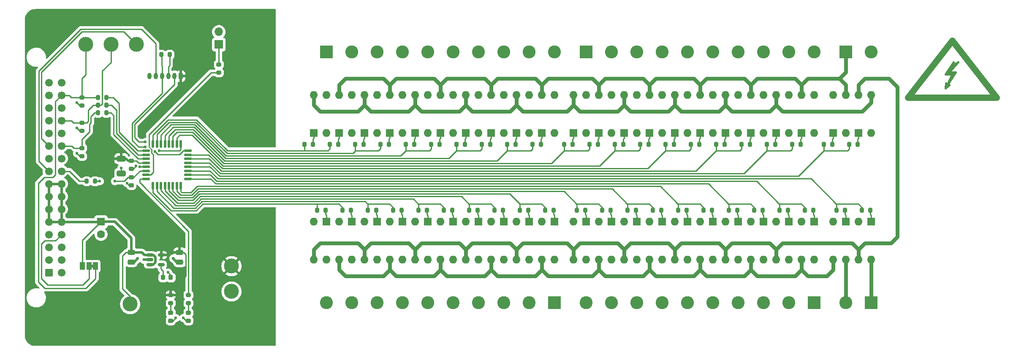
<source format=gbr>
%TF.GenerationSoftware,KiCad,Pcbnew,6.0.0*%
%TF.CreationDate,2022-01-11T14:05:16+01:00*%
%TF.ProjectId,main,6d61696e-2e6b-4696-9361-645f70636258,v.1.1.0*%
%TF.SameCoordinates,Original*%
%TF.FileFunction,Copper,L1,Top*%
%TF.FilePolarity,Positive*%
%FSLAX46Y46*%
G04 Gerber Fmt 4.6, Leading zero omitted, Abs format (unit mm)*
G04 Created by KiCad (PCBNEW 6.0.0) date 2022-01-11 14:05:16*
%MOMM*%
%LPD*%
G01*
G04 APERTURE LIST*
G04 Aperture macros list*
%AMRoundRect*
0 Rectangle with rounded corners*
0 $1 Rounding radius*
0 $2 $3 $4 $5 $6 $7 $8 $9 X,Y pos of 4 corners*
0 Add a 4 corners polygon primitive as box body*
4,1,4,$2,$3,$4,$5,$6,$7,$8,$9,$2,$3,0*
0 Add four circle primitives for the rounded corners*
1,1,$1+$1,$2,$3*
1,1,$1+$1,$4,$5*
1,1,$1+$1,$6,$7*
1,1,$1+$1,$8,$9*
0 Add four rect primitives between the rounded corners*
20,1,$1+$1,$2,$3,$4,$5,0*
20,1,$1+$1,$4,$5,$6,$7,0*
20,1,$1+$1,$6,$7,$8,$9,0*
20,1,$1+$1,$8,$9,$2,$3,0*%
G04 Aperture macros list end*
%TA.AperFunction,EtchedComponent*%
%ADD10C,0.381000*%
%TD*%
%TA.AperFunction,EtchedComponent*%
%ADD11C,1.270000*%
%TD*%
%TA.AperFunction,ComponentPad*%
%ADD12C,3.000000*%
%TD*%
%TA.AperFunction,ComponentPad*%
%ADD13R,2.600000X2.600000*%
%TD*%
%TA.AperFunction,ComponentPad*%
%ADD14C,2.600000*%
%TD*%
%TA.AperFunction,SMDPad,CuDef*%
%ADD15RoundRect,0.200000X-0.275000X0.200000X-0.275000X-0.200000X0.275000X-0.200000X0.275000X0.200000X0*%
%TD*%
%TA.AperFunction,SMDPad,CuDef*%
%ADD16RoundRect,0.200000X0.200000X0.275000X-0.200000X0.275000X-0.200000X-0.275000X0.200000X-0.275000X0*%
%TD*%
%TA.AperFunction,ComponentPad*%
%ADD17R,1.600000X1.600000*%
%TD*%
%TA.AperFunction,ComponentPad*%
%ADD18O,1.600000X1.600000*%
%TD*%
%TA.AperFunction,SMDPad,CuDef*%
%ADD19RoundRect,0.225000X-0.225000X-0.250000X0.225000X-0.250000X0.225000X0.250000X-0.225000X0.250000X0*%
%TD*%
%TA.AperFunction,ComponentPad*%
%ADD20RoundRect,0.200000X0.200000X0.450000X-0.200000X0.450000X-0.200000X-0.450000X0.200000X-0.450000X0*%
%TD*%
%TA.AperFunction,ComponentPad*%
%ADD21O,0.800000X1.300000*%
%TD*%
%TA.AperFunction,SMDPad,CuDef*%
%ADD22R,1.000000X1.500000*%
%TD*%
%TA.AperFunction,SMDPad,CuDef*%
%ADD23RoundRect,0.218750X0.256250X-0.218750X0.256250X0.218750X-0.256250X0.218750X-0.256250X-0.218750X0*%
%TD*%
%TA.AperFunction,SMDPad,CuDef*%
%ADD24RoundRect,0.225000X-0.250000X0.225000X-0.250000X-0.225000X0.250000X-0.225000X0.250000X0.225000X0*%
%TD*%
%TA.AperFunction,ComponentPad*%
%ADD25C,1.600000*%
%TD*%
%TA.AperFunction,SMDPad,CuDef*%
%ADD26RoundRect,0.125000X-0.625000X-0.125000X0.625000X-0.125000X0.625000X0.125000X-0.625000X0.125000X0*%
%TD*%
%TA.AperFunction,SMDPad,CuDef*%
%ADD27RoundRect,0.125000X-0.125000X-0.625000X0.125000X-0.625000X0.125000X0.625000X-0.125000X0.625000X0*%
%TD*%
%TA.AperFunction,ComponentPad*%
%ADD28R,1.700000X1.700000*%
%TD*%
%TA.AperFunction,ComponentPad*%
%ADD29O,1.700000X1.700000*%
%TD*%
%TA.AperFunction,SMDPad,CuDef*%
%ADD30RoundRect,0.250000X-0.475000X0.250000X-0.475000X-0.250000X0.475000X-0.250000X0.475000X0.250000X0*%
%TD*%
%TA.AperFunction,ComponentPad*%
%ADD31RoundRect,0.249999X0.525001X-0.525001X0.525001X0.525001X-0.525001X0.525001X-0.525001X-0.525001X0*%
%TD*%
%TA.AperFunction,ComponentPad*%
%ADD32C,1.550000*%
%TD*%
%TA.AperFunction,SMDPad,CuDef*%
%ADD33RoundRect,0.250000X-0.650000X0.325000X-0.650000X-0.325000X0.650000X-0.325000X0.650000X0.325000X0*%
%TD*%
%TA.AperFunction,SMDPad,CuDef*%
%ADD34RoundRect,0.150000X-0.512500X-0.150000X0.512500X-0.150000X0.512500X0.150000X-0.512500X0.150000X0*%
%TD*%
%TA.AperFunction,SMDPad,CuDef*%
%ADD35RoundRect,0.200000X-0.200000X-0.275000X0.200000X-0.275000X0.200000X0.275000X-0.200000X0.275000X0*%
%TD*%
%TA.AperFunction,ViaPad*%
%ADD36C,0.600000*%
%TD*%
%TA.AperFunction,Conductor*%
%ADD37C,0.250000*%
%TD*%
%TA.AperFunction,Conductor*%
%ADD38C,0.500000*%
%TD*%
%TA.AperFunction,Conductor*%
%ADD39C,0.750000*%
%TD*%
%TA.AperFunction,Conductor*%
%ADD40C,0.150000*%
%TD*%
G04 APERTURE END LIST*
D10*
%TO.C,SYM1*%
X210693000Y-64262000D02*
X212471000Y-61468000D01*
X212979000Y-59436000D02*
X212217000Y-59944000D01*
D11*
X202946000Y-66548000D02*
X211836000Y-55118000D01*
D10*
X210820000Y-61722000D02*
X212090000Y-61722000D01*
X211963000Y-59563000D02*
X210439000Y-61849000D01*
X212471000Y-61468000D02*
X211201000Y-61468000D01*
X210439000Y-61849000D02*
X211836000Y-61849000D01*
D11*
X211836000Y-55118000D02*
X220726000Y-66548000D01*
D10*
X212217000Y-59944000D02*
X212090000Y-59436000D01*
D11*
X220726000Y-66548000D02*
X202946000Y-66548000D01*
D10*
X210566000Y-63627000D02*
X210439000Y-64643000D01*
X210693000Y-64135000D02*
X210566000Y-63627000D01*
X211836000Y-61849000D02*
X210693000Y-64135000D01*
X210439000Y-64643000D02*
X211201000Y-64008000D01*
X212217000Y-59817000D02*
X210820000Y-61722000D01*
X211201000Y-61468000D02*
X212979000Y-59436000D01*
X211201000Y-64008000D02*
X210693000Y-64262000D01*
%TO.C,JP1*%
G36*
X39635000Y-100630000D02*
G01*
X39135000Y-100630000D01*
X39135000Y-100030000D01*
X39635000Y-100030000D01*
X39635000Y-100630000D01*
G37*
%TD*%
D12*
%TO.P,TP2,1,1*%
%TO.N,+3V3*%
X67310000Y-100330000D03*
%TD*%
D13*
%TO.P,J5,1,Pin_1*%
%TO.N,Net-(J5-Pad1)*%
X138430000Y-57404000D03*
D14*
%TO.P,J5,2,Pin_2*%
%TO.N,Net-(J5-Pad2)*%
X143510000Y-57404000D03*
%TO.P,J5,3,Pin_3*%
%TO.N,Net-(J5-Pad3)*%
X148590000Y-57404000D03*
%TO.P,J5,4,Pin_4*%
%TO.N,Net-(J5-Pad4)*%
X153670000Y-57404000D03*
%TO.P,J5,5,Pin_5*%
%TO.N,Net-(J5-Pad5)*%
X158750000Y-57404000D03*
%TO.P,J5,6,Pin_6*%
%TO.N,Net-(J5-Pad6)*%
X163830000Y-57404000D03*
%TO.P,J5,7,Pin_7*%
%TO.N,Net-(J5-Pad7)*%
X168910000Y-57404000D03*
%TO.P,J5,8,Pin_8*%
%TO.N,Net-(J5-Pad8)*%
X173990000Y-57404000D03*
%TO.P,J5,9,Pin_9*%
%TO.N,Net-(J5-Pad9)*%
X179070000Y-57404000D03*
%TO.P,J5,10,Pin_10*%
%TO.N,Net-(J5-Pad10)*%
X184150000Y-57404000D03*
%TD*%
D13*
%TO.P,J4,1,Pin_1*%
%TO.N,/Relays/Input pins/In_HIGH*%
X190500000Y-57404000D03*
D14*
%TO.P,J4,2,Pin_2*%
%TO.N,/Relays/Input pins/In_LOW*%
X195580000Y-57404000D03*
%TD*%
D15*
%TO.P,R11,1*%
%TO.N,Net-(J3-Pad1)*%
X64770000Y-59881000D03*
%TO.P,R11,2*%
%TO.N,/Microcontroller/TX*%
X64770000Y-61531000D03*
%TD*%
D16*
%TO.P,R38,1*%
%TO.N,Net-(R38-Pad1)*%
X183959000Y-89154000D03*
%TO.P,R38,2*%
%TO.N,/Microcontroller/CH11*%
X182309000Y-89154000D03*
%TD*%
D17*
%TO.P,U19,1*%
%TO.N,Net-(R29-Pad1)*%
X99060000Y-73660000D03*
D18*
%TO.P,U19,2*%
%TO.N,GND*%
X101600000Y-73660000D03*
%TO.P,U19,3*%
%TO.N,Net-(J6-Pad4)*%
X101600000Y-66040000D03*
%TO.P,U19,4*%
%TO.N,/Relays/Input pins/In_HIGH*%
X99060000Y-66040000D03*
%TD*%
D15*
%TO.P,R4,1*%
%TO.N,/DATA*%
X37338000Y-66485000D03*
%TO.P,R4,2*%
%TO.N,GND*%
X37338000Y-68135000D03*
%TD*%
D17*
%TO.P,U34,1*%
%TO.N,Net-(R46-Pad1)*%
X168910000Y-91440000D03*
D18*
%TO.P,U34,2*%
%TO.N,GND*%
X166370000Y-91440000D03*
%TO.P,U34,3*%
%TO.N,/Relays/Input pins/Bus_LOW*%
X166370000Y-99060000D03*
%TO.P,U34,4*%
%TO.N,Net-(J8-Pad4)*%
X168910000Y-99060000D03*
%TD*%
D16*
%TO.P,R30,1*%
%TO.N,Net-(R30-Pad1)*%
X145859000Y-75946000D03*
%TO.P,R30,2*%
%TO.N,/Microcontroller/CH4*%
X144209000Y-75946000D03*
%TD*%
D19*
%TO.P,C3,1*%
%TO.N,Net-(C3-Pad1)*%
X53581000Y-102616000D03*
%TO.P,C3,2*%
%TO.N,GND*%
X55131000Y-102616000D03*
%TD*%
D12*
%TO.P,TP6,1,1*%
%TO.N,/STROBE*%
X48200000Y-55880000D03*
%TD*%
D20*
%TO.P,J2,1,Pin_1*%
%TO.N,+3V3*%
X57150000Y-62230000D03*
D21*
%TO.P,J2,2,Pin_2*%
%TO.N,/Microcontroller/SWCLK*%
X55900000Y-62230000D03*
%TO.P,J2,3,Pin_3*%
%TO.N,GND*%
X54650000Y-62230000D03*
%TO.P,J2,4,Pin_4*%
%TO.N,/Microcontroller/SWDIO*%
X53400000Y-62230000D03*
%TO.P,J2,5,Pin_5*%
%TO.N,/~{NRST}*%
X52150000Y-62230000D03*
%TO.P,J2,6,Pin_6*%
%TO.N,unconnected-(J2-Pad6)*%
X50900000Y-62230000D03*
%TD*%
D17*
%TO.P,U41,1*%
%TO.N,Net-(R53-Pad1)*%
X101600000Y-91440000D03*
D18*
%TO.P,U41,2*%
%TO.N,GND*%
X99060000Y-91440000D03*
%TO.P,U41,3*%
%TO.N,/Relays/Input pins/Bus_HIGH*%
X99060000Y-99060000D03*
%TO.P,U41,4*%
%TO.N,Net-(J9-Pad7)*%
X101600000Y-99060000D03*
%TD*%
D17*
%TO.P,U42,1*%
%TO.N,Net-(R54-Pad1)*%
X148590000Y-91440000D03*
D18*
%TO.P,U42,2*%
%TO.N,GND*%
X146050000Y-91440000D03*
%TO.P,U42,3*%
%TO.N,/Relays/Input pins/Bus_LOW*%
X146050000Y-99060000D03*
%TO.P,U42,4*%
%TO.N,Net-(J8-Pad8)*%
X148590000Y-99060000D03*
%TD*%
D16*
%TO.P,R15,1*%
%TO.N,Net-(R15-Pad1)*%
X129349000Y-75946000D03*
%TO.P,R15,2*%
%TO.N,/Microcontroller/CH6*%
X127699000Y-75946000D03*
%TD*%
D17*
%TO.P,U36,1*%
%TO.N,Net-(R48-Pad1)*%
X163830000Y-91440000D03*
D18*
%TO.P,U36,2*%
%TO.N,GND*%
X161290000Y-91440000D03*
%TO.P,U36,3*%
%TO.N,/Relays/Input pins/Bus_HIGH*%
X161290000Y-99060000D03*
%TO.P,U36,4*%
%TO.N,Net-(J8-Pad5)*%
X163830000Y-99060000D03*
%TD*%
D17*
%TO.P,U31,1*%
%TO.N,Net-(R43-Pad1)*%
X127000000Y-91440000D03*
D18*
%TO.P,U31,2*%
%TO.N,GND*%
X124460000Y-91440000D03*
%TO.P,U31,3*%
%TO.N,/Relays/Input pins/Bus_LOW*%
X124460000Y-99060000D03*
%TO.P,U31,4*%
%TO.N,Net-(J9-Pad2)*%
X127000000Y-99060000D03*
%TD*%
D16*
%TO.P,R35,1*%
%TO.N,Net-(R35-Pad1)*%
X83629000Y-75946000D03*
%TO.P,R35,2*%
%TO.N,/Microcontroller/CH10*%
X81979000Y-75946000D03*
%TD*%
D17*
%TO.P,U11,1*%
%TO.N,Net-(R21-Pad1)*%
X119380000Y-73660000D03*
D18*
%TO.P,U11,2*%
%TO.N,GND*%
X121920000Y-73660000D03*
%TO.P,U11,3*%
%TO.N,Net-(J6-Pad8)*%
X121920000Y-66040000D03*
%TO.P,U11,4*%
%TO.N,/Relays/Input pins/In_HIGH*%
X119380000Y-66040000D03*
%TD*%
D17*
%TO.P,U6,1*%
%TO.N,Net-(R14-Pad1)*%
X181610000Y-73660000D03*
D18*
%TO.P,U6,2*%
%TO.N,GND*%
X184150000Y-73660000D03*
%TO.P,U6,3*%
%TO.N,Net-(J5-Pad10)*%
X184150000Y-66040000D03*
%TO.P,U6,4*%
%TO.N,/Relays/Input pins/In_HIGH*%
X181610000Y-66040000D03*
%TD*%
D17*
%TO.P,U20,1*%
%TO.N,Net-(R30-Pad1)*%
X146050000Y-73660000D03*
D18*
%TO.P,U20,2*%
%TO.N,GND*%
X148590000Y-73660000D03*
%TO.P,U20,3*%
%TO.N,Net-(J5-Pad3)*%
X148590000Y-66040000D03*
%TO.P,U20,4*%
%TO.N,/Relays/Input pins/In_LOW*%
X146050000Y-66040000D03*
%TD*%
D17*
%TO.P,U44,1*%
%TO.N,Net-(R56-Pad1)*%
X143510000Y-91440000D03*
D18*
%TO.P,U44,2*%
%TO.N,GND*%
X140970000Y-91440000D03*
%TO.P,U44,3*%
%TO.N,/Relays/Input pins/Bus_HIGH*%
X140970000Y-99060000D03*
%TO.P,U44,4*%
%TO.N,Net-(J8-Pad9)*%
X143510000Y-99060000D03*
%TD*%
D16*
%TO.P,R52,1*%
%TO.N,Net-(R52-Pad1)*%
X153479000Y-89154000D03*
%TO.P,R52,2*%
%TO.N,/Microcontroller/CH14*%
X151829000Y-89154000D03*
%TD*%
%TO.P,R33,1*%
%TO.N,Net-(R33-Pad1)*%
X88709000Y-75946000D03*
%TO.P,R33,2*%
%TO.N,/Microcontroller/CH10*%
X87059000Y-75946000D03*
%TD*%
%TO.P,R39,1*%
%TO.N,Net-(R39-Pad1)*%
X131889000Y-89154000D03*
%TO.P,R39,2*%
%TO.N,/Microcontroller/CH16*%
X130239000Y-89154000D03*
%TD*%
D17*
%TO.P,U12,1*%
%TO.N,Net-(R22-Pad1)*%
X166370000Y-73660000D03*
D18*
%TO.P,U12,2*%
%TO.N,GND*%
X168910000Y-73660000D03*
%TO.P,U12,3*%
%TO.N,Net-(J5-Pad7)*%
X168910000Y-66040000D03*
%TO.P,U12,4*%
%TO.N,/Relays/Input pins/In_LOW*%
X166370000Y-66040000D03*
%TD*%
D17*
%TO.P,U4,1*%
%TO.N,Net-(R12-Pad1)*%
X187960000Y-73660000D03*
D18*
%TO.P,U4,2*%
%TO.N,GND*%
X190500000Y-73660000D03*
%TO.P,U4,3*%
%TO.N,/Relays/Input pins/In_HIGH*%
X190500000Y-66040000D03*
%TO.P,U4,4*%
%TO.N,/Relays/Input pins/Bus_HIGH*%
X187960000Y-66040000D03*
%TD*%
D17*
%TO.P,U13,1*%
%TO.N,Net-(R23-Pad1)*%
X114300000Y-73660000D03*
D18*
%TO.P,U13,2*%
%TO.N,GND*%
X116840000Y-73660000D03*
%TO.P,U13,3*%
%TO.N,Net-(J6-Pad7)*%
X116840000Y-66040000D03*
%TO.P,U13,4*%
%TO.N,/Relays/Input pins/In_LOW*%
X114300000Y-66040000D03*
%TD*%
D17*
%TO.P,U8,1*%
%TO.N,Net-(R18-Pad1)*%
X176530000Y-73660000D03*
D18*
%TO.P,U8,2*%
%TO.N,GND*%
X179070000Y-73660000D03*
%TO.P,U8,3*%
%TO.N,Net-(J5-Pad9)*%
X179070000Y-66040000D03*
%TO.P,U8,4*%
%TO.N,/Relays/Input pins/In_LOW*%
X176530000Y-66040000D03*
%TD*%
D16*
%TO.P,R27,1*%
%TO.N,Net-(R27-Pad1)*%
X103949000Y-75946000D03*
%TO.P,R27,2*%
%TO.N,/Microcontroller/CH8*%
X102299000Y-75946000D03*
%TD*%
D22*
%TO.P,JP1,1,A*%
%TO.N,/DATA*%
X40035000Y-100330000D03*
%TO.P,JP1,2,C*%
%TO.N,/ID*%
X38735000Y-100330000D03*
%TO.P,JP1,3,B*%
%TO.N,+5V*%
X37435000Y-100330000D03*
%TD*%
D16*
%TO.P,R14,1*%
%TO.N,Net-(R14-Pad1)*%
X181419000Y-75946000D03*
%TO.P,R14,2*%
%TO.N,/Microcontroller/CH1*%
X179769000Y-75946000D03*
%TD*%
D17*
%TO.P,U7,1*%
%TO.N,Net-(R15-Pad1)*%
X129540000Y-73660000D03*
D18*
%TO.P,U7,2*%
%TO.N,GND*%
X132080000Y-73660000D03*
%TO.P,U7,3*%
%TO.N,Net-(J6-Pad10)*%
X132080000Y-66040000D03*
%TO.P,U7,4*%
%TO.N,/Relays/Input pins/In_HIGH*%
X129540000Y-66040000D03*
%TD*%
D23*
%TO.P,D1,1,K*%
%TO.N,GND*%
X55118000Y-111277500D03*
%TO.P,D1,2,A*%
%TO.N,Net-(D1-Pad2)*%
X55118000Y-109702500D03*
%TD*%
D16*
%TO.P,R45,1*%
%TO.N,Net-(R45-Pad1)*%
X121729000Y-89154000D03*
%TO.P,R45,2*%
%TO.N,/Microcontroller/CH17*%
X120079000Y-89154000D03*
%TD*%
D17*
%TO.P,U18,1*%
%TO.N,Net-(R28-Pad1)*%
X151130000Y-73660000D03*
D18*
%TO.P,U18,2*%
%TO.N,GND*%
X153670000Y-73660000D03*
%TO.P,U18,3*%
%TO.N,Net-(J5-Pad4)*%
X153670000Y-66040000D03*
%TO.P,U18,4*%
%TO.N,/Relays/Input pins/In_HIGH*%
X151130000Y-66040000D03*
%TD*%
D24*
%TO.P,C6,1*%
%TO.N,Net-(C6-Pad1)*%
X47244000Y-82537000D03*
%TO.P,C6,2*%
%TO.N,GND*%
X47244000Y-84087000D03*
%TD*%
D16*
%TO.P,R21,1*%
%TO.N,Net-(R21-Pad1)*%
X119189000Y-75946000D03*
%TO.P,R21,2*%
%TO.N,/Microcontroller/CH7*%
X117539000Y-75946000D03*
%TD*%
D17*
%TO.P,C1,1*%
%TO.N,+5V*%
X41148000Y-91440000D03*
D25*
%TO.P,C1,2*%
%TO.N,GND*%
X41148000Y-93940000D03*
%TD*%
D16*
%TO.P,R32,1*%
%TO.N,Net-(R32-Pad1)*%
X140779000Y-75946000D03*
%TO.P,R32,2*%
%TO.N,/Microcontroller/CH5*%
X139129000Y-75946000D03*
%TD*%
%TO.P,R34,1*%
%TO.N,Net-(R34-Pad1)*%
X135699000Y-75946000D03*
%TO.P,R34,2*%
%TO.N,/Microcontroller/CH5*%
X134049000Y-75946000D03*
%TD*%
%TO.P,R42,1*%
%TO.N,Net-(R42-Pad1)*%
X178879000Y-89154000D03*
%TO.P,R42,2*%
%TO.N,/Microcontroller/CH11*%
X177229000Y-89154000D03*
%TD*%
D17*
%TO.P,U24,1*%
%TO.N,Net-(R34-Pad1)*%
X135890000Y-73660000D03*
D18*
%TO.P,U24,2*%
%TO.N,GND*%
X138430000Y-73660000D03*
%TO.P,U24,3*%
%TO.N,Net-(J5-Pad1)*%
X138430000Y-66040000D03*
%TO.P,U24,4*%
%TO.N,/Relays/Input pins/In_LOW*%
X135890000Y-66040000D03*
%TD*%
D16*
%TO.P,R54,1*%
%TO.N,Net-(R54-Pad1)*%
X148399000Y-89154000D03*
%TO.P,R54,2*%
%TO.N,/Microcontroller/CH14*%
X146749000Y-89154000D03*
%TD*%
D12*
%TO.P,TP5,1,1*%
%TO.N,/CLK*%
X43150000Y-55880000D03*
%TD*%
D16*
%TO.P,R29,1*%
%TO.N,Net-(R29-Pad1)*%
X98869000Y-75946000D03*
%TO.P,R29,2*%
%TO.N,/Microcontroller/CH9*%
X97219000Y-75946000D03*
%TD*%
%TO.P,R20,1*%
%TO.N,Net-(R20-Pad1)*%
X171259000Y-75946000D03*
%TO.P,R20,2*%
%TO.N,/Microcontroller/CH2*%
X169609000Y-75946000D03*
%TD*%
D17*
%TO.P,U43,1*%
%TO.N,Net-(R55-Pad1)*%
X96520000Y-91440000D03*
D18*
%TO.P,U43,2*%
%TO.N,GND*%
X93980000Y-91440000D03*
%TO.P,U43,3*%
%TO.N,/Relays/Input pins/Bus_LOW*%
X93980000Y-99060000D03*
%TO.P,U43,4*%
%TO.N,Net-(J9-Pad8)*%
X96520000Y-99060000D03*
%TD*%
D16*
%TO.P,R46,1*%
%TO.N,Net-(R46-Pad1)*%
X168719000Y-89154000D03*
%TO.P,R46,2*%
%TO.N,/Microcontroller/CH12*%
X167069000Y-89154000D03*
%TD*%
%TO.P,R19,1*%
%TO.N,Net-(R19-Pad1)*%
X124269000Y-75946000D03*
%TO.P,R19,2*%
%TO.N,/Microcontroller/CH6*%
X122619000Y-75946000D03*
%TD*%
D26*
%TO.P,U3,1,PB9*%
%TO.N,/Microcontroller/DATA*%
X50181000Y-77210000D03*
%TO.P,U3,2,PC14*%
%TO.N,/Microcontroller/CLK*%
X50181000Y-78010000D03*
%TO.P,U3,3,PC15*%
%TO.N,/Microcontroller/STROBE*%
X50181000Y-78810000D03*
%TO.P,U3,4,VDD/VDDA*%
%TO.N,+3V3*%
X50181000Y-79610000D03*
%TO.P,U3,5,VSS/VSSA*%
%TO.N,GND*%
X50181000Y-80410000D03*
%TO.P,U3,6,NRST*%
%TO.N,Net-(C6-Pad1)*%
X50181000Y-81210000D03*
%TO.P,U3,7,PA0*%
%TO.N,/Microcontroller/TX*%
X50181000Y-82010000D03*
%TO.P,U3,8,PA1*%
%TO.N,/Microcontroller/LED*%
X50181000Y-82810000D03*
D27*
%TO.P,U3,9,PA2*%
%TO.N,/Microcontroller/CH20*%
X51556000Y-84185000D03*
%TO.P,U3,10,PA3*%
%TO.N,/Microcontroller/CH19*%
X52356000Y-84185000D03*
%TO.P,U3,11,PA4*%
%TO.N,/Microcontroller/CH18*%
X53156000Y-84185000D03*
%TO.P,U3,12,PA5*%
%TO.N,/Microcontroller/CH17*%
X53956000Y-84185000D03*
%TO.P,U3,13,PA6*%
%TO.N,/Microcontroller/CH16*%
X54756000Y-84185000D03*
%TO.P,U3,14,PA7*%
%TO.N,/Microcontroller/CH15*%
X55556000Y-84185000D03*
%TO.P,U3,15,PB0*%
%TO.N,/Microcontroller/CH14*%
X56356000Y-84185000D03*
%TO.P,U3,16,PB1*%
%TO.N,/Microcontroller/CH13*%
X57156000Y-84185000D03*
D26*
%TO.P,U3,17,PB2*%
%TO.N,/Microcontroller/CH12*%
X58531000Y-82810000D03*
%TO.P,U3,18,PA8*%
%TO.N,/Microcontroller/CH11*%
X58531000Y-82010000D03*
%TO.P,U3,19,PA9*%
%TO.N,/Microcontroller/Bus2_sense_enable*%
X58531000Y-81210000D03*
%TO.P,U3,20,PC6*%
%TO.N,/Microcontroller/Bus2_input_enable*%
X58531000Y-80410000D03*
%TO.P,U3,21,PA10*%
%TO.N,/Microcontroller/CH1*%
X58531000Y-79610000D03*
%TO.P,U3,22,PA11*%
%TO.N,/Microcontroller/CH2*%
X58531000Y-78810000D03*
%TO.P,U3,23,PA12*%
%TO.N,/Microcontroller/CH3*%
X58531000Y-78010000D03*
%TO.P,U3,24,PA13*%
%TO.N,/Microcontroller/SWDIO*%
X58531000Y-77210000D03*
D27*
%TO.P,U3,25,PA14*%
%TO.N,/Microcontroller/SWCLK*%
X57156000Y-75835000D03*
%TO.P,U3,26,PA15*%
%TO.N,/Microcontroller/CH4*%
X56356000Y-75835000D03*
%TO.P,U3,27,PB3*%
%TO.N,/Microcontroller/CH5*%
X55556000Y-75835000D03*
%TO.P,U3,28,PB4*%
%TO.N,/Microcontroller/CH6*%
X54756000Y-75835000D03*
%TO.P,U3,29,PB5*%
%TO.N,/Microcontroller/CH7*%
X53956000Y-75835000D03*
%TO.P,U3,30,PB6*%
%TO.N,/Microcontroller/CH8*%
X53156000Y-75835000D03*
%TO.P,U3,31,PB7*%
%TO.N,/Microcontroller/CH9*%
X52356000Y-75835000D03*
%TO.P,U3,32,PB8*%
%TO.N,/Microcontroller/CH10*%
X51556000Y-75835000D03*
%TD*%
D15*
%TO.P,R3,1*%
%TO.N,/CLK*%
X37338000Y-71565000D03*
%TO.P,R3,2*%
%TO.N,GND*%
X37338000Y-73215000D03*
%TD*%
D16*
%TO.P,R44,1*%
%TO.N,Net-(R44-Pad1)*%
X173799000Y-89154000D03*
%TO.P,R44,2*%
%TO.N,/Microcontroller/CH12*%
X172149000Y-89154000D03*
%TD*%
D17*
%TO.P,U25,1*%
%TO.N,Net-(R35-Pad1)*%
X83820000Y-73660000D03*
D18*
%TO.P,U25,2*%
%TO.N,GND*%
X86360000Y-73660000D03*
%TO.P,U25,3*%
%TO.N,Net-(J6-Pad1)*%
X86360000Y-66040000D03*
%TO.P,U25,4*%
%TO.N,/Relays/Input pins/In_LOW*%
X83820000Y-66040000D03*
%TD*%
D16*
%TO.P,R37,1*%
%TO.N,Net-(R37-Pad1)*%
X195389000Y-89154000D03*
%TO.P,R37,2*%
%TO.N,/Microcontroller/Bus2_sense_enable*%
X193739000Y-89154000D03*
%TD*%
D17*
%TO.P,U17,1*%
%TO.N,Net-(R27-Pad1)*%
X104140000Y-73660000D03*
D18*
%TO.P,U17,2*%
%TO.N,GND*%
X106680000Y-73660000D03*
%TO.P,U17,3*%
%TO.N,Net-(J6-Pad5)*%
X106680000Y-66040000D03*
%TO.P,U17,4*%
%TO.N,/Relays/Input pins/In_LOW*%
X104140000Y-66040000D03*
%TD*%
D17*
%TO.P,U10,1*%
%TO.N,Net-(R20-Pad1)*%
X171450000Y-73660000D03*
D18*
%TO.P,U10,2*%
%TO.N,GND*%
X173990000Y-73660000D03*
%TO.P,U10,3*%
%TO.N,Net-(J5-Pad8)*%
X173990000Y-66040000D03*
%TO.P,U10,4*%
%TO.N,/Relays/Input pins/In_HIGH*%
X171450000Y-66040000D03*
%TD*%
D16*
%TO.P,R25,1*%
%TO.N,Net-(R25-Pad1)*%
X109029000Y-75946000D03*
%TO.P,R25,2*%
%TO.N,/Microcontroller/CH8*%
X107379000Y-75946000D03*
%TD*%
D28*
%TO.P,J3,1,Pin_1*%
%TO.N,Net-(J3-Pad1)*%
X64770000Y-55880000D03*
D29*
%TO.P,J3,2,Pin_2*%
%TO.N,GND*%
X64770000Y-53340000D03*
%TD*%
D17*
%TO.P,U38,1*%
%TO.N,Net-(R50-Pad1)*%
X158750000Y-91440000D03*
D18*
%TO.P,U38,2*%
%TO.N,GND*%
X156210000Y-91440000D03*
%TO.P,U38,3*%
%TO.N,/Relays/Input pins/Bus_LOW*%
X156210000Y-99060000D03*
%TO.P,U38,4*%
%TO.N,Net-(J8-Pad6)*%
X158750000Y-99060000D03*
%TD*%
D16*
%TO.P,R57,1*%
%TO.N,Net-(R57-Pad1)*%
X91249000Y-89154000D03*
%TO.P,R57,2*%
%TO.N,/Microcontroller/CH20*%
X89599000Y-89154000D03*
%TD*%
D17*
%TO.P,U15,1*%
%TO.N,Net-(R25-Pad1)*%
X109220000Y-73660000D03*
D18*
%TO.P,U15,2*%
%TO.N,GND*%
X111760000Y-73660000D03*
%TO.P,U15,3*%
%TO.N,Net-(J6-Pad6)*%
X111760000Y-66040000D03*
%TO.P,U15,4*%
%TO.N,/Relays/Input pins/In_HIGH*%
X109220000Y-66040000D03*
%TD*%
D30*
%TO.P,C5,1*%
%TO.N,+3V3*%
X56896000Y-97602000D03*
%TO.P,C5,2*%
%TO.N,GND*%
X56896000Y-99502000D03*
%TD*%
D17*
%TO.P,U5,1*%
%TO.N,Net-(R13-Pad1)*%
X193040000Y-73660000D03*
D18*
%TO.P,U5,2*%
%TO.N,GND*%
X195580000Y-73660000D03*
%TO.P,U5,3*%
%TO.N,/Relays/Input pins/In_LOW*%
X195580000Y-66040000D03*
%TO.P,U5,4*%
%TO.N,/Relays/Input pins/Bus_LOW*%
X193040000Y-66040000D03*
%TD*%
D15*
%TO.P,R2,1*%
%TO.N,/STROBE*%
X37338000Y-76645000D03*
%TO.P,R2,2*%
%TO.N,GND*%
X37338000Y-78295000D03*
%TD*%
D17*
%TO.P,U37,1*%
%TO.N,Net-(R49-Pad1)*%
X111760000Y-91440000D03*
D18*
%TO.P,U37,2*%
%TO.N,GND*%
X109220000Y-91440000D03*
%TO.P,U37,3*%
%TO.N,/Relays/Input pins/Bus_HIGH*%
X109220000Y-99060000D03*
%TO.P,U37,4*%
%TO.N,Net-(J9-Pad5)*%
X111760000Y-99060000D03*
%TD*%
D15*
%TO.P,R8,1*%
%TO.N,+3V3*%
X55118000Y-106109000D03*
%TO.P,R8,2*%
%TO.N,Net-(D1-Pad2)*%
X55118000Y-107759000D03*
%TD*%
D16*
%TO.P,R23,1*%
%TO.N,Net-(R23-Pad1)*%
X114109000Y-75946000D03*
%TO.P,R23,2*%
%TO.N,/Microcontroller/CH7*%
X112459000Y-75946000D03*
%TD*%
%TO.P,R53,1*%
%TO.N,Net-(R53-Pad1)*%
X101409000Y-89154000D03*
%TO.P,R53,2*%
%TO.N,/Microcontroller/CH19*%
X99759000Y-89154000D03*
%TD*%
%TO.P,R13,1*%
%TO.N,Net-(R13-Pad1)*%
X192849000Y-75946000D03*
%TO.P,R13,2*%
%TO.N,/Microcontroller/Bus2_input_enable*%
X191199000Y-75946000D03*
%TD*%
%TO.P,R28,1*%
%TO.N,Net-(R28-Pad1)*%
X150939000Y-75946000D03*
%TO.P,R28,2*%
%TO.N,/Microcontroller/CH4*%
X149289000Y-75946000D03*
%TD*%
%TO.P,R5,1*%
%TO.N,/Microcontroller/DATA*%
X42227000Y-66548000D03*
%TO.P,R5,2*%
%TO.N,/DATA*%
X40577000Y-66548000D03*
%TD*%
D17*
%TO.P,U22,1*%
%TO.N,Net-(R32-Pad1)*%
X140970000Y-73660000D03*
D18*
%TO.P,U22,2*%
%TO.N,GND*%
X143510000Y-73660000D03*
%TO.P,U22,3*%
%TO.N,Net-(J5-Pad2)*%
X143510000Y-66040000D03*
%TO.P,U22,4*%
%TO.N,/Relays/Input pins/In_HIGH*%
X140970000Y-66040000D03*
%TD*%
D16*
%TO.P,R18,1*%
%TO.N,Net-(R18-Pad1)*%
X176339000Y-75946000D03*
%TO.P,R18,2*%
%TO.N,/Microcontroller/CH1*%
X174689000Y-75946000D03*
%TD*%
D17*
%TO.P,U33,1*%
%TO.N,Net-(R45-Pad1)*%
X121920000Y-91440000D03*
D18*
%TO.P,U33,2*%
%TO.N,GND*%
X119380000Y-91440000D03*
%TO.P,U33,3*%
%TO.N,/Relays/Input pins/Bus_HIGH*%
X119380000Y-99060000D03*
%TO.P,U33,4*%
%TO.N,Net-(J9-Pad3)*%
X121920000Y-99060000D03*
%TD*%
D16*
%TO.P,R48,1*%
%TO.N,Net-(R48-Pad1)*%
X163639000Y-89154000D03*
%TO.P,R48,2*%
%TO.N,/Microcontroller/CH13*%
X161989000Y-89154000D03*
%TD*%
D31*
%TO.P,J1,a1,Pin_a1*%
%TO.N,GND*%
X30700000Y-101605080D03*
D32*
%TO.P,J1,a2,Pin_a2*%
X30700000Y-99065080D03*
%TO.P,J1,a3,Pin_a3*%
X30700000Y-96525080D03*
%TO.P,J1,a4,Pin_a4*%
X30700000Y-93985080D03*
%TO.P,J1,a5,Pin_a5*%
%TO.N,+5V*%
X30700000Y-91445080D03*
%TO.P,J1,a6,Pin_a6*%
X30700000Y-88905080D03*
%TO.P,J1,a7,Pin_a7*%
X30700000Y-86365080D03*
%TO.P,J1,a8,Pin_a8*%
X30700000Y-83825080D03*
%TO.P,J1,a9,Pin_a9*%
%TO.N,/~{NRST}*%
X30700000Y-81285080D03*
%TO.P,J1,a10,Pin_a10*%
%TO.N,GND*%
X30700000Y-78745080D03*
%TO.P,J1,a11,Pin_a11*%
%TO.N,/STROBE*%
X30700000Y-76205080D03*
%TO.P,J1,a12,Pin_a12*%
%TO.N,GND*%
X30700000Y-73665080D03*
%TO.P,J1,a13,Pin_a13*%
%TO.N,/CLK*%
X30700000Y-71125080D03*
%TO.P,J1,a14,Pin_a14*%
%TO.N,GND*%
X30700000Y-68585080D03*
%TO.P,J1,a15,Pin_a15*%
%TO.N,/DATA*%
X30700000Y-66045080D03*
%TO.P,J1,a16,Pin_a16*%
%TO.N,GND*%
X30700000Y-63505080D03*
%TO.P,J1,b1,Pin_b1*%
X33240000Y-101605080D03*
%TO.P,J1,b2,Pin_b2*%
X33240000Y-99065080D03*
%TO.P,J1,b3,Pin_b3*%
X33240000Y-96525080D03*
%TO.P,J1,b4,Pin_b4*%
%TO.N,/ID*%
X33240000Y-93985080D03*
%TO.P,J1,b5,Pin_b5*%
%TO.N,+5V*%
X33240000Y-91445080D03*
%TO.P,J1,b6,Pin_b6*%
X33240000Y-88905080D03*
%TO.P,J1,b7,Pin_b7*%
X33240000Y-86365080D03*
%TO.P,J1,b8,Pin_b8*%
X33240000Y-83825080D03*
%TO.P,J1,b9,Pin_b9*%
%TO.N,/~{NRST}*%
X33240000Y-81285080D03*
%TO.P,J1,b10,Pin_b10*%
%TO.N,GND*%
X33240000Y-78745080D03*
%TO.P,J1,b11,Pin_b11*%
%TO.N,/STROBE*%
X33240000Y-76205080D03*
%TO.P,J1,b12,Pin_b12*%
%TO.N,GND*%
X33240000Y-73665080D03*
%TO.P,J1,b13,Pin_b13*%
%TO.N,/CLK*%
X33240000Y-71125080D03*
%TO.P,J1,b14,Pin_b14*%
%TO.N,GND*%
X33240000Y-68585080D03*
%TO.P,J1,b15,Pin_b15*%
%TO.N,/DATA*%
X33240000Y-66045080D03*
%TO.P,J1,b16,Pin_b16*%
%TO.N,GND*%
X33240000Y-63505080D03*
%TD*%
D17*
%TO.P,U23,1*%
%TO.N,Net-(R33-Pad1)*%
X88900000Y-73660000D03*
D18*
%TO.P,U23,2*%
%TO.N,GND*%
X91440000Y-73660000D03*
%TO.P,U23,3*%
%TO.N,Net-(J6-Pad2)*%
X91440000Y-66040000D03*
%TO.P,U23,4*%
%TO.N,/Relays/Input pins/In_HIGH*%
X88900000Y-66040000D03*
%TD*%
D17*
%TO.P,U39,1*%
%TO.N,Net-(R51-Pad1)*%
X106680000Y-91440000D03*
D18*
%TO.P,U39,2*%
%TO.N,GND*%
X104140000Y-91440000D03*
%TO.P,U39,3*%
%TO.N,/Relays/Input pins/Bus_LOW*%
X104140000Y-99060000D03*
%TO.P,U39,4*%
%TO.N,Net-(J9-Pad6)*%
X106680000Y-99060000D03*
%TD*%
D16*
%TO.P,R59,1*%
%TO.N,Net-(R59-Pad1)*%
X86169000Y-89154000D03*
%TO.P,R59,2*%
%TO.N,/Microcontroller/CH20*%
X84519000Y-89154000D03*
%TD*%
D17*
%TO.P,U47,1*%
%TO.N,Net-(R59-Pad1)*%
X86360000Y-91440000D03*
D18*
%TO.P,U47,2*%
%TO.N,GND*%
X83820000Y-91440000D03*
%TO.P,U47,3*%
%TO.N,/Relays/Input pins/Bus_LOW*%
X83820000Y-99060000D03*
%TO.P,U47,4*%
%TO.N,Net-(J9-Pad10)*%
X86360000Y-99060000D03*
%TD*%
D30*
%TO.P,C2,1*%
%TO.N,+5V*%
X47244000Y-97602000D03*
%TO.P,C2,2*%
%TO.N,GND*%
X47244000Y-99502000D03*
%TD*%
D17*
%TO.P,U46,1*%
%TO.N,Net-(R58-Pad1)*%
X138430000Y-91440000D03*
D18*
%TO.P,U46,2*%
%TO.N,GND*%
X135890000Y-91440000D03*
%TO.P,U46,3*%
%TO.N,/Relays/Input pins/Bus_LOW*%
X135890000Y-99060000D03*
%TO.P,U46,4*%
%TO.N,Net-(J8-Pad10)*%
X138430000Y-99060000D03*
%TD*%
D12*
%TO.P,TP1,1,1*%
%TO.N,+5V*%
X46990000Y-107950000D03*
%TD*%
D24*
%TO.P,C8,1*%
%TO.N,+3V3*%
X47244000Y-79235000D03*
%TO.P,C8,2*%
%TO.N,GND*%
X47244000Y-80785000D03*
%TD*%
D13*
%TO.P,J7,1,Pin_1*%
%TO.N,/Relays/Input/Sense pins/Sense_LOW*%
X195580000Y-107696000D03*
D14*
%TO.P,J7,2,Pin_2*%
%TO.N,/Relays/Input/Sense pins/Sense_HIGH*%
X190500000Y-107696000D03*
%TD*%
D13*
%TO.P,J9,1,Pin_1*%
%TO.N,Net-(J9-Pad1)*%
X132080000Y-107696000D03*
D14*
%TO.P,J9,2,Pin_2*%
%TO.N,Net-(J9-Pad2)*%
X127000000Y-107696000D03*
%TO.P,J9,3,Pin_3*%
%TO.N,Net-(J9-Pad3)*%
X121920000Y-107696000D03*
%TO.P,J9,4,Pin_4*%
%TO.N,Net-(J9-Pad4)*%
X116840000Y-107696000D03*
%TO.P,J9,5,Pin_5*%
%TO.N,Net-(J9-Pad5)*%
X111760000Y-107696000D03*
%TO.P,J9,6,Pin_6*%
%TO.N,Net-(J9-Pad6)*%
X106680000Y-107696000D03*
%TO.P,J9,7,Pin_7*%
%TO.N,Net-(J9-Pad7)*%
X101600000Y-107696000D03*
%TO.P,J9,8,Pin_8*%
%TO.N,Net-(J9-Pad8)*%
X96520000Y-107696000D03*
%TO.P,J9,9,Pin_9*%
%TO.N,Net-(J9-Pad9)*%
X91440000Y-107696000D03*
%TO.P,J9,10,Pin_10*%
%TO.N,Net-(J9-Pad10)*%
X86360000Y-107696000D03*
%TD*%
D33*
%TO.P,C7,1*%
%TO.N,+3V3*%
X45212000Y-78789000D03*
%TO.P,C7,2*%
%TO.N,GND*%
X45212000Y-81739000D03*
%TD*%
D12*
%TO.P,TP3,1,1*%
%TO.N,GND*%
X67310000Y-105410000D03*
%TD*%
D17*
%TO.P,U16,1*%
%TO.N,Net-(R26-Pad1)*%
X156210000Y-73660000D03*
D18*
%TO.P,U16,2*%
%TO.N,GND*%
X158750000Y-73660000D03*
%TO.P,U16,3*%
%TO.N,Net-(J5-Pad5)*%
X158750000Y-66040000D03*
%TO.P,U16,4*%
%TO.N,/Relays/Input pins/In_LOW*%
X156210000Y-66040000D03*
%TD*%
D17*
%TO.P,U35,1*%
%TO.N,Net-(R47-Pad1)*%
X116840000Y-91440000D03*
D18*
%TO.P,U35,2*%
%TO.N,GND*%
X114300000Y-91440000D03*
%TO.P,U35,3*%
%TO.N,/Relays/Input pins/Bus_LOW*%
X114300000Y-99060000D03*
%TO.P,U35,4*%
%TO.N,Net-(J9-Pad4)*%
X116840000Y-99060000D03*
%TD*%
D17*
%TO.P,U9,1*%
%TO.N,Net-(R19-Pad1)*%
X124460000Y-73660000D03*
D18*
%TO.P,U9,2*%
%TO.N,GND*%
X127000000Y-73660000D03*
%TO.P,U9,3*%
%TO.N,Net-(J6-Pad9)*%
X127000000Y-66040000D03*
%TO.P,U9,4*%
%TO.N,/Relays/Input pins/In_LOW*%
X124460000Y-66040000D03*
%TD*%
D16*
%TO.P,R58,1*%
%TO.N,Net-(R58-Pad1)*%
X138239000Y-89154000D03*
%TO.P,R58,2*%
%TO.N,/Microcontroller/CH15*%
X136589000Y-89154000D03*
%TD*%
D23*
%TO.P,D2,1,K*%
%TO.N,GND*%
X58674000Y-111277500D03*
%TO.P,D2,2,A*%
%TO.N,Net-(D2-Pad2)*%
X58674000Y-109702500D03*
%TD*%
D16*
%TO.P,R6,1*%
%TO.N,/Microcontroller/CLK*%
X42227000Y-68072000D03*
%TO.P,R6,2*%
%TO.N,/CLK*%
X40577000Y-68072000D03*
%TD*%
%TO.P,R56,1*%
%TO.N,Net-(R56-Pad1)*%
X143319000Y-89154000D03*
%TO.P,R56,2*%
%TO.N,/Microcontroller/CH15*%
X141669000Y-89154000D03*
%TD*%
%TO.P,R55,1*%
%TO.N,Net-(R55-Pad1)*%
X96329000Y-89154000D03*
%TO.P,R55,2*%
%TO.N,/Microcontroller/CH19*%
X94679000Y-89154000D03*
%TD*%
D17*
%TO.P,U21,1*%
%TO.N,Net-(R31-Pad1)*%
X93980000Y-73660000D03*
D18*
%TO.P,U21,2*%
%TO.N,GND*%
X96520000Y-73660000D03*
%TO.P,U21,3*%
%TO.N,Net-(J6-Pad3)*%
X96520000Y-66040000D03*
%TO.P,U21,4*%
%TO.N,/Relays/Input pins/In_LOW*%
X93980000Y-66040000D03*
%TD*%
D16*
%TO.P,R51,1*%
%TO.N,Net-(R51-Pad1)*%
X106489000Y-89154000D03*
%TO.P,R51,2*%
%TO.N,/Microcontroller/CH18*%
X104839000Y-89154000D03*
%TD*%
%TO.P,R31,1*%
%TO.N,Net-(R31-Pad1)*%
X93789000Y-75946000D03*
%TO.P,R31,2*%
%TO.N,/Microcontroller/CH9*%
X92139000Y-75946000D03*
%TD*%
D17*
%TO.P,U28,1*%
%TO.N,Net-(R38-Pad1)*%
X184150000Y-91440000D03*
D18*
%TO.P,U28,2*%
%TO.N,GND*%
X181610000Y-91440000D03*
%TO.P,U28,3*%
%TO.N,/Relays/Input pins/Bus_HIGH*%
X181610000Y-99060000D03*
%TO.P,U28,4*%
%TO.N,Net-(J8-Pad1)*%
X184150000Y-99060000D03*
%TD*%
D17*
%TO.P,U29,1*%
%TO.N,Net-(R39-Pad1)*%
X132080000Y-91440000D03*
D18*
%TO.P,U29,2*%
%TO.N,GND*%
X129540000Y-91440000D03*
%TO.P,U29,3*%
%TO.N,/Relays/Input pins/Bus_HIGH*%
X129540000Y-99060000D03*
%TO.P,U29,4*%
%TO.N,Net-(J9-Pad1)*%
X132080000Y-99060000D03*
%TD*%
D16*
%TO.P,R49,1*%
%TO.N,Net-(R49-Pad1)*%
X111569000Y-89154000D03*
%TO.P,R49,2*%
%TO.N,/Microcontroller/CH18*%
X109919000Y-89154000D03*
%TD*%
D17*
%TO.P,U40,1*%
%TO.N,Net-(R52-Pad1)*%
X153670000Y-91440000D03*
D18*
%TO.P,U40,2*%
%TO.N,GND*%
X151130000Y-91440000D03*
%TO.P,U40,3*%
%TO.N,/Relays/Input pins/Bus_HIGH*%
X151130000Y-99060000D03*
%TO.P,U40,4*%
%TO.N,Net-(J8-Pad7)*%
X153670000Y-99060000D03*
%TD*%
D16*
%TO.P,R43,1*%
%TO.N,Net-(R43-Pad1)*%
X126809000Y-89154000D03*
%TO.P,R43,2*%
%TO.N,/Microcontroller/CH16*%
X125159000Y-89154000D03*
%TD*%
D34*
%TO.P,U1,1,IN*%
%TO.N,+5V*%
X50932500Y-98110000D03*
%TO.P,U1,2,GND*%
%TO.N,GND*%
X50932500Y-99060000D03*
%TO.P,U1,3,EN*%
%TO.N,+5V*%
X50932500Y-100010000D03*
%TO.P,U1,4,NR*%
%TO.N,Net-(C3-Pad1)*%
X53207500Y-100010000D03*
%TO.P,U1,5,OUT*%
%TO.N,+3V3*%
X53207500Y-98110000D03*
%TD*%
D17*
%TO.P,U45,1*%
%TO.N,Net-(R57-Pad1)*%
X91440000Y-91440000D03*
D18*
%TO.P,U45,2*%
%TO.N,GND*%
X88900000Y-91440000D03*
%TO.P,U45,3*%
%TO.N,/Relays/Input pins/Bus_HIGH*%
X88900000Y-99060000D03*
%TO.P,U45,4*%
%TO.N,Net-(J9-Pad9)*%
X91440000Y-99060000D03*
%TD*%
D16*
%TO.P,R47,1*%
%TO.N,Net-(R47-Pad1)*%
X116649000Y-89154000D03*
%TO.P,R47,2*%
%TO.N,/Microcontroller/CH17*%
X114999000Y-89154000D03*
%TD*%
D17*
%TO.P,U14,1*%
%TO.N,Net-(R24-Pad1)*%
X161290000Y-73660000D03*
D18*
%TO.P,U14,2*%
%TO.N,GND*%
X163830000Y-73660000D03*
%TO.P,U14,3*%
%TO.N,Net-(J5-Pad6)*%
X163830000Y-66040000D03*
%TO.P,U14,4*%
%TO.N,/Relays/Input pins/In_HIGH*%
X161290000Y-66040000D03*
%TD*%
D17*
%TO.P,U26,1*%
%TO.N,Net-(R36-Pad1)*%
X190500000Y-91440000D03*
D18*
%TO.P,U26,2*%
%TO.N,GND*%
X187960000Y-91440000D03*
%TO.P,U26,3*%
%TO.N,/Relays/Input pins/Bus_HIGH*%
X187960000Y-99060000D03*
%TO.P,U26,4*%
%TO.N,/Relays/Input/Sense pins/Sense_HIGH*%
X190500000Y-99060000D03*
%TD*%
D16*
%TO.P,R26,1*%
%TO.N,Net-(R26-Pad1)*%
X156019000Y-75946000D03*
%TO.P,R26,2*%
%TO.N,/Microcontroller/CH3*%
X154369000Y-75946000D03*
%TD*%
D17*
%TO.P,U32,1*%
%TO.N,Net-(R44-Pad1)*%
X173990000Y-91440000D03*
D18*
%TO.P,U32,2*%
%TO.N,GND*%
X171450000Y-91440000D03*
%TO.P,U32,3*%
%TO.N,/Relays/Input pins/Bus_HIGH*%
X171450000Y-99060000D03*
%TO.P,U32,4*%
%TO.N,Net-(J8-Pad3)*%
X173990000Y-99060000D03*
%TD*%
D16*
%TO.P,R36,1*%
%TO.N,Net-(R36-Pad1)*%
X190309000Y-89154000D03*
%TO.P,R36,2*%
%TO.N,/Microcontroller/Bus2_sense_enable*%
X188659000Y-89154000D03*
%TD*%
D17*
%TO.P,U30,1*%
%TO.N,Net-(R42-Pad1)*%
X179070000Y-91440000D03*
D18*
%TO.P,U30,2*%
%TO.N,GND*%
X176530000Y-91440000D03*
%TO.P,U30,3*%
%TO.N,/Relays/Input pins/Bus_LOW*%
X176530000Y-99060000D03*
%TO.P,U30,4*%
%TO.N,Net-(J8-Pad2)*%
X179070000Y-99060000D03*
%TD*%
D16*
%TO.P,R50,1*%
%TO.N,Net-(R50-Pad1)*%
X158559000Y-89154000D03*
%TO.P,R50,2*%
%TO.N,/Microcontroller/CH13*%
X156909000Y-89154000D03*
%TD*%
%TO.P,R12,1*%
%TO.N,Net-(R12-Pad1)*%
X187769000Y-75946000D03*
%TO.P,R12,2*%
%TO.N,/Microcontroller/Bus2_input_enable*%
X186119000Y-75946000D03*
%TD*%
D15*
%TO.P,R10,1*%
%TO.N,/Microcontroller/LED*%
X58674000Y-106109000D03*
%TO.P,R10,2*%
%TO.N,Net-(D2-Pad2)*%
X58674000Y-107759000D03*
%TD*%
D16*
%TO.P,R24,1*%
%TO.N,Net-(R24-Pad1)*%
X161099000Y-75946000D03*
%TO.P,R24,2*%
%TO.N,/Microcontroller/CH3*%
X159449000Y-75946000D03*
%TD*%
%TO.P,R7,1*%
%TO.N,/Microcontroller/STROBE*%
X42227000Y-69596000D03*
%TO.P,R7,2*%
%TO.N,/STROBE*%
X40577000Y-69596000D03*
%TD*%
%TO.P,R22,1*%
%TO.N,Net-(R22-Pad1)*%
X166179000Y-75946000D03*
%TO.P,R22,2*%
%TO.N,/Microcontroller/CH2*%
X164529000Y-75946000D03*
%TD*%
D13*
%TO.P,J8,1,Pin_1*%
%TO.N,Net-(J8-Pad1)*%
X184150000Y-107696000D03*
D14*
%TO.P,J8,2,Pin_2*%
%TO.N,Net-(J8-Pad2)*%
X179070000Y-107696000D03*
%TO.P,J8,3,Pin_3*%
%TO.N,Net-(J8-Pad3)*%
X173990000Y-107696000D03*
%TO.P,J8,4,Pin_4*%
%TO.N,Net-(J8-Pad4)*%
X168910000Y-107696000D03*
%TO.P,J8,5,Pin_5*%
%TO.N,Net-(J8-Pad5)*%
X163830000Y-107696000D03*
%TO.P,J8,6,Pin_6*%
%TO.N,Net-(J8-Pad6)*%
X158750000Y-107696000D03*
%TO.P,J8,7,Pin_7*%
%TO.N,Net-(J8-Pad7)*%
X153670000Y-107696000D03*
%TO.P,J8,8,Pin_8*%
%TO.N,Net-(J8-Pad8)*%
X148590000Y-107696000D03*
%TO.P,J8,9,Pin_9*%
%TO.N,Net-(J8-Pad9)*%
X143510000Y-107696000D03*
%TO.P,J8,10,Pin_10*%
%TO.N,Net-(J8-Pad10)*%
X138430000Y-107696000D03*
%TD*%
D12*
%TO.P,TP4,1,1*%
%TO.N,/DATA*%
X38100000Y-55880000D03*
%TD*%
D17*
%TO.P,U27,1*%
%TO.N,Net-(R37-Pad1)*%
X195580000Y-91440000D03*
D18*
%TO.P,U27,2*%
%TO.N,GND*%
X193040000Y-91440000D03*
%TO.P,U27,3*%
%TO.N,/Relays/Input pins/Bus_LOW*%
X193040000Y-99060000D03*
%TO.P,U27,4*%
%TO.N,/Relays/Input/Sense pins/Sense_LOW*%
X195580000Y-99060000D03*
%TD*%
D13*
%TO.P,J6,1,Pin_1*%
%TO.N,Net-(J6-Pad1)*%
X86360000Y-57404000D03*
D14*
%TO.P,J6,2,Pin_2*%
%TO.N,Net-(J6-Pad2)*%
X91440000Y-57404000D03*
%TO.P,J6,3,Pin_3*%
%TO.N,Net-(J6-Pad3)*%
X96520000Y-57404000D03*
%TO.P,J6,4,Pin_4*%
%TO.N,Net-(J6-Pad4)*%
X101600000Y-57404000D03*
%TO.P,J6,5,Pin_5*%
%TO.N,Net-(J6-Pad5)*%
X106680000Y-57404000D03*
%TO.P,J6,6,Pin_6*%
%TO.N,Net-(J6-Pad6)*%
X111760000Y-57404000D03*
%TO.P,J6,7,Pin_7*%
%TO.N,Net-(J6-Pad7)*%
X116840000Y-57404000D03*
%TO.P,J6,8,Pin_8*%
%TO.N,Net-(J6-Pad8)*%
X121920000Y-57404000D03*
%TO.P,J6,9,Pin_9*%
%TO.N,Net-(J6-Pad9)*%
X127000000Y-57404000D03*
%TO.P,J6,10,Pin_10*%
%TO.N,Net-(J6-Pad10)*%
X132080000Y-57404000D03*
%TD*%
D16*
%TO.P,R1,1*%
%TO.N,Net-(C6-Pad1)*%
X39941000Y-83312000D03*
%TO.P,R1,2*%
%TO.N,/~{NRST}*%
X38291000Y-83312000D03*
%TD*%
D35*
%TO.P,R9,1*%
%TO.N,/Microcontroller/SWDIO*%
X53277000Y-57912000D03*
%TO.P,R9,2*%
%TO.N,GND*%
X54927000Y-57912000D03*
%TD*%
D36*
%TO.N,Net-(C6-Pad1)*%
X43942000Y-83312000D03*
X40894000Y-83312000D03*
%TO.N,GND*%
X48895000Y-80391000D03*
X49784000Y-99060000D03*
X55626000Y-98806000D03*
X48514000Y-98806000D03*
X57658000Y-110744000D03*
X36322000Y-67564000D03*
X54610000Y-101600000D03*
X56134000Y-110744000D03*
X36322000Y-72644000D03*
X46355000Y-83693000D03*
X36322000Y-77724000D03*
X48133000Y-80264000D03*
X45212000Y-80645000D03*
%TO.N,/Microcontroller/SWDIO*%
X50038000Y-76454000D03*
X51943000Y-77343000D03*
%TO.N,/Microcontroller/SWCLK*%
X50038000Y-75438000D03*
X52832000Y-77216000D03*
%TD*%
D37*
%TO.N,Net-(C6-Pad1)*%
X43942000Y-83312000D02*
X45797999Y-83312000D01*
X45797999Y-83312000D02*
X46572999Y-82537000D01*
X46572999Y-82537000D02*
X47244000Y-82537000D01*
X39941000Y-83312000D02*
X40894000Y-83312000D01*
%TO.N,/~{NRST}*%
X36852000Y-83312000D02*
X38291000Y-83312000D01*
%TO.N,GND*%
X54650000Y-62230000D02*
X54650000Y-60310000D01*
X54650000Y-60310000D02*
X54927000Y-60033000D01*
X54927000Y-60033000D02*
X54927000Y-57912000D01*
%TO.N,/Microcontroller/SWDIO*%
X53400000Y-62230000D02*
X53400000Y-60260000D01*
X53400000Y-60260000D02*
X53300000Y-60160000D01*
X53300000Y-60160000D02*
X53300000Y-57935000D01*
X53300000Y-57935000D02*
X53277000Y-57912000D01*
%TO.N,/Microcontroller/TX*%
X50800000Y-76200000D02*
X50800000Y-73929005D01*
X50800000Y-73929005D02*
X63198005Y-61531000D01*
X63198005Y-61531000D02*
X64770000Y-61531000D01*
%TO.N,/Microcontroller/SWDIO*%
X53400000Y-62230000D02*
X53400000Y-65663198D01*
X53400000Y-65663198D02*
X47416017Y-71647181D01*
X47416017Y-71647181D02*
X47416017Y-75102017D01*
X47416017Y-75102017D02*
X48768000Y-76454000D01*
X48768000Y-76454000D02*
X50038000Y-76454000D01*
%TO.N,/Microcontroller/SWCLK*%
X55900000Y-62230000D02*
X55900000Y-63860000D01*
X55900000Y-63860000D02*
X47900000Y-71860000D01*
X47900000Y-71860000D02*
X47900000Y-74570000D01*
X47900000Y-74570000D02*
X48768000Y-75438000D01*
X48768000Y-75438000D02*
X50038000Y-75438000D01*
%TO.N,/Microcontroller/DATA*%
X50181000Y-77210000D02*
X48508000Y-77210000D01*
X48508000Y-77210000D02*
X44762070Y-73464070D01*
X44762070Y-73464070D02*
X44762070Y-67722070D01*
X44762070Y-67722070D02*
X43588000Y-66548000D01*
X43588000Y-66548000D02*
X42227000Y-66548000D01*
%TO.N,/Microcontroller/CLK*%
X50181000Y-78010000D02*
X48546000Y-78010000D01*
X48546000Y-78010000D02*
X48546000Y-78006000D01*
X48546000Y-78006000D02*
X44227594Y-73687594D01*
X44227594Y-73687594D02*
X44227594Y-69077304D01*
X44227594Y-69077304D02*
X43222290Y-68072000D01*
X43222290Y-68072000D02*
X42227000Y-68072000D01*
%TO.N,/Microcontroller/STROBE*%
X50181000Y-78810000D02*
X48584000Y-78810000D01*
X48584000Y-78810000D02*
X43710359Y-73936359D01*
X43710359Y-73936359D02*
X43710359Y-70153136D01*
X43710359Y-70153136D02*
X43153223Y-69596000D01*
X43153223Y-69596000D02*
X42227000Y-69596000D01*
%TO.N,/~{NRST}*%
X33240000Y-81285080D02*
X34825080Y-81285080D01*
X34825080Y-81285080D02*
X36852000Y-83312000D01*
%TO.N,/Microcontroller/LED*%
X58674000Y-106109000D02*
X58674000Y-93334000D01*
X48895000Y-83555000D02*
X48895000Y-82931000D01*
X58674000Y-93334000D02*
X48895000Y-83555000D01*
X48895000Y-82931000D02*
X49016000Y-82810000D01*
X49016000Y-82810000D02*
X50181000Y-82810000D01*
%TO.N,/Microcontroller/CH10*%
X51556000Y-75835000D02*
X51556000Y-74004000D01*
X51556000Y-74004000D02*
X54600000Y-70960000D01*
X54600000Y-70960000D02*
X60301381Y-70960000D01*
X60301381Y-70960000D02*
X66494381Y-77153000D01*
X66494381Y-77153000D02*
X81979000Y-77153000D01*
%TO.N,/Microcontroller/CH9*%
X52356000Y-75835000D02*
X52356000Y-73904000D01*
X52356000Y-73904000D02*
X54800000Y-71460000D01*
X54800000Y-71460000D02*
X60155872Y-71460000D01*
X60155872Y-71460000D02*
X66419872Y-77724000D01*
X92139000Y-77279000D02*
X92139000Y-77153000D01*
X66419872Y-77724000D02*
X91694000Y-77724000D01*
X91694000Y-77724000D02*
X92139000Y-77279000D01*
%TO.N,/Microcontroller/CH8*%
X53156000Y-75835000D02*
X53156000Y-74004000D01*
X53156000Y-74004000D02*
X55200000Y-71960000D01*
X55200000Y-71960000D02*
X59939983Y-71960000D01*
X59939983Y-71960000D02*
X66211983Y-78232000D01*
X66211983Y-78232000D02*
X101220000Y-78232000D01*
X101220000Y-78232000D02*
X102299000Y-77153000D01*
%TO.N,/Microcontroller/CH7*%
X53956000Y-75835000D02*
X53956000Y-74104000D01*
X53956000Y-74104000D02*
X55600000Y-72460000D01*
X55600000Y-72460000D02*
X59800000Y-72460000D01*
X59800000Y-72460000D02*
X66080000Y-78740000D01*
X66080000Y-78740000D02*
X110872000Y-78740000D01*
X110872000Y-78740000D02*
X112459000Y-77153000D01*
%TO.N,/Microcontroller/CH12*%
X58531000Y-82810000D02*
X63168006Y-82810000D01*
X63168006Y-82810000D02*
X64178006Y-83820000D01*
X64178006Y-83820000D02*
X162942000Y-83820000D01*
X162942000Y-83820000D02*
X167069000Y-87947000D01*
X167069000Y-87947000D02*
X167069000Y-89154000D01*
%TO.N,/Microcontroller/CH11*%
X58531000Y-82010000D02*
X63038343Y-82010000D01*
X63038343Y-82010000D02*
X64340343Y-83312000D01*
X64340343Y-83312000D02*
X172594000Y-83312000D01*
X172594000Y-83312000D02*
X177229000Y-87947000D01*
X177229000Y-87947000D02*
X177229000Y-89154000D01*
%TO.N,/Microcontroller/Bus2_sense_enable*%
X58531000Y-81210000D02*
X62983161Y-81210000D01*
X62983161Y-81210000D02*
X64577161Y-82804000D01*
X64577161Y-82804000D02*
X183516000Y-82804000D01*
X183516000Y-82804000D02*
X188659000Y-87947000D01*
X188659000Y-87947000D02*
X188659000Y-89154000D01*
%TO.N,/Microcontroller/Bus2_input_enable*%
X58531000Y-80410000D02*
X63002462Y-80410000D01*
X63002462Y-80410000D02*
X64888462Y-82296000D01*
X64888462Y-82296000D02*
X180976000Y-82296000D01*
X180976000Y-82296000D02*
X186119000Y-77153000D01*
%TO.N,/Microcontroller/CH1*%
X58531000Y-79610000D02*
X62922453Y-79610000D01*
X62922453Y-79610000D02*
X65100453Y-81788000D01*
X65100453Y-81788000D02*
X170054000Y-81788000D01*
X170054000Y-81788000D02*
X174689000Y-77153000D01*
%TO.N,/Microcontroller/CH2*%
X58531000Y-78810000D02*
X62817617Y-78810000D01*
X65287617Y-81280000D02*
X160402000Y-81280000D01*
X62817617Y-78810000D02*
X65287617Y-81280000D01*
X160402000Y-81280000D02*
X164529000Y-77153000D01*
%TO.N,/Microcontroller/CH3*%
X58531000Y-78010000D02*
X62712781Y-78010000D01*
X62712781Y-78010000D02*
X65474781Y-80772000D01*
X65474781Y-80772000D02*
X150750000Y-80772000D01*
X150750000Y-80772000D02*
X154369000Y-77153000D01*
%TO.N,/Microcontroller/CH6*%
X54756000Y-75835000D02*
X54756000Y-74204000D01*
X54756000Y-74204000D02*
X56000000Y-72960000D01*
X56000000Y-72960000D02*
X59648964Y-72960000D01*
X120524000Y-79248000D02*
X122619000Y-77153000D01*
X59648964Y-72960000D02*
X65936964Y-79248000D01*
X65936964Y-79248000D02*
X120524000Y-79248000D01*
%TO.N,/Microcontroller/CH5*%
X134049000Y-77153000D02*
X131446000Y-79756000D01*
X131446000Y-79756000D02*
X65796000Y-79756000D01*
X65796000Y-79756000D02*
X59500000Y-73460000D01*
X55556000Y-74273867D02*
X55556000Y-75835000D01*
X59500000Y-73460000D02*
X56369867Y-73460000D01*
X56369867Y-73460000D02*
X55556000Y-74273867D01*
%TO.N,/Microcontroller/CH4*%
X144209000Y-77153000D02*
X141098000Y-80264000D01*
X56356000Y-74604000D02*
X56356000Y-75835000D01*
X141098000Y-80264000D02*
X65604000Y-80264000D01*
X65604000Y-80264000D02*
X59400000Y-74060000D01*
X59400000Y-74060000D02*
X56900000Y-74060000D01*
X56900000Y-74060000D02*
X56356000Y-74604000D01*
%TO.N,/Microcontroller/CH20*%
X51556000Y-84185000D02*
X51556000Y-85516000D01*
X51556000Y-85516000D02*
X55200000Y-89160000D01*
X55200000Y-89160000D02*
X60257944Y-89160000D01*
X60257944Y-89160000D02*
X61533944Y-87884000D01*
X61533944Y-87884000D02*
X84456000Y-87884000D01*
%TO.N,/Microcontroller/CH19*%
X52356000Y-84185000D02*
X52356000Y-85316000D01*
X61371607Y-87376000D02*
X94108000Y-87376000D01*
X52356000Y-85316000D02*
X55700000Y-88660000D01*
X55700000Y-88660000D02*
X60087607Y-88660000D01*
X60087607Y-88660000D02*
X61371607Y-87376000D01*
X94108000Y-87376000D02*
X94679000Y-87947000D01*
X94679000Y-87947000D02*
X94679000Y-89154000D01*
%TO.N,/Microcontroller/CH18*%
X53156000Y-84185000D02*
X53156000Y-85160000D01*
X53156000Y-85160000D02*
X56156000Y-88160000D01*
X104839000Y-87947000D02*
X104839000Y-89154000D01*
X56156000Y-88160000D02*
X59892443Y-88160000D01*
X59892443Y-88160000D02*
X61184443Y-86868000D01*
X61184443Y-86868000D02*
X103760000Y-86868000D01*
X103760000Y-86868000D02*
X104839000Y-87947000D01*
%TO.N,/Microcontroller/CH17*%
X53956000Y-84185000D02*
X53956000Y-85198000D01*
X59722106Y-87660000D02*
X61022106Y-86360000D01*
X113412000Y-86360000D02*
X114999000Y-87947000D01*
X53956000Y-85198000D02*
X56418000Y-87660000D01*
X56418000Y-87660000D02*
X59722106Y-87660000D01*
X61022106Y-86360000D02*
X113412000Y-86360000D01*
X114999000Y-87947000D02*
X114999000Y-89154000D01*
%TO.N,/Microcontroller/CH16*%
X54756000Y-84185000D02*
X54756000Y-85236000D01*
X54756000Y-85236000D02*
X56642000Y-87122000D01*
X56642000Y-87122000D02*
X59614598Y-87122000D01*
X59614598Y-87122000D02*
X60884598Y-85852000D01*
X60884598Y-85852000D02*
X123063000Y-85852000D01*
X123063000Y-85852000D02*
X125095000Y-87884000D01*
X125095000Y-87884000D02*
X125096000Y-87884000D01*
%TO.N,/Microcontroller/CH15*%
X55556000Y-84185000D02*
X55556000Y-85274000D01*
X136589000Y-87947000D02*
X136589000Y-89154000D01*
X55556000Y-85274000D02*
X56896000Y-86614000D01*
X56896000Y-86614000D02*
X59477088Y-86614000D01*
X59477088Y-86614000D02*
X60747088Y-85344000D01*
X60747088Y-85344000D02*
X133986000Y-85344000D01*
X133986000Y-85344000D02*
X136589000Y-87947000D01*
%TO.N,/Microcontroller/CH14*%
X56356000Y-84185000D02*
X56356000Y-85312000D01*
X56356000Y-85312000D02*
X57150000Y-86106000D01*
X57150000Y-86106000D02*
X59289924Y-86106000D01*
X59289924Y-86106000D02*
X60559924Y-84836000D01*
X146749000Y-87947000D02*
X146749000Y-89154000D01*
X60559924Y-84836000D02*
X143638000Y-84836000D01*
X143638000Y-84836000D02*
X146749000Y-87947000D01*
%TO.N,/Microcontroller/CH13*%
X57156000Y-84185000D02*
X57156000Y-85350000D01*
X57156000Y-85350000D02*
X57404000Y-85598000D01*
X57404000Y-85598000D02*
X59152414Y-85598000D01*
X156909000Y-87947000D02*
X156909000Y-89154000D01*
X59152414Y-85598000D02*
X60422414Y-84328000D01*
X60422414Y-84328000D02*
X153290000Y-84328000D01*
X153290000Y-84328000D02*
X156909000Y-87947000D01*
D38*
%TO.N,GND*%
X47244000Y-99502000D02*
X47818000Y-99502000D01*
D37*
X45212000Y-81739000D02*
X45212000Y-80645000D01*
X37338000Y-73215000D02*
X36893000Y-73215000D01*
X47244000Y-84087000D02*
X46749000Y-84087000D01*
X36893000Y-68135000D02*
X37338000Y-68135000D01*
X55131000Y-102121000D02*
X54610000Y-101600000D01*
X46749000Y-84087000D02*
X46355000Y-83693000D01*
D38*
X50970000Y-99060000D02*
X49784000Y-99060000D01*
D37*
X58191500Y-111277500D02*
X57658000Y-110744000D01*
X58674000Y-111277500D02*
X58191500Y-111277500D01*
X36322000Y-77724000D02*
X36893000Y-78295000D01*
X55600500Y-111277500D02*
X56134000Y-110744000D01*
X55118000Y-111277500D02*
X55600500Y-111277500D01*
D38*
X56322000Y-99502000D02*
X55626000Y-98806000D01*
D37*
X36893000Y-78295000D02*
X37338000Y-78295000D01*
X48895000Y-80391000D02*
X50162000Y-80391000D01*
X36893000Y-73215000D02*
X36322000Y-72644000D01*
X50162000Y-80391000D02*
X50181000Y-80410000D01*
D38*
X47818000Y-99502000D02*
X48514000Y-98806000D01*
D37*
X36322000Y-67564000D02*
X36893000Y-68135000D01*
X47612000Y-80785000D02*
X48133000Y-80264000D01*
D38*
X56896000Y-99502000D02*
X56322000Y-99502000D01*
D37*
X47244000Y-80785000D02*
X47612000Y-80785000D01*
X55131000Y-102616000D02*
X55131000Y-102121000D01*
D38*
%TO.N,+5V*%
X33240000Y-83825080D02*
X33240000Y-86365080D01*
X41148000Y-91440000D02*
X43942000Y-91440000D01*
X41142920Y-91445080D02*
X41148000Y-91440000D01*
D37*
X37435000Y-95153000D02*
X41148000Y-91440000D01*
D38*
X52070000Y-99568000D02*
X52070000Y-98552000D01*
X33240000Y-86365080D02*
X33240000Y-88905080D01*
X30700000Y-83825080D02*
X33240000Y-83825080D01*
D37*
X46162000Y-97602000D02*
X47244000Y-97602000D01*
D38*
X47244000Y-94742000D02*
X47244000Y-97602000D01*
D37*
X46990000Y-107950000D02*
X46990000Y-106426000D01*
D38*
X30700000Y-91445080D02*
X30700000Y-88905080D01*
X30700000Y-86365080D02*
X30700000Y-88905080D01*
D37*
X46990000Y-106426000D02*
X45466000Y-104902000D01*
D38*
X30700000Y-83825080D02*
X30700000Y-86365080D01*
X50970000Y-100010000D02*
X51628000Y-100010000D01*
D37*
X37435000Y-100330000D02*
X37435000Y-95153000D01*
D38*
X43942000Y-91440000D02*
X47244000Y-94742000D01*
D37*
X45466000Y-104902000D02*
X45466000Y-98298000D01*
D38*
X49850000Y-98110000D02*
X49342000Y-97602000D01*
X51628000Y-100010000D02*
X52070000Y-99568000D01*
X33240000Y-91445080D02*
X41142920Y-91445080D01*
X33240000Y-91445080D02*
X33240000Y-88905080D01*
X52070000Y-98552000D02*
X51628000Y-98110000D01*
X30700000Y-91445080D02*
X33240000Y-91445080D01*
X51628000Y-98110000D02*
X50970000Y-98110000D01*
X49342000Y-97602000D02*
X47244000Y-97602000D01*
D37*
X45466000Y-98298000D02*
X46162000Y-97602000D01*
D38*
X50970000Y-98110000D02*
X49850000Y-98110000D01*
D37*
%TO.N,Net-(C3-Pad1)*%
X53581000Y-101333000D02*
X53581000Y-102616000D01*
X53170000Y-100010000D02*
X53170000Y-100922000D01*
X53170000Y-100922000D02*
X53581000Y-101333000D01*
D38*
%TO.N,+3V3*%
X46596000Y-79235000D02*
X47244000Y-79235000D01*
X46150000Y-78789000D02*
X46596000Y-79235000D01*
D37*
X48622000Y-79610000D02*
X48247000Y-79235000D01*
X57724000Y-97602000D02*
X56896000Y-97602000D01*
D38*
X55052000Y-97602000D02*
X56896000Y-97602000D01*
D37*
X55118000Y-106109000D02*
X55118000Y-105410000D01*
D38*
X54544000Y-98110000D02*
X55052000Y-97602000D01*
D37*
X48247000Y-79235000D02*
X47244000Y-79235000D01*
X58166000Y-102362000D02*
X58166000Y-98044000D01*
X58166000Y-98044000D02*
X57724000Y-97602000D01*
X55118000Y-105410000D02*
X58166000Y-102362000D01*
D38*
X53170000Y-98110000D02*
X54544000Y-98110000D01*
D37*
X50181000Y-79610000D02*
X48622000Y-79610000D01*
D38*
X45212000Y-78789000D02*
X46150000Y-78789000D01*
D37*
%TO.N,/~{NRST}*%
X28702000Y-79287080D02*
X30700000Y-81285080D01*
X52150000Y-55706000D02*
X49276000Y-52832000D01*
X37084000Y-52832000D02*
X28702000Y-61214000D01*
X52150000Y-62230000D02*
X52150000Y-55706000D01*
X28702000Y-61214000D02*
X28702000Y-79287080D01*
X49276000Y-52832000D02*
X37084000Y-52832000D01*
%TO.N,Net-(D1-Pad2)*%
X55118000Y-109702500D02*
X55118000Y-107759000D01*
%TO.N,Net-(D2-Pad2)*%
X58674000Y-107759000D02*
X58674000Y-109702500D01*
%TO.N,/ID*%
X29845000Y-95250000D02*
X31975080Y-95250000D01*
X31975080Y-95250000D02*
X33240000Y-93985080D01*
X30480000Y-104140000D02*
X29210000Y-102870000D01*
X38735000Y-100330000D02*
X38735000Y-102870000D01*
X37465000Y-104140000D02*
X30480000Y-104140000D01*
X29210000Y-102870000D02*
X29210000Y-95885000D01*
X29210000Y-95885000D02*
X29845000Y-95250000D01*
X38735000Y-102870000D02*
X37465000Y-104140000D01*
%TO.N,/Microcontroller/SWDIO*%
X52578000Y-77978000D02*
X56896000Y-77978000D01*
X57664000Y-77210000D02*
X58531000Y-77210000D01*
X56896000Y-77978000D02*
X57664000Y-77210000D01*
X51943000Y-77343000D02*
X52578000Y-77978000D01*
%TO.N,/Microcontroller/SWCLK*%
X57156000Y-76956000D02*
X57156000Y-75835000D01*
X56896000Y-77216000D02*
X57156000Y-76956000D01*
X52832000Y-77216000D02*
X56896000Y-77216000D01*
%TO.N,Net-(J3-Pad1)*%
X64770000Y-59881000D02*
X64770000Y-55880000D01*
D39*
%TO.N,/Relays/Input pins/In_LOW*%
X167640000Y-69342000D02*
X166370000Y-68072000D01*
X157480000Y-69342000D02*
X156210000Y-68072000D01*
X92710000Y-69342000D02*
X85090000Y-69342000D01*
X123190000Y-69342000D02*
X115570000Y-69342000D01*
X93980000Y-68072000D02*
X92710000Y-69342000D01*
X124460000Y-68072000D02*
X124460000Y-66040000D01*
X114300000Y-68072000D02*
X114300000Y-66040000D01*
X85090000Y-69342000D02*
X83820000Y-68072000D01*
X125730000Y-69342000D02*
X134620000Y-69342000D01*
X93980000Y-68072000D02*
X93980000Y-66040000D01*
X135890000Y-68072000D02*
X134620000Y-69342000D01*
X95250000Y-69342000D02*
X93980000Y-68072000D01*
X166370000Y-68072000D02*
X165100000Y-69342000D01*
X125730000Y-69342000D02*
X124460000Y-68072000D01*
X115570000Y-69342000D02*
X114300000Y-68072000D01*
X166370000Y-68072000D02*
X166370000Y-66040000D01*
X113030000Y-69342000D02*
X105410000Y-69342000D01*
X146050000Y-68072000D02*
X146050000Y-66040000D01*
X154940000Y-69342000D02*
X147320000Y-69342000D01*
X193802000Y-69342000D02*
X177800000Y-69342000D01*
X147320000Y-69342000D02*
X146050000Y-68072000D01*
X135890000Y-68072000D02*
X135890000Y-66040000D01*
X177800000Y-69342000D02*
X176530000Y-68072000D01*
X156210000Y-68072000D02*
X156210000Y-66040000D01*
X105410000Y-69342000D02*
X104140000Y-68072000D01*
X146050000Y-68072000D02*
X144780000Y-69342000D01*
X156210000Y-68072000D02*
X154940000Y-69342000D01*
X114300000Y-68072000D02*
X113030000Y-69342000D01*
X104140000Y-68072000D02*
X102870000Y-69342000D01*
X83820000Y-68072000D02*
X83820000Y-66040000D01*
X137160000Y-69342000D02*
X135890000Y-68072000D01*
X104140000Y-68072000D02*
X104140000Y-66040000D01*
X165100000Y-69342000D02*
X157480000Y-69342000D01*
X144780000Y-69342000D02*
X137160000Y-69342000D01*
X195580000Y-67564000D02*
X193802000Y-69342000D01*
X195580000Y-66040000D02*
X195580000Y-67564000D01*
X175260000Y-69342000D02*
X167640000Y-69342000D01*
X102870000Y-69342000D02*
X95250000Y-69342000D01*
X124460000Y-68072000D02*
X123190000Y-69342000D01*
X176530000Y-68072000D02*
X176530000Y-66040000D01*
X176530000Y-68072000D02*
X175260000Y-69342000D01*
%TO.N,/Relays/Input pins/In_HIGH*%
X120650000Y-62738000D02*
X119380000Y-64008000D01*
X149860000Y-62738000D02*
X142240000Y-62738000D01*
X130810000Y-62738000D02*
X139700000Y-62738000D01*
X118110000Y-62738000D02*
X110490000Y-62738000D01*
X129540000Y-64008000D02*
X129540000Y-66040000D01*
X190500000Y-61468000D02*
X189230000Y-62738000D01*
X182880000Y-62738000D02*
X181610000Y-64008000D01*
X170180000Y-62738000D02*
X162560000Y-62738000D01*
X109220000Y-64008000D02*
X109220000Y-66040000D01*
X172720000Y-62738000D02*
X171450000Y-64008000D01*
X128270000Y-62738000D02*
X120650000Y-62738000D01*
X130810000Y-62738000D02*
X129540000Y-64008000D01*
X110490000Y-62738000D02*
X109220000Y-64008000D01*
X181610000Y-64008000D02*
X180340000Y-62738000D01*
X119380000Y-64008000D02*
X119380000Y-66040000D01*
X161290000Y-64008000D02*
X160020000Y-62738000D01*
X162560000Y-62738000D02*
X161290000Y-64008000D01*
X171450000Y-64008000D02*
X170180000Y-62738000D01*
X100330000Y-62738000D02*
X99060000Y-64008000D01*
X90170000Y-62738000D02*
X88900000Y-64008000D01*
X171450000Y-64008000D02*
X171450000Y-66040000D01*
X180340000Y-62738000D02*
X172720000Y-62738000D01*
X88900000Y-64008000D02*
X88900000Y-66040000D01*
X181610000Y-64008000D02*
X181610000Y-66040000D01*
X119380000Y-64008000D02*
X118110000Y-62738000D01*
X151130000Y-64008000D02*
X149860000Y-62738000D01*
X140970000Y-64008000D02*
X140970000Y-66040000D01*
X99060000Y-64008000D02*
X97790000Y-62738000D01*
X140970000Y-64008000D02*
X139700000Y-62738000D01*
X152400000Y-62738000D02*
X151130000Y-64008000D01*
X151130000Y-64008000D02*
X151130000Y-66040000D01*
X129540000Y-64008000D02*
X128270000Y-62738000D01*
X97790000Y-62738000D02*
X90170000Y-62738000D01*
X107950000Y-62738000D02*
X100330000Y-62738000D01*
X190500000Y-64008000D02*
X189230000Y-62738000D01*
X161290000Y-64008000D02*
X161290000Y-66040000D01*
X109220000Y-64008000D02*
X107950000Y-62738000D01*
X190500000Y-66040000D02*
X190500000Y-64008000D01*
X160020000Y-62738000D02*
X152400000Y-62738000D01*
X99060000Y-64008000D02*
X99060000Y-66040000D01*
X142240000Y-62738000D02*
X140970000Y-64008000D01*
X189230000Y-62738000D02*
X182880000Y-62738000D01*
X190500000Y-61468000D02*
X190500000Y-57404000D01*
D37*
%TO.N,/DATA*%
X38100000Y-61976000D02*
X37338000Y-62738000D01*
X33240000Y-66045080D02*
X34803080Y-66045080D01*
X31978600Y-67306480D02*
X33240000Y-66045080D01*
X38672000Y-66485000D02*
X38735000Y-66548000D01*
X38100000Y-55880000D02*
X38100000Y-61976000D01*
X34803080Y-66045080D02*
X35243000Y-66485000D01*
X37338000Y-62738000D02*
X37338000Y-66485000D01*
X38100000Y-104775000D02*
X29845000Y-104775000D01*
X29845000Y-104775000D02*
X28575000Y-103505000D01*
X37338000Y-66485000D02*
X38672000Y-66485000D01*
X31978600Y-82003900D02*
X31978600Y-67306480D01*
X38735000Y-66548000D02*
X40577000Y-66548000D01*
X28575000Y-83693000D02*
X29781500Y-82486500D01*
X35243000Y-66485000D02*
X37338000Y-66485000D01*
X40035000Y-102840000D02*
X38100000Y-104775000D01*
X31496000Y-82486500D02*
X31978600Y-82003900D01*
X40035000Y-100330000D02*
X40035000Y-102840000D01*
X29781500Y-82486500D02*
X31496000Y-82486500D01*
X28575000Y-103505000D02*
X28575000Y-83693000D01*
%TO.N,/STROBE*%
X37338000Y-74930000D02*
X37338000Y-76645000D01*
X45660000Y-53340000D02*
X37338000Y-53340000D01*
X33240000Y-76205080D02*
X35311080Y-76205080D01*
X29210000Y-74715080D02*
X30700000Y-76205080D01*
X40577000Y-69596000D02*
X39878000Y-69596000D01*
X29210000Y-61468000D02*
X29210000Y-74715080D01*
X39878000Y-69596000D02*
X39116000Y-70358000D01*
X38862000Y-73406000D02*
X37338000Y-74930000D01*
X35311080Y-76205080D02*
X35751000Y-76645000D01*
X39116000Y-70358000D02*
X39116000Y-71628000D01*
X38862000Y-71882000D02*
X38862000Y-73406000D01*
X35751000Y-76645000D02*
X37338000Y-76645000D01*
X39116000Y-71628000D02*
X38862000Y-71882000D01*
X48200000Y-55880000D02*
X45660000Y-53340000D01*
X37338000Y-53340000D02*
X29210000Y-61468000D01*
%TO.N,/CLK*%
X38608000Y-71247000D02*
X38608000Y-69088000D01*
X38608000Y-69088000D02*
X39624000Y-68072000D01*
X35184080Y-71125080D02*
X35624000Y-71565000D01*
X41402000Y-61214000D02*
X43150000Y-59466000D01*
X35624000Y-71565000D02*
X37338000Y-71565000D01*
X40577000Y-68072000D02*
X41148000Y-68072000D01*
X39624000Y-68072000D02*
X40577000Y-68072000D01*
X37338000Y-71565000D02*
X38290000Y-71565000D01*
X41148000Y-68072000D02*
X41402000Y-67818000D01*
X38290000Y-71565000D02*
X38608000Y-71247000D01*
X43150000Y-59466000D02*
X43150000Y-55880000D01*
X33240000Y-71125080D02*
X35184080Y-71125080D01*
X41402000Y-67818000D02*
X41402000Y-61214000D01*
D40*
%TO.N,/Microcontroller/TX*%
X51308000Y-76962000D02*
X50800000Y-76454000D01*
X50800000Y-76454000D02*
X50800000Y-76200000D01*
D37*
X51308000Y-77668000D02*
X51606000Y-77966000D01*
X51086000Y-82010000D02*
X50181000Y-82010000D01*
X51606000Y-77966000D02*
X51606000Y-81490000D01*
X51308000Y-76962000D02*
X51308000Y-77668000D01*
X51606000Y-81490000D02*
X51086000Y-82010000D01*
%TO.N,/Microcontroller/Bus2_input_enable*%
X191199000Y-75946000D02*
X191199000Y-76834000D01*
X191199000Y-76834000D02*
X190817000Y-77216000D01*
X186182000Y-77216000D02*
X186119000Y-77153000D01*
X186119000Y-77153000D02*
X186119000Y-75946000D01*
X190817000Y-77216000D02*
X186182000Y-77216000D01*
%TO.N,Net-(R12-Pad1)*%
X187769000Y-74867000D02*
X187769000Y-75946000D01*
X187960000Y-73660000D02*
X187960000Y-74676000D01*
X187960000Y-74676000D02*
X187769000Y-74867000D01*
%TO.N,Net-(R13-Pad1)*%
X192849000Y-74867000D02*
X192849000Y-75946000D01*
X193040000Y-73660000D02*
X193040000Y-74676000D01*
X193040000Y-74676000D02*
X192849000Y-74867000D01*
%TO.N,/Microcontroller/CH1*%
X179769000Y-75946000D02*
X179769000Y-76834000D01*
X174689000Y-77153000D02*
X174689000Y-75946000D01*
X179769000Y-76834000D02*
X179387000Y-77216000D01*
X174752000Y-77216000D02*
X174689000Y-77153000D01*
X179387000Y-77216000D02*
X174752000Y-77216000D01*
%TO.N,Net-(R14-Pad1)*%
X181419000Y-74867000D02*
X181419000Y-75946000D01*
X181610000Y-73660000D02*
X181610000Y-74676000D01*
X181610000Y-74676000D02*
X181419000Y-74867000D01*
%TO.N,/Microcontroller/CH6*%
X127699000Y-76834000D02*
X127317000Y-77216000D01*
X122682000Y-77216000D02*
X122619000Y-77153000D01*
X122619000Y-75946000D02*
X122619000Y-77153000D01*
X127699000Y-75946000D02*
X127699000Y-76834000D01*
X127317000Y-77216000D02*
X122682000Y-77216000D01*
%TO.N,Net-(R15-Pad1)*%
X129540000Y-74676000D02*
X129349000Y-74867000D01*
X129540000Y-73660000D02*
X129540000Y-74676000D01*
X129349000Y-74867000D02*
X129349000Y-75946000D01*
%TO.N,Net-(R18-Pad1)*%
X176339000Y-74867000D02*
X176339000Y-75946000D01*
X176530000Y-74676000D02*
X176339000Y-74867000D01*
X176530000Y-73660000D02*
X176530000Y-74676000D01*
%TO.N,Net-(R19-Pad1)*%
X124460000Y-73660000D02*
X124460000Y-74676000D01*
X124460000Y-74676000D02*
X124269000Y-74867000D01*
X124269000Y-74867000D02*
X124269000Y-75946000D01*
%TO.N,/Microcontroller/CH2*%
X169227000Y-77216000D02*
X164592000Y-77216000D01*
X164592000Y-77216000D02*
X164529000Y-77153000D01*
X169609000Y-76834000D02*
X169227000Y-77216000D01*
X169609000Y-75946000D02*
X169609000Y-76834000D01*
X164529000Y-77153000D02*
X164529000Y-75946000D01*
%TO.N,Net-(R20-Pad1)*%
X171450000Y-74676000D02*
X171259000Y-74867000D01*
X171259000Y-74867000D02*
X171259000Y-75946000D01*
X171450000Y-73660000D02*
X171450000Y-74676000D01*
%TO.N,/Microcontroller/CH7*%
X117539000Y-76834000D02*
X117157000Y-77216000D01*
X112522000Y-77216000D02*
X112459000Y-77153000D01*
X117157000Y-77216000D02*
X112522000Y-77216000D01*
X117539000Y-75946000D02*
X117539000Y-76834000D01*
X112459000Y-75946000D02*
X112459000Y-77153000D01*
%TO.N,Net-(R21-Pad1)*%
X119380000Y-74676000D02*
X119189000Y-74867000D01*
X119380000Y-73660000D02*
X119380000Y-74676000D01*
X119189000Y-74867000D02*
X119189000Y-75946000D01*
%TO.N,Net-(R22-Pad1)*%
X166179000Y-74867000D02*
X166179000Y-75946000D01*
X166370000Y-74676000D02*
X166179000Y-74867000D01*
X166370000Y-73660000D02*
X166370000Y-74676000D01*
%TO.N,Net-(R23-Pad1)*%
X114300000Y-73660000D02*
X114300000Y-74676000D01*
X114300000Y-74676000D02*
X114109000Y-74867000D01*
X114109000Y-74867000D02*
X114109000Y-75946000D01*
%TO.N,/Microcontroller/CH3*%
X159449000Y-76834000D02*
X159067000Y-77216000D01*
X154432000Y-77216000D02*
X154369000Y-77153000D01*
X154369000Y-77153000D02*
X154369000Y-75946000D01*
X159067000Y-77216000D02*
X154432000Y-77216000D01*
X159449000Y-75946000D02*
X159449000Y-76834000D01*
%TO.N,Net-(R24-Pad1)*%
X161099000Y-74867000D02*
X161099000Y-75946000D01*
X161290000Y-74676000D02*
X161099000Y-74867000D01*
X161290000Y-73660000D02*
X161290000Y-74676000D01*
%TO.N,/Microcontroller/CH8*%
X102299000Y-77153000D02*
X102299000Y-75946000D01*
X106997000Y-77216000D02*
X102362000Y-77216000D01*
X107379000Y-75946000D02*
X107379000Y-76834000D01*
X107379000Y-76834000D02*
X106997000Y-77216000D01*
X102362000Y-77216000D02*
X102299000Y-77153000D01*
%TO.N,Net-(R25-Pad1)*%
X109220000Y-74676000D02*
X109029000Y-74867000D01*
X109220000Y-73660000D02*
X109220000Y-74676000D01*
X109029000Y-74867000D02*
X109029000Y-75946000D01*
%TO.N,Net-(R26-Pad1)*%
X156210000Y-74676000D02*
X156019000Y-74867000D01*
X156210000Y-73660000D02*
X156210000Y-74676000D01*
X156019000Y-74867000D02*
X156019000Y-75946000D01*
%TO.N,Net-(R27-Pad1)*%
X104140000Y-73660000D02*
X104140000Y-74676000D01*
X103949000Y-74867000D02*
X103949000Y-75946000D01*
X104140000Y-74676000D02*
X103949000Y-74867000D01*
%TO.N,/Microcontroller/CH4*%
X144209000Y-75946000D02*
X144209000Y-77153000D01*
X149289000Y-76834000D02*
X148907000Y-77216000D01*
X148907000Y-77216000D02*
X144272000Y-77216000D01*
X149289000Y-75946000D02*
X149289000Y-76834000D01*
X144272000Y-77216000D02*
X144209000Y-77153000D01*
%TO.N,Net-(R28-Pad1)*%
X150939000Y-74867000D02*
X150939000Y-75946000D01*
X151130000Y-74676000D02*
X150939000Y-74867000D01*
X151130000Y-73660000D02*
X151130000Y-74676000D01*
%TO.N,/Microcontroller/CH9*%
X92139000Y-75946000D02*
X92139000Y-77153000D01*
X97219000Y-76771000D02*
X96774000Y-77216000D01*
X97219000Y-75946000D02*
X97219000Y-76771000D01*
X92202000Y-77216000D02*
X92139000Y-77153000D01*
X96774000Y-77216000D02*
X92202000Y-77216000D01*
%TO.N,Net-(R29-Pad1)*%
X99060000Y-74676000D02*
X98869000Y-74867000D01*
X99060000Y-73660000D02*
X99060000Y-74676000D01*
X98869000Y-74867000D02*
X98869000Y-75946000D01*
%TO.N,Net-(R30-Pad1)*%
X145859000Y-74867000D02*
X145859000Y-75946000D01*
X146050000Y-73660000D02*
X146050000Y-74676000D01*
X146050000Y-74676000D02*
X145859000Y-74867000D01*
%TO.N,Net-(R31-Pad1)*%
X93789000Y-74867000D02*
X93789000Y-75946000D01*
X93980000Y-73660000D02*
X93980000Y-74676000D01*
X93980000Y-74676000D02*
X93789000Y-74867000D01*
%TO.N,/Microcontroller/CH5*%
X139129000Y-75946000D02*
X139129000Y-76834000D01*
X134049000Y-77153000D02*
X134049000Y-75946000D01*
X134112000Y-77216000D02*
X134049000Y-77153000D01*
X139129000Y-76834000D02*
X138747000Y-77216000D01*
X138747000Y-77216000D02*
X134112000Y-77216000D01*
%TO.N,Net-(R32-Pad1)*%
X140779000Y-74867000D02*
X140779000Y-75946000D01*
X140970000Y-74676000D02*
X140779000Y-74867000D01*
X140970000Y-73660000D02*
X140970000Y-74676000D01*
%TO.N,/Microcontroller/CH10*%
X86677000Y-77153000D02*
X81979000Y-77153000D01*
X87059000Y-76771000D02*
X86677000Y-77153000D01*
X81979000Y-77153000D02*
X81979000Y-75946000D01*
X87059000Y-75946000D02*
X87059000Y-76771000D01*
%TO.N,Net-(R33-Pad1)*%
X88900000Y-73660000D02*
X88900000Y-74676000D01*
X88900000Y-74676000D02*
X88709000Y-74867000D01*
X88709000Y-74867000D02*
X88709000Y-75946000D01*
%TO.N,Net-(R34-Pad1)*%
X135890000Y-73660000D02*
X135890000Y-74676000D01*
X135699000Y-74867000D02*
X135699000Y-75946000D01*
X135890000Y-74676000D02*
X135699000Y-74867000D01*
%TO.N,Net-(R35-Pad1)*%
X83629000Y-74867000D02*
X83629000Y-75946000D01*
X83820000Y-74676000D02*
X83629000Y-74867000D01*
X83820000Y-73660000D02*
X83820000Y-74676000D01*
%TO.N,/Microcontroller/Bus2_sense_enable*%
X193739000Y-88583000D02*
X193739000Y-89154000D01*
X193040000Y-87884000D02*
X193739000Y-88583000D01*
X188596000Y-87884000D02*
X193040000Y-87884000D01*
%TO.N,Net-(R36-Pad1)*%
X190309000Y-89154000D02*
X190309000Y-89979000D01*
X190500000Y-90170000D02*
X190500000Y-91440000D01*
X190309000Y-89979000D02*
X190500000Y-90170000D01*
%TO.N,Net-(R37-Pad1)*%
X195580000Y-90170000D02*
X195580000Y-91440000D01*
X195389000Y-89979000D02*
X195580000Y-90170000D01*
X195389000Y-89154000D02*
X195389000Y-89979000D01*
%TO.N,/Microcontroller/CH11*%
X177166000Y-87884000D02*
X181610000Y-87884000D01*
X182309000Y-88583000D02*
X182309000Y-89154000D01*
X181610000Y-87884000D02*
X182309000Y-88583000D01*
%TO.N,Net-(R38-Pad1)*%
X183959000Y-89979000D02*
X184150000Y-90170000D01*
X184150000Y-90170000D02*
X184150000Y-91440000D01*
X183959000Y-89154000D02*
X183959000Y-89979000D01*
%TO.N,/Microcontroller/CH16*%
X129540000Y-87884000D02*
X130239000Y-88583000D01*
X125159000Y-87947000D02*
X125159000Y-89154000D01*
X125096000Y-87884000D02*
X125159000Y-87947000D01*
X125096000Y-87884000D02*
X129540000Y-87884000D01*
X130239000Y-88583000D02*
X130239000Y-89154000D01*
%TO.N,Net-(R39-Pad1)*%
X132080000Y-90170000D02*
X132080000Y-91440000D01*
X131889000Y-89979000D02*
X132080000Y-90170000D01*
X131889000Y-89154000D02*
X131889000Y-89979000D01*
%TO.N,Net-(R42-Pad1)*%
X178879000Y-89154000D02*
X178879000Y-89979000D01*
X178879000Y-89979000D02*
X179070000Y-90170000D01*
X179070000Y-90170000D02*
X179070000Y-91440000D01*
%TO.N,Net-(R43-Pad1)*%
X127000000Y-90170000D02*
X127000000Y-91440000D01*
X126809000Y-89154000D02*
X126809000Y-89979000D01*
X126809000Y-89979000D02*
X127000000Y-90170000D01*
%TO.N,/Microcontroller/CH12*%
X172149000Y-88583000D02*
X172149000Y-89154000D01*
X171450000Y-87884000D02*
X172149000Y-88583000D01*
X167006000Y-87884000D02*
X171450000Y-87884000D01*
%TO.N,Net-(R44-Pad1)*%
X173799000Y-89154000D02*
X173799000Y-89979000D01*
X173990000Y-90170000D02*
X173990000Y-91440000D01*
X173799000Y-89979000D02*
X173990000Y-90170000D01*
%TO.N,/Microcontroller/CH17*%
X114936000Y-87884000D02*
X119380000Y-87884000D01*
X119380000Y-87884000D02*
X120079000Y-88583000D01*
X120079000Y-88583000D02*
X120079000Y-89154000D01*
%TO.N,Net-(R45-Pad1)*%
X121920000Y-90170000D02*
X121920000Y-91440000D01*
X121729000Y-89979000D02*
X121920000Y-90170000D01*
X121729000Y-89154000D02*
X121729000Y-89979000D01*
%TO.N,Net-(R46-Pad1)*%
X168719000Y-89979000D02*
X168910000Y-90170000D01*
X168910000Y-90170000D02*
X168910000Y-91440000D01*
X168719000Y-89154000D02*
X168719000Y-89979000D01*
%TO.N,Net-(R47-Pad1)*%
X116649000Y-89154000D02*
X116649000Y-89979000D01*
X116840000Y-90170000D02*
X116840000Y-91440000D01*
X116649000Y-89979000D02*
X116840000Y-90170000D01*
%TO.N,/Microcontroller/CH13*%
X156846000Y-87884000D02*
X161290000Y-87884000D01*
X161290000Y-87884000D02*
X161989000Y-88583000D01*
X161989000Y-88583000D02*
X161989000Y-89154000D01*
%TO.N,Net-(R48-Pad1)*%
X163830000Y-90170000D02*
X163830000Y-91440000D01*
X163639000Y-89979000D02*
X163830000Y-90170000D01*
X163639000Y-89154000D02*
X163639000Y-89979000D01*
%TO.N,/Microcontroller/CH18*%
X109919000Y-88583000D02*
X109919000Y-89154000D01*
X109220000Y-87884000D02*
X109919000Y-88583000D01*
X104776000Y-87884000D02*
X109220000Y-87884000D01*
%TO.N,Net-(R49-Pad1)*%
X111760000Y-90170000D02*
X111760000Y-91440000D01*
X111569000Y-89154000D02*
X111569000Y-89979000D01*
X111569000Y-89979000D02*
X111760000Y-90170000D01*
%TO.N,Net-(R50-Pad1)*%
X158559000Y-89154000D02*
X158559000Y-89979000D01*
X158559000Y-89979000D02*
X158750000Y-90170000D01*
X158750000Y-90170000D02*
X158750000Y-91440000D01*
%TO.N,Net-(R51-Pad1)*%
X106489000Y-89154000D02*
X106489000Y-89979000D01*
X106680000Y-90170000D02*
X106680000Y-91440000D01*
X106489000Y-89979000D02*
X106680000Y-90170000D01*
%TO.N,/Microcontroller/CH14*%
X151130000Y-87884000D02*
X151829000Y-88583000D01*
X146686000Y-87884000D02*
X151130000Y-87884000D01*
X151829000Y-88583000D02*
X151829000Y-89154000D01*
%TO.N,Net-(R52-Pad1)*%
X153670000Y-90170000D02*
X153670000Y-91440000D01*
X153479000Y-89154000D02*
X153479000Y-89979000D01*
X153479000Y-89979000D02*
X153670000Y-90170000D01*
%TO.N,/Microcontroller/CH19*%
X99060000Y-87884000D02*
X99759000Y-88583000D01*
X94616000Y-87884000D02*
X99060000Y-87884000D01*
X99759000Y-88583000D02*
X99759000Y-89154000D01*
%TO.N,Net-(R53-Pad1)*%
X101600000Y-90170000D02*
X101600000Y-91440000D01*
X101409000Y-89979000D02*
X101600000Y-90170000D01*
X101409000Y-89154000D02*
X101409000Y-89979000D01*
%TO.N,Net-(R54-Pad1)*%
X148399000Y-89979000D02*
X148590000Y-90170000D01*
X148399000Y-89154000D02*
X148399000Y-89979000D01*
X148590000Y-90170000D02*
X148590000Y-91440000D01*
%TO.N,Net-(R55-Pad1)*%
X96520000Y-90170000D02*
X96520000Y-91440000D01*
X96329000Y-89154000D02*
X96329000Y-89979000D01*
X96329000Y-89979000D02*
X96520000Y-90170000D01*
%TO.N,/Microcontroller/CH15*%
X136526000Y-87884000D02*
X140970000Y-87884000D01*
X141669000Y-88583000D02*
X141669000Y-89154000D01*
X140970000Y-87884000D02*
X141669000Y-88583000D01*
%TO.N,Net-(R56-Pad1)*%
X143319000Y-89154000D02*
X143319000Y-89979000D01*
X143319000Y-89979000D02*
X143510000Y-90170000D01*
X143510000Y-90170000D02*
X143510000Y-91440000D01*
%TO.N,/Microcontroller/CH20*%
X84519000Y-89154000D02*
X84519000Y-87947000D01*
X84456000Y-87884000D02*
X84519000Y-87947000D01*
X89599000Y-88583000D02*
X89599000Y-89154000D01*
X88900000Y-87884000D02*
X89599000Y-88583000D01*
X84456000Y-87884000D02*
X88900000Y-87884000D01*
%TO.N,Net-(R57-Pad1)*%
X91249000Y-89979000D02*
X91440000Y-90170000D01*
X91440000Y-90170000D02*
X91440000Y-91440000D01*
X91249000Y-89154000D02*
X91249000Y-89979000D01*
%TO.N,Net-(R58-Pad1)*%
X138430000Y-90170000D02*
X138430000Y-91440000D01*
X138239000Y-89154000D02*
X138239000Y-89979000D01*
X138239000Y-89979000D02*
X138430000Y-90170000D01*
%TO.N,Net-(R59-Pad1)*%
X86169000Y-89154000D02*
X86169000Y-89979000D01*
X86169000Y-89979000D02*
X86360000Y-90170000D01*
X86360000Y-90170000D02*
X86360000Y-91440000D01*
D39*
%TO.N,/Relays/Input pins/Bus_HIGH*%
X187960000Y-101092000D02*
X187960000Y-99060000D01*
X149860000Y-102362000D02*
X142240000Y-102362000D01*
X109220000Y-101092000D02*
X109220000Y-99060000D01*
X118110000Y-102362000D02*
X110490000Y-102362000D01*
X186690000Y-102362000D02*
X182880000Y-102362000D01*
X151130000Y-101092000D02*
X149860000Y-102362000D01*
X129540000Y-101092000D02*
X128270000Y-102362000D01*
X128270000Y-102362000D02*
X120650000Y-102362000D01*
X180340000Y-102362000D02*
X172720000Y-102362000D01*
X119380000Y-101092000D02*
X118110000Y-102362000D01*
X181610000Y-101092000D02*
X181610000Y-99060000D01*
X100330000Y-102362000D02*
X99060000Y-101092000D01*
X97790000Y-102362000D02*
X90170000Y-102362000D01*
X88900000Y-101092000D02*
X88900000Y-99060000D01*
X182880000Y-102362000D02*
X181610000Y-101092000D01*
X151130000Y-101092000D02*
X151130000Y-99060000D01*
X142240000Y-102362000D02*
X140970000Y-101092000D01*
X110490000Y-102362000D02*
X109220000Y-101092000D01*
X129540000Y-101092000D02*
X129540000Y-99060000D01*
X107950000Y-102362000D02*
X100330000Y-102362000D01*
X160020000Y-102362000D02*
X152400000Y-102362000D01*
X109220000Y-101092000D02*
X107950000Y-102362000D01*
X181610000Y-101092000D02*
X180340000Y-102362000D01*
X161290000Y-101092000D02*
X161290000Y-99060000D01*
X162560000Y-102362000D02*
X161290000Y-101092000D01*
X187960000Y-101092000D02*
X186690000Y-102362000D01*
X152400000Y-102362000D02*
X151130000Y-101092000D01*
X130810000Y-102362000D02*
X129540000Y-101092000D01*
X119380000Y-101092000D02*
X119380000Y-99060000D01*
X171450000Y-101092000D02*
X170180000Y-102362000D01*
X171450000Y-101092000D02*
X171450000Y-99060000D01*
X161290000Y-101092000D02*
X160020000Y-102362000D01*
X120650000Y-102362000D02*
X119380000Y-101092000D01*
X172720000Y-102362000D02*
X171450000Y-101092000D01*
X130810000Y-102362000D02*
X139700000Y-102362000D01*
X140970000Y-101092000D02*
X140970000Y-99060000D01*
X170180000Y-102362000D02*
X162560000Y-102362000D01*
X99060000Y-101092000D02*
X97790000Y-102362000D01*
X90170000Y-102362000D02*
X88900000Y-101092000D01*
X140970000Y-101092000D02*
X139700000Y-102362000D01*
X99060000Y-101092000D02*
X99060000Y-99060000D01*
%TO.N,/Relays/Input pins/Bus_LOW*%
X146050000Y-97028000D02*
X144780000Y-95758000D01*
X156210000Y-97028000D02*
X156210000Y-99060000D01*
X102870000Y-95758000D02*
X95250000Y-95758000D01*
X114300000Y-97028000D02*
X113030000Y-95758000D01*
X157480000Y-95758000D02*
X156210000Y-97028000D01*
X200787000Y-94488000D02*
X199517000Y-95758000D01*
X191770000Y-95758000D02*
X177800000Y-95758000D01*
X193040000Y-64008000D02*
X194310000Y-62738000D01*
X176530000Y-97028000D02*
X176530000Y-99060000D01*
X93980000Y-97028000D02*
X92710000Y-95758000D01*
X137160000Y-95758000D02*
X135890000Y-97028000D01*
X135890000Y-97028000D02*
X135890000Y-99060000D01*
X154940000Y-95758000D02*
X147320000Y-95758000D01*
X123190000Y-95758000D02*
X115570000Y-95758000D01*
X194310000Y-95758000D02*
X193040000Y-97028000D01*
X124460000Y-97028000D02*
X123190000Y-95758000D01*
X146050000Y-97028000D02*
X146050000Y-99060000D01*
X124460000Y-97028000D02*
X124460000Y-99060000D01*
X199517000Y-95758000D02*
X194310000Y-95758000D01*
X193040000Y-66040000D02*
X193040000Y-64008000D01*
X135890000Y-97028000D02*
X134620000Y-95758000D01*
X199136000Y-62738000D02*
X200787000Y-64389000D01*
X114300000Y-97028000D02*
X114300000Y-99060000D01*
X194310000Y-62738000D02*
X199136000Y-62738000D01*
X177800000Y-95758000D02*
X176530000Y-97028000D01*
X176530000Y-97028000D02*
X175260000Y-95758000D01*
X156210000Y-97028000D02*
X154940000Y-95758000D01*
X104140000Y-97028000D02*
X102870000Y-95758000D01*
X200787000Y-64389000D02*
X200787000Y-94488000D01*
X175260000Y-95758000D02*
X167640000Y-95758000D01*
X95250000Y-95758000D02*
X93980000Y-97028000D01*
X125730000Y-95758000D02*
X134620000Y-95758000D01*
X147320000Y-95758000D02*
X146050000Y-97028000D01*
X167640000Y-95758000D02*
X166370000Y-97028000D01*
X144780000Y-95758000D02*
X137160000Y-95758000D01*
X104140000Y-97028000D02*
X104140000Y-99060000D01*
X166370000Y-97028000D02*
X166370000Y-99060000D01*
X85090000Y-95758000D02*
X83820000Y-97028000D01*
X93980000Y-97028000D02*
X93980000Y-99060000D01*
X166370000Y-97028000D02*
X165100000Y-95758000D01*
X193040000Y-97028000D02*
X191770000Y-95758000D01*
X165100000Y-95758000D02*
X157480000Y-95758000D01*
X115570000Y-95758000D02*
X114300000Y-97028000D01*
X125730000Y-95758000D02*
X124460000Y-97028000D01*
X83820000Y-97028000D02*
X83820000Y-99060000D01*
X113030000Y-95758000D02*
X105410000Y-95758000D01*
X193040000Y-97028000D02*
X193040000Y-99060000D01*
X105410000Y-95758000D02*
X104140000Y-97028000D01*
X92710000Y-95758000D02*
X85090000Y-95758000D01*
%TO.N,/Relays/Input/Sense pins/Sense_HIGH*%
X190500000Y-99060000D02*
X190500000Y-107696000D01*
%TO.N,/Relays/Input/Sense pins/Sense_LOW*%
X195580000Y-99060000D02*
X195580000Y-107696000D01*
D37*
%TO.N,Net-(C6-Pad1)*%
X47244000Y-82537000D02*
X47638000Y-82537000D01*
X48965000Y-81210000D02*
X50181000Y-81210000D01*
X47638000Y-82537000D02*
X48965000Y-81210000D01*
%TD*%
%TA.AperFunction,Conductor*%
%TO.N,+3V3*%
G36*
X76142121Y-48788002D02*
G01*
X76188614Y-48841658D01*
X76200000Y-48894000D01*
X76200000Y-76393500D01*
X76179998Y-76461621D01*
X76126342Y-76508114D01*
X76074000Y-76519500D01*
X66808975Y-76519500D01*
X66740854Y-76499498D01*
X66719880Y-76482595D01*
X63777767Y-73540481D01*
X60805033Y-70567747D01*
X60797493Y-70559461D01*
X60793381Y-70552982D01*
X60743729Y-70506356D01*
X60740888Y-70503602D01*
X60721151Y-70483865D01*
X60717954Y-70481385D01*
X60708932Y-70473680D01*
X60682481Y-70448841D01*
X60676702Y-70443414D01*
X60669756Y-70439595D01*
X60669753Y-70439593D01*
X60658947Y-70433652D01*
X60642428Y-70422801D01*
X60641964Y-70422441D01*
X60626422Y-70410386D01*
X60619153Y-70407241D01*
X60619149Y-70407238D01*
X60585844Y-70392826D01*
X60575194Y-70387609D01*
X60536441Y-70366305D01*
X60516818Y-70361267D01*
X60498115Y-70354863D01*
X60486801Y-70349967D01*
X60486800Y-70349967D01*
X60479526Y-70346819D01*
X60471703Y-70345580D01*
X60471693Y-70345577D01*
X60435857Y-70339901D01*
X60424237Y-70337495D01*
X60389092Y-70328472D01*
X60389091Y-70328472D01*
X60381411Y-70326500D01*
X60361157Y-70326500D01*
X60341446Y-70324949D01*
X60329267Y-70323020D01*
X60321438Y-70321780D01*
X60313546Y-70322526D01*
X60277420Y-70325941D01*
X60265562Y-70326500D01*
X55602599Y-70326500D01*
X55534478Y-70306498D01*
X55487985Y-70252842D01*
X55477881Y-70182568D01*
X55507375Y-70117988D01*
X55513504Y-70111405D01*
X63423505Y-62201405D01*
X63485817Y-62167379D01*
X63512600Y-62164500D01*
X63874290Y-62164500D01*
X63942411Y-62184502D01*
X63963385Y-62201405D01*
X64054619Y-62292639D01*
X64201301Y-62381472D01*
X64208548Y-62383743D01*
X64208550Y-62383744D01*
X64255873Y-62398574D01*
X64364938Y-62432753D01*
X64438365Y-62439500D01*
X64441263Y-62439500D01*
X64770860Y-62439499D01*
X65101634Y-62439499D01*
X65104492Y-62439236D01*
X65104501Y-62439236D01*
X65140004Y-62435974D01*
X65175062Y-62432753D01*
X65210010Y-62421801D01*
X65331450Y-62383744D01*
X65331452Y-62383743D01*
X65338699Y-62381472D01*
X65485381Y-62292639D01*
X65606639Y-62171381D01*
X65695472Y-62024699D01*
X65701995Y-62003886D01*
X65744752Y-61867446D01*
X65746753Y-61861062D01*
X65753500Y-61787635D01*
X65753499Y-61274366D01*
X65746753Y-61200938D01*
X65743545Y-61190701D01*
X65697744Y-61044550D01*
X65697743Y-61044548D01*
X65695472Y-61037301D01*
X65606639Y-60890619D01*
X65511115Y-60795095D01*
X65477089Y-60732783D01*
X65482154Y-60661968D01*
X65511115Y-60616905D01*
X65606639Y-60521381D01*
X65695472Y-60374699D01*
X65698621Y-60364653D01*
X65728891Y-60268060D01*
X65746753Y-60211062D01*
X65753500Y-60137635D01*
X65753499Y-59624366D01*
X65753234Y-59621474D01*
X65747364Y-59557592D01*
X65746753Y-59550938D01*
X65728874Y-59493886D01*
X65697744Y-59394550D01*
X65697743Y-59394548D01*
X65695472Y-59387301D01*
X65606639Y-59240619D01*
X65485381Y-59119361D01*
X65464229Y-59106551D01*
X65416322Y-59054154D01*
X65403500Y-58998775D01*
X65403500Y-57364500D01*
X65423502Y-57296379D01*
X65477158Y-57249886D01*
X65529500Y-57238500D01*
X65668134Y-57238500D01*
X65730316Y-57231745D01*
X65866705Y-57180615D01*
X65983261Y-57093261D01*
X66070615Y-56976705D01*
X66121745Y-56840316D01*
X66128500Y-56778134D01*
X66128500Y-54981866D01*
X66121745Y-54919684D01*
X66070615Y-54783295D01*
X65983261Y-54666739D01*
X65866705Y-54579385D01*
X65854132Y-54574672D01*
X65748203Y-54534960D01*
X65691439Y-54492318D01*
X65666739Y-54425756D01*
X65681947Y-54356408D01*
X65703493Y-54327727D01*
X65792541Y-54238990D01*
X65808096Y-54223489D01*
X65867594Y-54140689D01*
X65935435Y-54046277D01*
X65938453Y-54042077D01*
X65965403Y-53987549D01*
X66035136Y-53846453D01*
X66035137Y-53846451D01*
X66037430Y-53841811D01*
X66102370Y-53628069D01*
X66131529Y-53406590D01*
X66133156Y-53340000D01*
X66114852Y-53117361D01*
X66060431Y-52900702D01*
X65971354Y-52695840D01*
X65850014Y-52508277D01*
X65699670Y-52343051D01*
X65695619Y-52339852D01*
X65695615Y-52339848D01*
X65528414Y-52207800D01*
X65528410Y-52207798D01*
X65524359Y-52204598D01*
X65515918Y-52199938D01*
X65472136Y-52175769D01*
X65328789Y-52096638D01*
X65323920Y-52094914D01*
X65323916Y-52094912D01*
X65123087Y-52023795D01*
X65123083Y-52023794D01*
X65118212Y-52022069D01*
X65113119Y-52021162D01*
X65113116Y-52021161D01*
X64903373Y-51983800D01*
X64903367Y-51983799D01*
X64898284Y-51982894D01*
X64824452Y-51981992D01*
X64680081Y-51980228D01*
X64680079Y-51980228D01*
X64674911Y-51980165D01*
X64454091Y-52013955D01*
X64241756Y-52083357D01*
X64043607Y-52186507D01*
X64039474Y-52189610D01*
X64039471Y-52189612D01*
X63869100Y-52317530D01*
X63864965Y-52320635D01*
X63710629Y-52482138D01*
X63584743Y-52666680D01*
X63490688Y-52869305D01*
X63430989Y-53084570D01*
X63407251Y-53306695D01*
X63407548Y-53311848D01*
X63407548Y-53311851D01*
X63418535Y-53502405D01*
X63420110Y-53529715D01*
X63421247Y-53534761D01*
X63421248Y-53534767D01*
X63440070Y-53618283D01*
X63469222Y-53747639D01*
X63553266Y-53954616D01*
X63669987Y-54145088D01*
X63816250Y-54313938D01*
X63820230Y-54317242D01*
X63824981Y-54321187D01*
X63864616Y-54380090D01*
X63866113Y-54451071D01*
X63828997Y-54511593D01*
X63788724Y-54536112D01*
X63673295Y-54579385D01*
X63556739Y-54666739D01*
X63469385Y-54783295D01*
X63418255Y-54919684D01*
X63411500Y-54981866D01*
X63411500Y-56778134D01*
X63418255Y-56840316D01*
X63469385Y-56976705D01*
X63556739Y-57093261D01*
X63673295Y-57180615D01*
X63809684Y-57231745D01*
X63871866Y-57238500D01*
X64010500Y-57238500D01*
X64078621Y-57258502D01*
X64125114Y-57312158D01*
X64136500Y-57364500D01*
X64136500Y-58998775D01*
X64116498Y-59066896D01*
X64075771Y-59106551D01*
X64054619Y-59119361D01*
X63933361Y-59240619D01*
X63844528Y-59387301D01*
X63793247Y-59550938D01*
X63786500Y-59624365D01*
X63786501Y-60137634D01*
X63786764Y-60140492D01*
X63786764Y-60140501D01*
X63788175Y-60155856D01*
X63793247Y-60211062D01*
X63795246Y-60217440D01*
X63795246Y-60217441D01*
X63841380Y-60364653D01*
X63844528Y-60374699D01*
X63933361Y-60521381D01*
X64028885Y-60616905D01*
X64062911Y-60679217D01*
X64057846Y-60750032D01*
X64028885Y-60795095D01*
X63963385Y-60860595D01*
X63901073Y-60894621D01*
X63874290Y-60897500D01*
X63276772Y-60897500D01*
X63265589Y-60896973D01*
X63258096Y-60895298D01*
X63250170Y-60895547D01*
X63250169Y-60895547D01*
X63190006Y-60897438D01*
X63186048Y-60897500D01*
X63158149Y-60897500D01*
X63154159Y-60898004D01*
X63142325Y-60898936D01*
X63098116Y-60900326D01*
X63090502Y-60902538D01*
X63090497Y-60902539D01*
X63078664Y-60905977D01*
X63059301Y-60909988D01*
X63039208Y-60912526D01*
X63031841Y-60915443D01*
X63031836Y-60915444D01*
X62998097Y-60928802D01*
X62986870Y-60932646D01*
X62944412Y-60944982D01*
X62937586Y-60949019D01*
X62926977Y-60955293D01*
X62909229Y-60963988D01*
X62890388Y-60971448D01*
X62883972Y-60976110D01*
X62883971Y-60976110D01*
X62854618Y-60997436D01*
X62844698Y-61003952D01*
X62813470Y-61022420D01*
X62813467Y-61022422D01*
X62806643Y-61026458D01*
X62792322Y-61040779D01*
X62777289Y-61053619D01*
X62760898Y-61065528D01*
X62748311Y-61080743D01*
X62732707Y-61099605D01*
X62724717Y-61108384D01*
X50407747Y-73425353D01*
X50399461Y-73432893D01*
X50392982Y-73437005D01*
X50387557Y-73442782D01*
X50346357Y-73486656D01*
X50343602Y-73489498D01*
X50323865Y-73509235D01*
X50321385Y-73512432D01*
X50313682Y-73521452D01*
X50283414Y-73553684D01*
X50279595Y-73560630D01*
X50279593Y-73560633D01*
X50273652Y-73571439D01*
X50262801Y-73587958D01*
X50250386Y-73603964D01*
X50247241Y-73611233D01*
X50247238Y-73611237D01*
X50232826Y-73644542D01*
X50227609Y-73655192D01*
X50206305Y-73693945D01*
X50204334Y-73701620D01*
X50204334Y-73701621D01*
X50201267Y-73713567D01*
X50194863Y-73732271D01*
X50186819Y-73750860D01*
X50185580Y-73758683D01*
X50185577Y-73758693D01*
X50179901Y-73794529D01*
X50177495Y-73806149D01*
X50172458Y-73825770D01*
X50166500Y-73848975D01*
X50166500Y-73869229D01*
X50164949Y-73888939D01*
X50161780Y-73908948D01*
X50162526Y-73916840D01*
X50165941Y-73952966D01*
X50166500Y-73964824D01*
X50166500Y-74499164D01*
X50146498Y-74567285D01*
X50092842Y-74613778D01*
X50043668Y-74624295D01*
X50043680Y-74624404D01*
X50042651Y-74624512D01*
X50042650Y-74624512D01*
X50036677Y-74625140D01*
X50036674Y-74625140D01*
X49870288Y-74642628D01*
X49870286Y-74642629D01*
X49863288Y-74643364D01*
X49691579Y-74701818D01*
X49555039Y-74785819D01*
X49489019Y-74804500D01*
X49082595Y-74804500D01*
X49014474Y-74784498D01*
X48993500Y-74767595D01*
X48570405Y-74344500D01*
X48536379Y-74282188D01*
X48533500Y-74255405D01*
X48533500Y-72174594D01*
X48553502Y-72106473D01*
X48570405Y-72085499D01*
X56292247Y-64363657D01*
X56300537Y-64356113D01*
X56307018Y-64352000D01*
X56353659Y-64302332D01*
X56356413Y-64299491D01*
X56376134Y-64279770D01*
X56378612Y-64276575D01*
X56386318Y-64267553D01*
X56411158Y-64241101D01*
X56416586Y-64235321D01*
X56426346Y-64217568D01*
X56437199Y-64201045D01*
X56444753Y-64191306D01*
X56449613Y-64185041D01*
X56467176Y-64144457D01*
X56472383Y-64133827D01*
X56493695Y-64095060D01*
X56495666Y-64087383D01*
X56495668Y-64087378D01*
X56498732Y-64075442D01*
X56505138Y-64056730D01*
X56510034Y-64045417D01*
X56513181Y-64038145D01*
X56517439Y-64011265D01*
X56520097Y-63994481D01*
X56522504Y-63982860D01*
X56531528Y-63947711D01*
X56531528Y-63947710D01*
X56533500Y-63940030D01*
X56533500Y-63919769D01*
X56535051Y-63900058D01*
X56536979Y-63887885D01*
X56538219Y-63880057D01*
X56534059Y-63836046D01*
X56533500Y-63824189D01*
X56533500Y-63462992D01*
X56553502Y-63394871D01*
X56607158Y-63348378D01*
X56677432Y-63338274D01*
X56697179Y-63342758D01*
X56813644Y-63379256D01*
X56826694Y-63381869D01*
X56881586Y-63386913D01*
X56893124Y-63383525D01*
X56894329Y-63382135D01*
X56896000Y-63374452D01*
X56896000Y-63369884D01*
X57404000Y-63369884D01*
X57408475Y-63385123D01*
X57409865Y-63386328D01*
X57414294Y-63387291D01*
X57473315Y-63381868D01*
X57486351Y-63379257D01*
X57636243Y-63332285D01*
X57649988Y-63326079D01*
X57783574Y-63245176D01*
X57795443Y-63235869D01*
X57905869Y-63125443D01*
X57915176Y-63113574D01*
X57996079Y-62979988D01*
X58002285Y-62966243D01*
X58049256Y-62816356D01*
X58051869Y-62803306D01*
X58057734Y-62739479D01*
X58058000Y-62733691D01*
X58058000Y-62502115D01*
X58053525Y-62486876D01*
X58052135Y-62485671D01*
X58044452Y-62484000D01*
X57422115Y-62484000D01*
X57406876Y-62488475D01*
X57405671Y-62489865D01*
X57404000Y-62497548D01*
X57404000Y-63369884D01*
X56896000Y-63369884D01*
X56896000Y-61957885D01*
X57404000Y-61957885D01*
X57408475Y-61973124D01*
X57409865Y-61974329D01*
X57417548Y-61976000D01*
X58039884Y-61976000D01*
X58055123Y-61971525D01*
X58056328Y-61970135D01*
X58057999Y-61962452D01*
X58057999Y-61726295D01*
X58057736Y-61720546D01*
X58051868Y-61656685D01*
X58049257Y-61643649D01*
X58002285Y-61493757D01*
X57996079Y-61480012D01*
X57915176Y-61346426D01*
X57905869Y-61334557D01*
X57795443Y-61224131D01*
X57783574Y-61214824D01*
X57649988Y-61133921D01*
X57636243Y-61127715D01*
X57486356Y-61080744D01*
X57473306Y-61078131D01*
X57418414Y-61073087D01*
X57406876Y-61076475D01*
X57405671Y-61077865D01*
X57404000Y-61085548D01*
X57404000Y-61957885D01*
X56896000Y-61957885D01*
X56896000Y-61090116D01*
X56891525Y-61074877D01*
X56890135Y-61073672D01*
X56885706Y-61072709D01*
X56826685Y-61078132D01*
X56813649Y-61080743D01*
X56663757Y-61127715D01*
X56650012Y-61133921D01*
X56520422Y-61212404D01*
X56451792Y-61230583D01*
X56381089Y-61206564D01*
X56362094Y-61192763D01*
X56362093Y-61192762D01*
X56356752Y-61188882D01*
X56350724Y-61186198D01*
X56350722Y-61186197D01*
X56188319Y-61113891D01*
X56188318Y-61113891D01*
X56182288Y-61111206D01*
X56083068Y-61090116D01*
X56001944Y-61072872D01*
X56001939Y-61072872D01*
X55995487Y-61071500D01*
X55804513Y-61071500D01*
X55798061Y-61072872D01*
X55798056Y-61072872D01*
X55716932Y-61090116D01*
X55617712Y-61111206D01*
X55611682Y-61113891D01*
X55611681Y-61113891D01*
X55460749Y-61181090D01*
X55390382Y-61190524D01*
X55326085Y-61160417D01*
X55288271Y-61100329D01*
X55283500Y-61065983D01*
X55283500Y-60624794D01*
X55303502Y-60556673D01*
X55328458Y-60528528D01*
X55334018Y-60525000D01*
X55380659Y-60475332D01*
X55383413Y-60472491D01*
X55403134Y-60452770D01*
X55405612Y-60449575D01*
X55413318Y-60440553D01*
X55438158Y-60414101D01*
X55443586Y-60408321D01*
X55453346Y-60390568D01*
X55464199Y-60374045D01*
X55465356Y-60372553D01*
X55476613Y-60358041D01*
X55494176Y-60317457D01*
X55499383Y-60306827D01*
X55520695Y-60268060D01*
X55522666Y-60260383D01*
X55522668Y-60260378D01*
X55525732Y-60248442D01*
X55532138Y-60229730D01*
X55537033Y-60218419D01*
X55540181Y-60211145D01*
X55541421Y-60203317D01*
X55541423Y-60203310D01*
X55547099Y-60167476D01*
X55549505Y-60155856D01*
X55558528Y-60120711D01*
X55558528Y-60120710D01*
X55560500Y-60113030D01*
X55560500Y-60092776D01*
X55562051Y-60073065D01*
X55563980Y-60060886D01*
X55565220Y-60053057D01*
X55561059Y-60009038D01*
X55560500Y-59997181D01*
X55560500Y-58807710D01*
X55580502Y-58739589D01*
X55597405Y-58718615D01*
X55688639Y-58627381D01*
X55777472Y-58480699D01*
X55828753Y-58317062D01*
X55835500Y-58243635D01*
X55835499Y-57580366D01*
X55828753Y-57506938D01*
X55787749Y-57376094D01*
X55779744Y-57350550D01*
X55779743Y-57350548D01*
X55777472Y-57343301D01*
X55688639Y-57196619D01*
X55567381Y-57075361D01*
X55420699Y-56986528D01*
X55413452Y-56984257D01*
X55413450Y-56984256D01*
X55342998Y-56962178D01*
X55257062Y-56935247D01*
X55183635Y-56928500D01*
X55180737Y-56928500D01*
X54926335Y-56928501D01*
X54670366Y-56928501D01*
X54667508Y-56928764D01*
X54667499Y-56928764D01*
X54631996Y-56932026D01*
X54596938Y-56935247D01*
X54590560Y-56937246D01*
X54590559Y-56937246D01*
X54440550Y-56984256D01*
X54440548Y-56984257D01*
X54433301Y-56986528D01*
X54286619Y-57075361D01*
X54191095Y-57170885D01*
X54128783Y-57204911D01*
X54057968Y-57199846D01*
X54012905Y-57170885D01*
X53917381Y-57075361D01*
X53770699Y-56986528D01*
X53763452Y-56984257D01*
X53763450Y-56984256D01*
X53692998Y-56962178D01*
X53607062Y-56935247D01*
X53533635Y-56928500D01*
X53530737Y-56928500D01*
X53276335Y-56928501D01*
X53020366Y-56928501D01*
X53017508Y-56928764D01*
X53017499Y-56928764D01*
X52953595Y-56934635D01*
X52953591Y-56934636D01*
X52946938Y-56935247D01*
X52940556Y-56937247D01*
X52934246Y-56938511D01*
X52863524Y-56932277D01*
X52807399Y-56888798D01*
X52783500Y-56814965D01*
X52783500Y-55784768D01*
X52784027Y-55773585D01*
X52785702Y-55766092D01*
X52783562Y-55698001D01*
X52783500Y-55694044D01*
X52783500Y-55666144D01*
X52782996Y-55662153D01*
X52782063Y-55650311D01*
X52780923Y-55614036D01*
X52780674Y-55606111D01*
X52778462Y-55598497D01*
X52778461Y-55598492D01*
X52775023Y-55586659D01*
X52771012Y-55567295D01*
X52769467Y-55555064D01*
X52768474Y-55547203D01*
X52765557Y-55539836D01*
X52765556Y-55539831D01*
X52752198Y-55506092D01*
X52748354Y-55494865D01*
X52738230Y-55460022D01*
X52736018Y-55452407D01*
X52725707Y-55434972D01*
X52717012Y-55417224D01*
X52709552Y-55398383D01*
X52683564Y-55362613D01*
X52677048Y-55352693D01*
X52658580Y-55321465D01*
X52658578Y-55321462D01*
X52654542Y-55314638D01*
X52640221Y-55300317D01*
X52627380Y-55285283D01*
X52620131Y-55275306D01*
X52615472Y-55268893D01*
X52581395Y-55240702D01*
X52572616Y-55232712D01*
X49779652Y-52439747D01*
X49772112Y-52431461D01*
X49768000Y-52424982D01*
X49718348Y-52378356D01*
X49715507Y-52375602D01*
X49695770Y-52355865D01*
X49692573Y-52353385D01*
X49683551Y-52345680D01*
X49651321Y-52315414D01*
X49644375Y-52311595D01*
X49644372Y-52311593D01*
X49633566Y-52305652D01*
X49617047Y-52294801D01*
X49616583Y-52294441D01*
X49601041Y-52282386D01*
X49593772Y-52279241D01*
X49593768Y-52279238D01*
X49560463Y-52264826D01*
X49549813Y-52259609D01*
X49511060Y-52238305D01*
X49491437Y-52233267D01*
X49472734Y-52226863D01*
X49461420Y-52221967D01*
X49461419Y-52221967D01*
X49454145Y-52218819D01*
X49446322Y-52217580D01*
X49446312Y-52217577D01*
X49410476Y-52211901D01*
X49398856Y-52209495D01*
X49363711Y-52200472D01*
X49363710Y-52200472D01*
X49356030Y-52198500D01*
X49335776Y-52198500D01*
X49316065Y-52196949D01*
X49303886Y-52195020D01*
X49296057Y-52193780D01*
X49266786Y-52196547D01*
X49252039Y-52197941D01*
X49240181Y-52198500D01*
X37162767Y-52198500D01*
X37151584Y-52197973D01*
X37144091Y-52196298D01*
X37136165Y-52196547D01*
X37136164Y-52196547D01*
X37076014Y-52198438D01*
X37072055Y-52198500D01*
X37044144Y-52198500D01*
X37040210Y-52198997D01*
X37040209Y-52198997D01*
X37040144Y-52199005D01*
X37028307Y-52199938D01*
X36996049Y-52200952D01*
X36992030Y-52201078D01*
X36984111Y-52201327D01*
X36964657Y-52206979D01*
X36945300Y-52210987D01*
X36933070Y-52212532D01*
X36933069Y-52212532D01*
X36925203Y-52213526D01*
X36917832Y-52216445D01*
X36917830Y-52216445D01*
X36884088Y-52229804D01*
X36872858Y-52233649D01*
X36838017Y-52243771D01*
X36838016Y-52243771D01*
X36830407Y-52245982D01*
X36823588Y-52250015D01*
X36823583Y-52250017D01*
X36812972Y-52256293D01*
X36795224Y-52264988D01*
X36776383Y-52272448D01*
X36769967Y-52277110D01*
X36769966Y-52277110D01*
X36740613Y-52298436D01*
X36730693Y-52304952D01*
X36699465Y-52323420D01*
X36699462Y-52323422D01*
X36692638Y-52327458D01*
X36678317Y-52341779D01*
X36663284Y-52354619D01*
X36646893Y-52366528D01*
X36638217Y-52377016D01*
X36618702Y-52400605D01*
X36610712Y-52409384D01*
X30298434Y-58721661D01*
X30236122Y-58755687D01*
X30165307Y-58750622D01*
X30108471Y-58708075D01*
X30083660Y-58641555D01*
X30083809Y-58621694D01*
X30097816Y-58459960D01*
X30098200Y-58455528D01*
X30094605Y-58390200D01*
X30083399Y-58186572D01*
X30083398Y-58186565D01*
X30083154Y-58182129D01*
X30029736Y-57913578D01*
X29939011Y-57655233D01*
X29912336Y-57603880D01*
X29814843Y-57416198D01*
X29814842Y-57416196D01*
X29812791Y-57412248D01*
X29810208Y-57408633D01*
X29810204Y-57408627D01*
X29656181Y-57193094D01*
X29653593Y-57189472D01*
X29464594Y-56991350D01*
X29249564Y-56821835D01*
X29245722Y-56819603D01*
X29245717Y-56819600D01*
X29016649Y-56686546D01*
X29016643Y-56686543D01*
X29012795Y-56684308D01*
X28907664Y-56641725D01*
X28763143Y-56583188D01*
X28763135Y-56583185D01*
X28759011Y-56581515D01*
X28626143Y-56548511D01*
X28497599Y-56516580D01*
X28497595Y-56516579D01*
X28493274Y-56515506D01*
X28259753Y-56491580D01*
X28090246Y-56491580D01*
X27886872Y-56505980D01*
X27882517Y-56506918D01*
X27882514Y-56506918D01*
X27623540Y-56562673D01*
X27623538Y-56562673D01*
X27619193Y-56563609D01*
X27362305Y-56658380D01*
X27358387Y-56660494D01*
X27244712Y-56721830D01*
X27121332Y-56788402D01*
X27061682Y-56832460D01*
X26918101Y-56938511D01*
X26901085Y-56951079D01*
X26705955Y-57143167D01*
X26703256Y-57146704D01*
X26703253Y-57146707D01*
X26547686Y-57350550D01*
X26539838Y-57360833D01*
X26406048Y-57599733D01*
X26307254Y-57855101D01*
X26306251Y-57859426D01*
X26306250Y-57859431D01*
X26292685Y-57917953D01*
X26245426Y-58121841D01*
X26221800Y-58394632D01*
X26222044Y-58399067D01*
X26222044Y-58399071D01*
X26235389Y-58641555D01*
X26236846Y-58668031D01*
X26290264Y-58936582D01*
X26380989Y-59194927D01*
X26383042Y-59198878D01*
X26383044Y-59198884D01*
X26393767Y-59219526D01*
X26507209Y-59437912D01*
X26509792Y-59441527D01*
X26509796Y-59441533D01*
X26592740Y-59557601D01*
X26666407Y-59660688D01*
X26741889Y-59739813D01*
X26827280Y-59829326D01*
X26855406Y-59858810D01*
X26858902Y-59861566D01*
X27045972Y-60009039D01*
X27070436Y-60028325D01*
X27074278Y-60030557D01*
X27074283Y-60030560D01*
X27303351Y-60163614D01*
X27303357Y-60163617D01*
X27307205Y-60165852D01*
X27402373Y-60204399D01*
X27556857Y-60266972D01*
X27556865Y-60266975D01*
X27560989Y-60268645D01*
X27693857Y-60301649D01*
X27822401Y-60333580D01*
X27822405Y-60333581D01*
X27826726Y-60334654D01*
X28060247Y-60358580D01*
X28229754Y-60358580D01*
X28357808Y-60349513D01*
X28427171Y-60364653D01*
X28477338Y-60414891D01*
X28492380Y-60484276D01*
X28467521Y-60550779D01*
X28455802Y-60564293D01*
X28309747Y-60710348D01*
X28301461Y-60717888D01*
X28294982Y-60722000D01*
X28289557Y-60727777D01*
X28248357Y-60771651D01*
X28245602Y-60774493D01*
X28225865Y-60794230D01*
X28223385Y-60797427D01*
X28215682Y-60806447D01*
X28185414Y-60838679D01*
X28181595Y-60845625D01*
X28181593Y-60845628D01*
X28175652Y-60856434D01*
X28164801Y-60872953D01*
X28152386Y-60888959D01*
X28149241Y-60896228D01*
X28149238Y-60896232D01*
X28134826Y-60929537D01*
X28129609Y-60940187D01*
X28108305Y-60978940D01*
X28106334Y-60986615D01*
X28106334Y-60986616D01*
X28103267Y-60998562D01*
X28096863Y-61017266D01*
X28088819Y-61035855D01*
X28087580Y-61043678D01*
X28087577Y-61043688D01*
X28081901Y-61079524D01*
X28079495Y-61091144D01*
X28073655Y-61113891D01*
X28068500Y-61133970D01*
X28068500Y-61154224D01*
X28066949Y-61173934D01*
X28063780Y-61193943D01*
X28064526Y-61201835D01*
X28067941Y-61237961D01*
X28068500Y-61249819D01*
X28068500Y-79208313D01*
X28067973Y-79219496D01*
X28066298Y-79226989D01*
X28066547Y-79234915D01*
X28066547Y-79234916D01*
X28068438Y-79295066D01*
X28068500Y-79299025D01*
X28068500Y-79326936D01*
X28068997Y-79330870D01*
X28068997Y-79330871D01*
X28069005Y-79330936D01*
X28069938Y-79342773D01*
X28071327Y-79386969D01*
X28076978Y-79406419D01*
X28080987Y-79425780D01*
X28083526Y-79445877D01*
X28086445Y-79453248D01*
X28086445Y-79453250D01*
X28099804Y-79486992D01*
X28103649Y-79498222D01*
X28113771Y-79533063D01*
X28115982Y-79540673D01*
X28120015Y-79547492D01*
X28120017Y-79547497D01*
X28126293Y-79558108D01*
X28134988Y-79575856D01*
X28142448Y-79594697D01*
X28147110Y-79601113D01*
X28147110Y-79601114D01*
X28168436Y-79630467D01*
X28174952Y-79640387D01*
X28192646Y-79670305D01*
X28197458Y-79678442D01*
X28211779Y-79692763D01*
X28224619Y-79707796D01*
X28236528Y-79724187D01*
X28242634Y-79729238D01*
X28270605Y-79752378D01*
X28279384Y-79760368D01*
X29411260Y-80892244D01*
X29445286Y-80954556D01*
X29443872Y-81013950D01*
X29431171Y-81061351D01*
X29411597Y-81285080D01*
X29431171Y-81508809D01*
X29432595Y-81514122D01*
X29432595Y-81514124D01*
X29483018Y-81702305D01*
X29489297Y-81725740D01*
X29491620Y-81730722D01*
X29491622Y-81730727D01*
X29511582Y-81773532D01*
X29522243Y-81843723D01*
X29493263Y-81908536D01*
X29471447Y-81928718D01*
X29438112Y-81952937D01*
X29428195Y-81959451D01*
X29390138Y-81981958D01*
X29375817Y-81996279D01*
X29360784Y-82009119D01*
X29344393Y-82021028D01*
X29339342Y-82027134D01*
X29316202Y-82055105D01*
X29308212Y-82063884D01*
X28182747Y-83189348D01*
X28174461Y-83196888D01*
X28167982Y-83201000D01*
X28162557Y-83206777D01*
X28121357Y-83250651D01*
X28118602Y-83253493D01*
X28098865Y-83273230D01*
X28096385Y-83276427D01*
X28088682Y-83285447D01*
X28058414Y-83317679D01*
X28054595Y-83324625D01*
X28054593Y-83324628D01*
X28048652Y-83335434D01*
X28037801Y-83351953D01*
X28025386Y-83367959D01*
X28022241Y-83375228D01*
X28022238Y-83375232D01*
X28007826Y-83408537D01*
X28002609Y-83419187D01*
X27981305Y-83457940D01*
X27979334Y-83465615D01*
X27979334Y-83465616D01*
X27976267Y-83477562D01*
X27969863Y-83496266D01*
X27961819Y-83514855D01*
X27960580Y-83522678D01*
X27960577Y-83522688D01*
X27954901Y-83558524D01*
X27952495Y-83570144D01*
X27941500Y-83612970D01*
X27941500Y-83633224D01*
X27939949Y-83652934D01*
X27936780Y-83672943D01*
X27937526Y-83680835D01*
X27940941Y-83716961D01*
X27941500Y-83728819D01*
X27941500Y-103426233D01*
X27940973Y-103437416D01*
X27939298Y-103444909D01*
X27939547Y-103452835D01*
X27939547Y-103452836D01*
X27941438Y-103512986D01*
X27941500Y-103516945D01*
X27941500Y-103544856D01*
X27941997Y-103548790D01*
X27941997Y-103548791D01*
X27942005Y-103548856D01*
X27942938Y-103560693D01*
X27944327Y-103604889D01*
X27949978Y-103624339D01*
X27953987Y-103643700D01*
X27956526Y-103663797D01*
X27959445Y-103671168D01*
X27959445Y-103671170D01*
X27972804Y-103704912D01*
X27976649Y-103716142D01*
X27988982Y-103758593D01*
X27993015Y-103765412D01*
X27993017Y-103765417D01*
X27999293Y-103776028D01*
X28007988Y-103793776D01*
X28015448Y-103812617D01*
X28020110Y-103819033D01*
X28020110Y-103819034D01*
X28041436Y-103848387D01*
X28047952Y-103858307D01*
X28070458Y-103896362D01*
X28084779Y-103910683D01*
X28097619Y-103925716D01*
X28109528Y-103942107D01*
X28115634Y-103947158D01*
X28143605Y-103970298D01*
X28152384Y-103978288D01*
X28779693Y-104605597D01*
X28813719Y-104667909D01*
X28808654Y-104738724D01*
X28766107Y-104795560D01*
X28699587Y-104820371D01*
X28660223Y-104816976D01*
X28497599Y-104776580D01*
X28497595Y-104776579D01*
X28493274Y-104775506D01*
X28259753Y-104751580D01*
X28090246Y-104751580D01*
X27886872Y-104765980D01*
X27882517Y-104766918D01*
X27882514Y-104766918D01*
X27623540Y-104822673D01*
X27623538Y-104822673D01*
X27619193Y-104823609D01*
X27362305Y-104918380D01*
X27358387Y-104920494D01*
X27171489Y-105021339D01*
X27121332Y-105048402D01*
X27048885Y-105101912D01*
X26906429Y-105207132D01*
X26901085Y-105211079D01*
X26705955Y-105403167D01*
X26703256Y-105406704D01*
X26703253Y-105406707D01*
X26544060Y-105615301D01*
X26539838Y-105620833D01*
X26406048Y-105859733D01*
X26307254Y-106115101D01*
X26306251Y-106119426D01*
X26306250Y-106119431D01*
X26292685Y-106177953D01*
X26245426Y-106381841D01*
X26221800Y-106654632D01*
X26222044Y-106659067D01*
X26222044Y-106659071D01*
X26235785Y-106908745D01*
X26236846Y-106928031D01*
X26290264Y-107196582D01*
X26380989Y-107454927D01*
X26383042Y-107458878D01*
X26383044Y-107458884D01*
X26505157Y-107693962D01*
X26507209Y-107697912D01*
X26509792Y-107701527D01*
X26509796Y-107701533D01*
X26546481Y-107752868D01*
X26666407Y-107920688D01*
X26669479Y-107923908D01*
X26820672Y-108082399D01*
X26855406Y-108118810D01*
X26858902Y-108121566D01*
X27046071Y-108269117D01*
X27070436Y-108288325D01*
X27074278Y-108290557D01*
X27074283Y-108290560D01*
X27303351Y-108423614D01*
X27303357Y-108423617D01*
X27307205Y-108425852D01*
X27375023Y-108453321D01*
X27556857Y-108526972D01*
X27556865Y-108526975D01*
X27560989Y-108528645D01*
X27636843Y-108547487D01*
X27822401Y-108593580D01*
X27822405Y-108593581D01*
X27826726Y-108594654D01*
X28060247Y-108618580D01*
X28229754Y-108618580D01*
X28433128Y-108604180D01*
X28437483Y-108603242D01*
X28437486Y-108603242D01*
X28696460Y-108547487D01*
X28696462Y-108547487D01*
X28700807Y-108546551D01*
X28957695Y-108451780D01*
X29198668Y-108321758D01*
X29418915Y-108159081D01*
X29614045Y-107966993D01*
X29628907Y-107947519D01*
X29777460Y-107752868D01*
X29777462Y-107752864D01*
X29780162Y-107749327D01*
X29913952Y-107510427D01*
X30012746Y-107255059D01*
X30022059Y-107214883D01*
X30045618Y-107113243D01*
X30074574Y-106988319D01*
X30098200Y-106715528D01*
X30097956Y-106711089D01*
X30083399Y-106446572D01*
X30083398Y-106446565D01*
X30083154Y-106442129D01*
X30029736Y-106173578D01*
X29939011Y-105915233D01*
X29912336Y-105863880D01*
X29814843Y-105676198D01*
X29814842Y-105676196D01*
X29812791Y-105672248D01*
X29767602Y-105609012D01*
X29767440Y-105608785D01*
X29744108Y-105541732D01*
X29760731Y-105472709D01*
X29812032Y-105423630D01*
X29858097Y-105410086D01*
X29868961Y-105409059D01*
X29880819Y-105408500D01*
X38021233Y-105408500D01*
X38032416Y-105409027D01*
X38039909Y-105410702D01*
X38047835Y-105410453D01*
X38047836Y-105410453D01*
X38107986Y-105408562D01*
X38111945Y-105408500D01*
X38139856Y-105408500D01*
X38143791Y-105408003D01*
X38143856Y-105407995D01*
X38155693Y-105407062D01*
X38187951Y-105406048D01*
X38191970Y-105405922D01*
X38199889Y-105405673D01*
X38219343Y-105400021D01*
X38238700Y-105396013D01*
X38250930Y-105394468D01*
X38250931Y-105394468D01*
X38258797Y-105393474D01*
X38266168Y-105390555D01*
X38266170Y-105390555D01*
X38299912Y-105377196D01*
X38311142Y-105373351D01*
X38345983Y-105363229D01*
X38345984Y-105363229D01*
X38353593Y-105361018D01*
X38360412Y-105356985D01*
X38360417Y-105356983D01*
X38371028Y-105350707D01*
X38388776Y-105342012D01*
X38407617Y-105334552D01*
X38434946Y-105314697D01*
X38443387Y-105308564D01*
X38453307Y-105302048D01*
X38484535Y-105283580D01*
X38484538Y-105283578D01*
X38491362Y-105279542D01*
X38505683Y-105265221D01*
X38520717Y-105252380D01*
X38537107Y-105240472D01*
X38565298Y-105206395D01*
X38573288Y-105197616D01*
X40427247Y-103343657D01*
X40435537Y-103336113D01*
X40442018Y-103332000D01*
X40488659Y-103282332D01*
X40491413Y-103279491D01*
X40511134Y-103259770D01*
X40513612Y-103256575D01*
X40521318Y-103247553D01*
X40546158Y-103221101D01*
X40551586Y-103215321D01*
X40561346Y-103197568D01*
X40572199Y-103181045D01*
X40573577Y-103179268D01*
X40584613Y-103165041D01*
X40602176Y-103124457D01*
X40607383Y-103113827D01*
X40628695Y-103075060D01*
X40630666Y-103067383D01*
X40630668Y-103067378D01*
X40633732Y-103055442D01*
X40640138Y-103036730D01*
X40645033Y-103025419D01*
X40648181Y-103018145D01*
X40649421Y-103010317D01*
X40649423Y-103010310D01*
X40655099Y-102974476D01*
X40657505Y-102962856D01*
X40666528Y-102927711D01*
X40666528Y-102927710D01*
X40668500Y-102920030D01*
X40668500Y-102899776D01*
X40670051Y-102880065D01*
X40670441Y-102877606D01*
X40673220Y-102860057D01*
X40669059Y-102816038D01*
X40668500Y-102804181D01*
X40668500Y-101660382D01*
X40688502Y-101592261D01*
X40742158Y-101545768D01*
X40750269Y-101542401D01*
X40773293Y-101533769D01*
X40773297Y-101533767D01*
X40781705Y-101530615D01*
X40898261Y-101443261D01*
X40985615Y-101326705D01*
X41036745Y-101190316D01*
X41043500Y-101128134D01*
X41043500Y-99531866D01*
X41036745Y-99469684D01*
X40985615Y-99333295D01*
X40898261Y-99216739D01*
X40781705Y-99129385D01*
X40645316Y-99078255D01*
X40583134Y-99071500D01*
X39486866Y-99071500D01*
X39424684Y-99078255D01*
X39417285Y-99081029D01*
X39414146Y-99081775D01*
X39355854Y-99081775D01*
X39352715Y-99081029D01*
X39345316Y-99078255D01*
X39283134Y-99071500D01*
X38194500Y-99071500D01*
X38126379Y-99051498D01*
X38079886Y-98997842D01*
X38068500Y-98945500D01*
X38068500Y-95467594D01*
X38088502Y-95399473D01*
X38105405Y-95378499D01*
X39620058Y-93863847D01*
X39682370Y-93829821D01*
X39753186Y-93834886D01*
X39810021Y-93877433D01*
X39834674Y-93941961D01*
X39853977Y-94162606D01*
X39853978Y-94162611D01*
X39854457Y-94168087D01*
X39855881Y-94173400D01*
X39855881Y-94173402D01*
X39896898Y-94326476D01*
X39913716Y-94389243D01*
X39916039Y-94394224D01*
X39916039Y-94394225D01*
X40008151Y-94591762D01*
X40008154Y-94591767D01*
X40010477Y-94596749D01*
X40076071Y-94690426D01*
X40111419Y-94740908D01*
X40141802Y-94784300D01*
X40303700Y-94946198D01*
X40308208Y-94949355D01*
X40308211Y-94949357D01*
X40355813Y-94982688D01*
X40491251Y-95077523D01*
X40496233Y-95079846D01*
X40496238Y-95079849D01*
X40627132Y-95140885D01*
X40698757Y-95174284D01*
X40704065Y-95175706D01*
X40704067Y-95175707D01*
X40914598Y-95232119D01*
X40914600Y-95232119D01*
X40919913Y-95233543D01*
X41148000Y-95253498D01*
X41376087Y-95233543D01*
X41381400Y-95232119D01*
X41381402Y-95232119D01*
X41591933Y-95175707D01*
X41591935Y-95175706D01*
X41597243Y-95174284D01*
X41668868Y-95140885D01*
X41799762Y-95079849D01*
X41799767Y-95079846D01*
X41804749Y-95077523D01*
X41940187Y-94982688D01*
X41987789Y-94949357D01*
X41987792Y-94949355D01*
X41992300Y-94946198D01*
X42154198Y-94784300D01*
X42184582Y-94740908D01*
X42219929Y-94690426D01*
X42285523Y-94596749D01*
X42287846Y-94591767D01*
X42287849Y-94591762D01*
X42379961Y-94394225D01*
X42379961Y-94394224D01*
X42382284Y-94389243D01*
X42399103Y-94326476D01*
X42440119Y-94173402D01*
X42440119Y-94173400D01*
X42441543Y-94168087D01*
X42461498Y-93940000D01*
X42441543Y-93711913D01*
X42410592Y-93596404D01*
X42383707Y-93496067D01*
X42383706Y-93496065D01*
X42382284Y-93490757D01*
X42340386Y-93400906D01*
X42287849Y-93288238D01*
X42287846Y-93288233D01*
X42285523Y-93283251D01*
X42181086Y-93134100D01*
X42157357Y-93100211D01*
X42157355Y-93100208D01*
X42154198Y-93095700D01*
X42008498Y-92950000D01*
X41974472Y-92887688D01*
X41979537Y-92816873D01*
X42022084Y-92760037D01*
X42058737Y-92742868D01*
X42058316Y-92741745D01*
X42186297Y-92693767D01*
X42194705Y-92690615D01*
X42311261Y-92603261D01*
X42398615Y-92486705D01*
X42449745Y-92350316D01*
X42454028Y-92310892D01*
X42481270Y-92245330D01*
X42539634Y-92204904D01*
X42579291Y-92198500D01*
X43575629Y-92198500D01*
X43643750Y-92218502D01*
X43664724Y-92235405D01*
X46448595Y-95019276D01*
X46482621Y-95081588D01*
X46485500Y-95108371D01*
X46485500Y-96565219D01*
X46465498Y-96633340D01*
X46425803Y-96672363D01*
X46294652Y-96753522D01*
X46169695Y-96878697D01*
X46165857Y-96884924D01*
X46165855Y-96884926D01*
X46147747Y-96914302D01*
X46094974Y-96961796D01*
X46064653Y-96971246D01*
X46062111Y-96971326D01*
X46054502Y-96973537D01*
X46054500Y-96973537D01*
X46042652Y-96976979D01*
X46023293Y-96980988D01*
X46021983Y-96981154D01*
X46003203Y-96983526D01*
X45995837Y-96986442D01*
X45995831Y-96986444D01*
X45962098Y-96999800D01*
X45950868Y-97003645D01*
X45926505Y-97010723D01*
X45908407Y-97015981D01*
X45901584Y-97020016D01*
X45890966Y-97026295D01*
X45873213Y-97034992D01*
X45869597Y-97036424D01*
X45854383Y-97042448D01*
X45847968Y-97047109D01*
X45818612Y-97068437D01*
X45808695Y-97074951D01*
X45770638Y-97097458D01*
X45756317Y-97111779D01*
X45741284Y-97124619D01*
X45724893Y-97136528D01*
X45701923Y-97164294D01*
X45696712Y-97170593D01*
X45688722Y-97179374D01*
X45073742Y-97794353D01*
X45065463Y-97801887D01*
X45058982Y-97806000D01*
X45015760Y-97852027D01*
X45012357Y-97855651D01*
X45009602Y-97858493D01*
X44989865Y-97878230D01*
X44987385Y-97881427D01*
X44979682Y-97890447D01*
X44949414Y-97922679D01*
X44945595Y-97929625D01*
X44945593Y-97929628D01*
X44939652Y-97940434D01*
X44928801Y-97956953D01*
X44916386Y-97972959D01*
X44913241Y-97980228D01*
X44913238Y-97980232D01*
X44898826Y-98013537D01*
X44893609Y-98024187D01*
X44872305Y-98062940D01*
X44870334Y-98070615D01*
X44870334Y-98070616D01*
X44869333Y-98074516D01*
X44867411Y-98082003D01*
X44867267Y-98082562D01*
X44860863Y-98101266D01*
X44852819Y-98119855D01*
X44851580Y-98127678D01*
X44851577Y-98127688D01*
X44845901Y-98163524D01*
X44843495Y-98175144D01*
X44832500Y-98217970D01*
X44832500Y-98238224D01*
X44830949Y-98257934D01*
X44827780Y-98277943D01*
X44828526Y-98285835D01*
X44831941Y-98321961D01*
X44832500Y-98333819D01*
X44832500Y-104823233D01*
X44831973Y-104834416D01*
X44830298Y-104841909D01*
X44830547Y-104849835D01*
X44830547Y-104849836D01*
X44832438Y-104909986D01*
X44832500Y-104913945D01*
X44832500Y-104941856D01*
X44832997Y-104945790D01*
X44832997Y-104945791D01*
X44833005Y-104945856D01*
X44833938Y-104957693D01*
X44835327Y-105001889D01*
X44840978Y-105021339D01*
X44844987Y-105040700D01*
X44847526Y-105060797D01*
X44850445Y-105068168D01*
X44850445Y-105068170D01*
X44863804Y-105101912D01*
X44867649Y-105113142D01*
X44874516Y-105136778D01*
X44879982Y-105155593D01*
X44884015Y-105162412D01*
X44884017Y-105162417D01*
X44890293Y-105173028D01*
X44898988Y-105190776D01*
X44906448Y-105209617D01*
X44911110Y-105216033D01*
X44911110Y-105216034D01*
X44932436Y-105245387D01*
X44938952Y-105255307D01*
X44955673Y-105283580D01*
X44961458Y-105293362D01*
X44975779Y-105307683D01*
X44988619Y-105322716D01*
X45000528Y-105339107D01*
X45034605Y-105367298D01*
X45043384Y-105375288D01*
X45810371Y-106142275D01*
X45844397Y-106204587D01*
X45839332Y-106275402D01*
X45800057Y-106329704D01*
X45627318Y-106468094D01*
X45515964Y-106585436D01*
X45446088Y-106659071D01*
X45438808Y-106666742D01*
X45279002Y-106889136D01*
X45150857Y-107131161D01*
X45149385Y-107135184D01*
X45149383Y-107135188D01*
X45089747Y-107298150D01*
X45056743Y-107388337D01*
X44998404Y-107655907D01*
X44976917Y-107928918D01*
X44992682Y-108202320D01*
X44993507Y-108206525D01*
X44993508Y-108206533D01*
X45016115Y-108321758D01*
X45045405Y-108471053D01*
X45046792Y-108475103D01*
X45046793Y-108475108D01*
X45095861Y-108618422D01*
X45134112Y-108730144D01*
X45257160Y-108974799D01*
X45259586Y-108978328D01*
X45259589Y-108978334D01*
X45398256Y-109180094D01*
X45412274Y-109200490D01*
X45415161Y-109203663D01*
X45415162Y-109203664D01*
X45528970Y-109328738D01*
X45596582Y-109403043D01*
X45806675Y-109578707D01*
X45810316Y-109580991D01*
X46035024Y-109721951D01*
X46035028Y-109721953D01*
X46038664Y-109724234D01*
X46106544Y-109754883D01*
X46284345Y-109835164D01*
X46284349Y-109835166D01*
X46288257Y-109836930D01*
X46292377Y-109838150D01*
X46292376Y-109838150D01*
X46546723Y-109913491D01*
X46546727Y-109913492D01*
X46550836Y-109914709D01*
X46555070Y-109915357D01*
X46555075Y-109915358D01*
X46817298Y-109955483D01*
X46817300Y-109955483D01*
X46821540Y-109956132D01*
X46960912Y-109958322D01*
X47091071Y-109960367D01*
X47091077Y-109960367D01*
X47095362Y-109960434D01*
X47367235Y-109927534D01*
X47632127Y-109858041D01*
X47636087Y-109856401D01*
X47636092Y-109856399D01*
X47758631Y-109805641D01*
X47885136Y-109753241D01*
X48121582Y-109615073D01*
X48337089Y-109446094D01*
X48378809Y-109403043D01*
X48524686Y-109252509D01*
X48527669Y-109249431D01*
X48530202Y-109245983D01*
X48530206Y-109245978D01*
X48687257Y-109032178D01*
X48689795Y-109028723D01*
X48717154Y-108978334D01*
X48818418Y-108791830D01*
X48818419Y-108791828D01*
X48820468Y-108788054D01*
X48884507Y-108618580D01*
X48915751Y-108535895D01*
X48915752Y-108535891D01*
X48917269Y-108531877D01*
X48946383Y-108404757D01*
X48977449Y-108269117D01*
X48977450Y-108269113D01*
X48978407Y-108264933D01*
X48991736Y-108115590D01*
X49002531Y-107994627D01*
X49002531Y-107994625D01*
X49002751Y-107992161D01*
X49003193Y-107950000D01*
X49000948Y-107917066D01*
X48984859Y-107681055D01*
X48984858Y-107681049D01*
X48984567Y-107676778D01*
X48929032Y-107408612D01*
X48837617Y-107150465D01*
X48712013Y-106907112D01*
X48702040Y-106892921D01*
X48557008Y-106686562D01*
X48554545Y-106683057D01*
X48472943Y-106595243D01*
X48371046Y-106485588D01*
X48371043Y-106485585D01*
X48368125Y-106482445D01*
X48364810Y-106479731D01*
X48364806Y-106479728D01*
X48228913Y-106368501D01*
X48156205Y-106308990D01*
X47922704Y-106165901D01*
X47797541Y-106110958D01*
X47675873Y-106057549D01*
X47675869Y-106057548D01*
X47671945Y-106055825D01*
X47490609Y-106004170D01*
X47444814Y-105980076D01*
X47421406Y-105960711D01*
X47412627Y-105952722D01*
X47300491Y-105840586D01*
X54136087Y-105840586D01*
X54139475Y-105852124D01*
X54140865Y-105853329D01*
X54148548Y-105855000D01*
X54845885Y-105855000D01*
X54861124Y-105850525D01*
X54862329Y-105849135D01*
X54864000Y-105841452D01*
X54864000Y-105836885D01*
X55372000Y-105836885D01*
X55376475Y-105852124D01*
X55377865Y-105853329D01*
X55385548Y-105855000D01*
X56082884Y-105855000D01*
X56098123Y-105850525D01*
X56099328Y-105849135D01*
X56100291Y-105844706D01*
X56094868Y-105785685D01*
X56092257Y-105772649D01*
X56045285Y-105622757D01*
X56039079Y-105609012D01*
X55958176Y-105475426D01*
X55948869Y-105463557D01*
X55838443Y-105353131D01*
X55826574Y-105343824D01*
X55692988Y-105262921D01*
X55679243Y-105256715D01*
X55529356Y-105209744D01*
X55516306Y-105207131D01*
X55452479Y-105201266D01*
X55446691Y-105201000D01*
X55390115Y-105201000D01*
X55374876Y-105205475D01*
X55373671Y-105206865D01*
X55372000Y-105214548D01*
X55372000Y-105836885D01*
X54864000Y-105836885D01*
X54864000Y-105219116D01*
X54859525Y-105203877D01*
X54858135Y-105202672D01*
X54850452Y-105201001D01*
X54789295Y-105201001D01*
X54783546Y-105201264D01*
X54719685Y-105207132D01*
X54706649Y-105209743D01*
X54556757Y-105256715D01*
X54543012Y-105262921D01*
X54409426Y-105343824D01*
X54397557Y-105353131D01*
X54287131Y-105463557D01*
X54277824Y-105475426D01*
X54196921Y-105609012D01*
X54190715Y-105622757D01*
X54143744Y-105772644D01*
X54141131Y-105785694D01*
X54136087Y-105840586D01*
X47300491Y-105840586D01*
X46136405Y-104676500D01*
X46102379Y-104614188D01*
X46099500Y-104587405D01*
X46099500Y-100455342D01*
X46119502Y-100387221D01*
X46173158Y-100340728D01*
X46243432Y-100330624D01*
X46294837Y-100352700D01*
X46295697Y-100351305D01*
X46439090Y-100439694D01*
X46446262Y-100444115D01*
X46480111Y-100455342D01*
X46607611Y-100497632D01*
X46607613Y-100497632D01*
X46614139Y-100499797D01*
X46620975Y-100500497D01*
X46620978Y-100500498D01*
X46664031Y-100504909D01*
X46718600Y-100510500D01*
X47769400Y-100510500D01*
X47772646Y-100510163D01*
X47772650Y-100510163D01*
X47868308Y-100500238D01*
X47868312Y-100500237D01*
X47875166Y-100499526D01*
X47881702Y-100497345D01*
X47881704Y-100497345D01*
X48025786Y-100449275D01*
X48042946Y-100443550D01*
X48193348Y-100350478D01*
X48318305Y-100225303D01*
X48375980Y-100131737D01*
X48407275Y-100080968D01*
X48407276Y-100080966D01*
X48411115Y-100074738D01*
X48447961Y-99963650D01*
X48478459Y-99914222D01*
X48828179Y-99564502D01*
X48852757Y-99545368D01*
X48950956Y-99486830D01*
X49019711Y-99469130D01*
X49087120Y-99491412D01*
X49123249Y-99529789D01*
X49135730Y-99550398D01*
X49135733Y-99550402D01*
X49139380Y-99556424D01*
X49144269Y-99561487D01*
X49144270Y-99561488D01*
X49204125Y-99623469D01*
X49265382Y-99686902D01*
X49271278Y-99690760D01*
X49381029Y-99762579D01*
X49417159Y-99786222D01*
X49423763Y-99788678D01*
X49423765Y-99788679D01*
X49443365Y-99795968D01*
X49587168Y-99849448D01*
X49652165Y-99858121D01*
X49717041Y-99886955D01*
X49756029Y-99946288D01*
X49761500Y-99983013D01*
X49761500Y-100226502D01*
X49764438Y-100263831D01*
X49790257Y-100352700D01*
X49801618Y-100391805D01*
X49810855Y-100423601D01*
X49814892Y-100430427D01*
X49891509Y-100559980D01*
X49891511Y-100559983D01*
X49895547Y-100566807D01*
X50013193Y-100684453D01*
X50020017Y-100688489D01*
X50020020Y-100688491D01*
X50050653Y-100706607D01*
X50156399Y-100769145D01*
X50164010Y-100771356D01*
X50164012Y-100771357D01*
X50198657Y-100781422D01*
X50316169Y-100815562D01*
X50322574Y-100816066D01*
X50322579Y-100816067D01*
X50351042Y-100818307D01*
X50351050Y-100818307D01*
X50353498Y-100818500D01*
X51511502Y-100818500D01*
X51513950Y-100818307D01*
X51513958Y-100818307D01*
X51542421Y-100816067D01*
X51542426Y-100816066D01*
X51548831Y-100815562D01*
X51708601Y-100769145D01*
X51708748Y-100769651D01*
X51739542Y-100761959D01*
X51770338Y-100759454D01*
X51770340Y-100759454D01*
X51777637Y-100758860D01*
X51784602Y-100756604D01*
X51790565Y-100755412D01*
X51796416Y-100754029D01*
X51803681Y-100753182D01*
X51872327Y-100728265D01*
X51876455Y-100726848D01*
X51938936Y-100706607D01*
X51938938Y-100706606D01*
X51945899Y-100704351D01*
X51952154Y-100700555D01*
X51957628Y-100698049D01*
X51963058Y-100695330D01*
X51969937Y-100692833D01*
X52030976Y-100652814D01*
X52034680Y-100650477D01*
X52086772Y-100618867D01*
X52155384Y-100600628D01*
X52222967Y-100622379D01*
X52241231Y-100637491D01*
X52288193Y-100684453D01*
X52295017Y-100688489D01*
X52295020Y-100688491D01*
X52325653Y-100706607D01*
X52431399Y-100769145D01*
X52444392Y-100772920D01*
X52504228Y-100811130D01*
X52533907Y-100875626D01*
X52535180Y-100889955D01*
X52536134Y-100920302D01*
X52536438Y-100929987D01*
X52536500Y-100933945D01*
X52536500Y-100961856D01*
X52536997Y-100965790D01*
X52536997Y-100965791D01*
X52537005Y-100965856D01*
X52537938Y-100977693D01*
X52539327Y-101021889D01*
X52544978Y-101041339D01*
X52548987Y-101060700D01*
X52551526Y-101080797D01*
X52554445Y-101088168D01*
X52554445Y-101088170D01*
X52567804Y-101121912D01*
X52571649Y-101133142D01*
X52583982Y-101175593D01*
X52588015Y-101182412D01*
X52588017Y-101182417D01*
X52594293Y-101193028D01*
X52602988Y-101210776D01*
X52610448Y-101229617D01*
X52615110Y-101236033D01*
X52615110Y-101236034D01*
X52636436Y-101265387D01*
X52642952Y-101275307D01*
X52665458Y-101313362D01*
X52671064Y-101318969D01*
X52679780Y-101327685D01*
X52692620Y-101342718D01*
X52704528Y-101359107D01*
X52724992Y-101376036D01*
X52738594Y-101387289D01*
X52747372Y-101395278D01*
X52910595Y-101558501D01*
X52944621Y-101620813D01*
X52947500Y-101647596D01*
X52947500Y-101687621D01*
X52927498Y-101755742D01*
X52901106Y-101784884D01*
X52897287Y-101787248D01*
X52776448Y-101908298D01*
X52772608Y-101914528D01*
X52772607Y-101914529D01*
X52691255Y-102046507D01*
X52686698Y-102053899D01*
X52632851Y-102216243D01*
X52622500Y-102317268D01*
X52622500Y-102914732D01*
X52633113Y-103017019D01*
X52639689Y-103036730D01*
X52684588Y-103171306D01*
X52687244Y-103179268D01*
X52691096Y-103185492D01*
X52691096Y-103185493D01*
X52737060Y-103259770D01*
X52777248Y-103324713D01*
X52898298Y-103445552D01*
X52904528Y-103449392D01*
X52904529Y-103449393D01*
X53014119Y-103516945D01*
X53043899Y-103535302D01*
X53206243Y-103589149D01*
X53213080Y-103589849D01*
X53213082Y-103589850D01*
X53254401Y-103594083D01*
X53307268Y-103599500D01*
X53854732Y-103599500D01*
X53857978Y-103599163D01*
X53857982Y-103599163D01*
X53892083Y-103595625D01*
X53957019Y-103588887D01*
X54041508Y-103560699D01*
X54112324Y-103537073D01*
X54112326Y-103537072D01*
X54119268Y-103534756D01*
X54147074Y-103517549D01*
X54258487Y-103448605D01*
X54258488Y-103448604D01*
X54264713Y-103444752D01*
X54269886Y-103439570D01*
X54275620Y-103435025D01*
X54277142Y-103436945D01*
X54329206Y-103408455D01*
X54400026Y-103413456D01*
X54436552Y-103436882D01*
X54437372Y-103435843D01*
X54443118Y-103440381D01*
X54448298Y-103445552D01*
X54454528Y-103449392D01*
X54454529Y-103449393D01*
X54564119Y-103516945D01*
X54593899Y-103535302D01*
X54756243Y-103589149D01*
X54763080Y-103589849D01*
X54763082Y-103589850D01*
X54804401Y-103594083D01*
X54857268Y-103599500D01*
X55404732Y-103599500D01*
X55407978Y-103599163D01*
X55407982Y-103599163D01*
X55442083Y-103595625D01*
X55507019Y-103588887D01*
X55591508Y-103560699D01*
X55662324Y-103537073D01*
X55662326Y-103537072D01*
X55669268Y-103534756D01*
X55814713Y-103444752D01*
X55823607Y-103435843D01*
X55930381Y-103328882D01*
X55935552Y-103323702D01*
X55973233Y-103262572D01*
X56021462Y-103184331D01*
X56021463Y-103184329D01*
X56025302Y-103178101D01*
X56079149Y-103015757D01*
X56089500Y-102914732D01*
X56089500Y-102317268D01*
X56088493Y-102307557D01*
X56081060Y-102235926D01*
X56078887Y-102214981D01*
X56042380Y-102105556D01*
X56027073Y-102059676D01*
X56027072Y-102059674D01*
X56024756Y-102052732D01*
X55934752Y-101907287D01*
X55813702Y-101786448D01*
X55807471Y-101782607D01*
X55674331Y-101700538D01*
X55674329Y-101700537D01*
X55668101Y-101696698D01*
X55598419Y-101673585D01*
X55548993Y-101643088D01*
X55444421Y-101538516D01*
X55410395Y-101476204D01*
X55408301Y-101463465D01*
X55404182Y-101426746D01*
X55403397Y-101419745D01*
X55368069Y-101318297D01*
X55346064Y-101255106D01*
X55346062Y-101255103D01*
X55343745Y-101248448D01*
X55288126Y-101159438D01*
X55251359Y-101100598D01*
X55247626Y-101094624D01*
X55213938Y-101060700D01*
X55124778Y-100970915D01*
X55124774Y-100970912D01*
X55119815Y-100965918D01*
X55113415Y-100961856D01*
X55047935Y-100920302D01*
X54966666Y-100868727D01*
X54937336Y-100858283D01*
X54802425Y-100810243D01*
X54802420Y-100810242D01*
X54795790Y-100807881D01*
X54788802Y-100807048D01*
X54788799Y-100807047D01*
X54665698Y-100792368D01*
X54615680Y-100786404D01*
X54608677Y-100787140D01*
X54608676Y-100787140D01*
X54442288Y-100804628D01*
X54442286Y-100804629D01*
X54435288Y-100805364D01*
X54332597Y-100840323D01*
X54296837Y-100852496D01*
X54225905Y-100855514D01*
X54164601Y-100819703D01*
X54132389Y-100756435D01*
X54139497Y-100685795D01*
X54167137Y-100644123D01*
X54244453Y-100566807D01*
X54248489Y-100559983D01*
X54248491Y-100559980D01*
X54325108Y-100430427D01*
X54329145Y-100423601D01*
X54338383Y-100391805D01*
X54349743Y-100352700D01*
X54375562Y-100263831D01*
X54378500Y-100226502D01*
X54378500Y-99793498D01*
X54378121Y-99788679D01*
X54376067Y-99762579D01*
X54376066Y-99762574D01*
X54375562Y-99756169D01*
X54346528Y-99656231D01*
X54331357Y-99604012D01*
X54331356Y-99604010D01*
X54329145Y-99596399D01*
X54276610Y-99507567D01*
X54248491Y-99460020D01*
X54248489Y-99460017D01*
X54244453Y-99453193D01*
X54126807Y-99335547D01*
X54119983Y-99331511D01*
X54119980Y-99331509D01*
X53990427Y-99254892D01*
X53990428Y-99254892D01*
X53983601Y-99250855D01*
X53975990Y-99248644D01*
X53975988Y-99248643D01*
X53923769Y-99233472D01*
X53823831Y-99204438D01*
X53817426Y-99203934D01*
X53817421Y-99203933D01*
X53788958Y-99201693D01*
X53788950Y-99201693D01*
X53786502Y-99201500D01*
X52954500Y-99201500D01*
X52886379Y-99181498D01*
X52839886Y-99127842D01*
X52828500Y-99075500D01*
X52828500Y-99043706D01*
X52848502Y-98975585D01*
X52902158Y-98929092D01*
X52919003Y-98922810D01*
X52950624Y-98913526D01*
X52951829Y-98912135D01*
X52953500Y-98904452D01*
X52953500Y-98899884D01*
X53461500Y-98899884D01*
X53465975Y-98915123D01*
X53467365Y-98916328D01*
X53475048Y-98917999D01*
X53783984Y-98917999D01*
X53788920Y-98917805D01*
X53817336Y-98915570D01*
X53829931Y-98913270D01*
X53975790Y-98870893D01*
X53990221Y-98864648D01*
X54119678Y-98788089D01*
X54132104Y-98778449D01*
X54238449Y-98672104D01*
X54248089Y-98659678D01*
X54324648Y-98530221D01*
X54330893Y-98515790D01*
X54369939Y-98381395D01*
X54369899Y-98367294D01*
X54362630Y-98364000D01*
X53479615Y-98364000D01*
X53464376Y-98368475D01*
X53463171Y-98369865D01*
X53461500Y-98377548D01*
X53461500Y-98899884D01*
X52953500Y-98899884D01*
X52953500Y-97837885D01*
X53461500Y-97837885D01*
X53465975Y-97853124D01*
X53467365Y-97854329D01*
X53475048Y-97856000D01*
X54356878Y-97856000D01*
X54370409Y-97852027D01*
X54371544Y-97844129D01*
X54330893Y-97704210D01*
X54324648Y-97689779D01*
X54248089Y-97560322D01*
X54238449Y-97547896D01*
X54132104Y-97441551D01*
X54119678Y-97431911D01*
X53990221Y-97355352D01*
X53975790Y-97349107D01*
X53909629Y-97329885D01*
X55663000Y-97329885D01*
X55667475Y-97345124D01*
X55668865Y-97346329D01*
X55676548Y-97348000D01*
X56623885Y-97348000D01*
X56639124Y-97343525D01*
X56640329Y-97342135D01*
X56642000Y-97334452D01*
X56642000Y-96612116D01*
X56637525Y-96596877D01*
X56636135Y-96595672D01*
X56628452Y-96594001D01*
X56373905Y-96594001D01*
X56367386Y-96594338D01*
X56271794Y-96604257D01*
X56258400Y-96607149D01*
X56104216Y-96658588D01*
X56091038Y-96664761D01*
X55953193Y-96750063D01*
X55941792Y-96759099D01*
X55827261Y-96873829D01*
X55818249Y-96885240D01*
X55733184Y-97023243D01*
X55727037Y-97036424D01*
X55675862Y-97190710D01*
X55672995Y-97204086D01*
X55663328Y-97298438D01*
X55663000Y-97304855D01*
X55663000Y-97329885D01*
X53909629Y-97329885D01*
X53829935Y-97306731D01*
X53817333Y-97304430D01*
X53788916Y-97302193D01*
X53783986Y-97302000D01*
X53479615Y-97302000D01*
X53464376Y-97306475D01*
X53463171Y-97307865D01*
X53461500Y-97315548D01*
X53461500Y-97837885D01*
X52953500Y-97837885D01*
X52953500Y-97320116D01*
X52949025Y-97304877D01*
X52947635Y-97303672D01*
X52939952Y-97302001D01*
X52631017Y-97302001D01*
X52626080Y-97302195D01*
X52597664Y-97304430D01*
X52585069Y-97306730D01*
X52439210Y-97349107D01*
X52424779Y-97355352D01*
X52295322Y-97431911D01*
X52282896Y-97441551D01*
X52240946Y-97483501D01*
X52178634Y-97517527D01*
X52107819Y-97512462D01*
X52070273Y-97490432D01*
X52057297Y-97479408D01*
X52057290Y-97479403D01*
X52051715Y-97474667D01*
X52045201Y-97471340D01*
X52040150Y-97467972D01*
X52035021Y-97464805D01*
X52029284Y-97460266D01*
X51963125Y-97429345D01*
X51959225Y-97427439D01*
X51894192Y-97394231D01*
X51887084Y-97392492D01*
X51881441Y-97390393D01*
X51875678Y-97388476D01*
X51869050Y-97385378D01*
X51797583Y-97370513D01*
X51793299Y-97369543D01*
X51727847Y-97353527D01*
X51727844Y-97353527D01*
X51722390Y-97352192D01*
X51716785Y-97351844D01*
X51714969Y-97351568D01*
X51698769Y-97347998D01*
X51555011Y-97306233D01*
X51555007Y-97306232D01*
X51548831Y-97304438D01*
X51542426Y-97303934D01*
X51542421Y-97303933D01*
X51513958Y-97301693D01*
X51513950Y-97301693D01*
X51511502Y-97301500D01*
X50353498Y-97301500D01*
X50351050Y-97301693D01*
X50351042Y-97301693D01*
X50322582Y-97303933D01*
X50322579Y-97303933D01*
X50316169Y-97304438D01*
X50309993Y-97306232D01*
X50309989Y-97306233D01*
X50233485Y-97328459D01*
X50162488Y-97328256D01*
X50109238Y-97296557D01*
X49925770Y-97113089D01*
X49913384Y-97098677D01*
X49904851Y-97087082D01*
X49904846Y-97087077D01*
X49900508Y-97081182D01*
X49894930Y-97076443D01*
X49894927Y-97076440D01*
X49860232Y-97046965D01*
X49852716Y-97040035D01*
X49847021Y-97034340D01*
X49828916Y-97020016D01*
X49824749Y-97016719D01*
X49821345Y-97013928D01*
X49771297Y-96971409D01*
X49771295Y-96971408D01*
X49765715Y-96966667D01*
X49759199Y-96963339D01*
X49754150Y-96959972D01*
X49749021Y-96956805D01*
X49743284Y-96952266D01*
X49677125Y-96921345D01*
X49673225Y-96919439D01*
X49663165Y-96914302D01*
X49608192Y-96886231D01*
X49601084Y-96884492D01*
X49595441Y-96882393D01*
X49589678Y-96880476D01*
X49583050Y-96877378D01*
X49565988Y-96873829D01*
X49511588Y-96862514D01*
X49507299Y-96861543D01*
X49436390Y-96844192D01*
X49430788Y-96843844D01*
X49430785Y-96843844D01*
X49425236Y-96843500D01*
X49425238Y-96843464D01*
X49421245Y-96843225D01*
X49417053Y-96842851D01*
X49409885Y-96841360D01*
X49343675Y-96843151D01*
X49332479Y-96843454D01*
X49329072Y-96843500D01*
X48335393Y-96843500D01*
X48267272Y-96823498D01*
X48246375Y-96806673D01*
X48197483Y-96757866D01*
X48192303Y-96752695D01*
X48135077Y-96717420D01*
X48062384Y-96672611D01*
X48014890Y-96619838D01*
X48002500Y-96565351D01*
X48002500Y-94809069D01*
X48003933Y-94790118D01*
X48006099Y-94775883D01*
X48006099Y-94775881D01*
X48007199Y-94768651D01*
X48006478Y-94759779D01*
X48002915Y-94715982D01*
X48002500Y-94705767D01*
X48002500Y-94697707D01*
X47999211Y-94669493D01*
X47998778Y-94665118D01*
X47993454Y-94599661D01*
X47993453Y-94599658D01*
X47992860Y-94592363D01*
X47990604Y-94585399D01*
X47989413Y-94579440D01*
X47988029Y-94573585D01*
X47987182Y-94566319D01*
X47962265Y-94497673D01*
X47960848Y-94493545D01*
X47940607Y-94431064D01*
X47940606Y-94431062D01*
X47938351Y-94424101D01*
X47934555Y-94417846D01*
X47932049Y-94412372D01*
X47929330Y-94406942D01*
X47926833Y-94400063D01*
X47886814Y-94339024D01*
X47884467Y-94335305D01*
X47884195Y-94334856D01*
X47846595Y-94272893D01*
X47839197Y-94264516D01*
X47839224Y-94264492D01*
X47836571Y-94261500D01*
X47833868Y-94258267D01*
X47829856Y-94252148D01*
X47773617Y-94198872D01*
X47771175Y-94196494D01*
X44525770Y-90951089D01*
X44513384Y-90936677D01*
X44504851Y-90925082D01*
X44504846Y-90925077D01*
X44500508Y-90919182D01*
X44494930Y-90914443D01*
X44494927Y-90914440D01*
X44460232Y-90884965D01*
X44452716Y-90878035D01*
X44447021Y-90872340D01*
X44440880Y-90867482D01*
X44424749Y-90854719D01*
X44421345Y-90851928D01*
X44371297Y-90809409D01*
X44371295Y-90809408D01*
X44365715Y-90804667D01*
X44359199Y-90801339D01*
X44354150Y-90797972D01*
X44349021Y-90794805D01*
X44343284Y-90790266D01*
X44277125Y-90759345D01*
X44273225Y-90757439D01*
X44208192Y-90724231D01*
X44201084Y-90722492D01*
X44195441Y-90720393D01*
X44189678Y-90718476D01*
X44183050Y-90715378D01*
X44111583Y-90700513D01*
X44107299Y-90699543D01*
X44036390Y-90682192D01*
X44030788Y-90681844D01*
X44030785Y-90681844D01*
X44025236Y-90681500D01*
X44025238Y-90681464D01*
X44021245Y-90681225D01*
X44017053Y-90680851D01*
X44009885Y-90679360D01*
X43943675Y-90681151D01*
X43932479Y-90681454D01*
X43929072Y-90681500D01*
X42579291Y-90681500D01*
X42511170Y-90661498D01*
X42464677Y-90607842D01*
X42454028Y-90569108D01*
X42450598Y-90537540D01*
X42450598Y-90537539D01*
X42449745Y-90529684D01*
X42398615Y-90393295D01*
X42311261Y-90276739D01*
X42194705Y-90189385D01*
X42058316Y-90138255D01*
X41996134Y-90131500D01*
X40299866Y-90131500D01*
X40237684Y-90138255D01*
X40101295Y-90189385D01*
X39984739Y-90276739D01*
X39897385Y-90393295D01*
X39846255Y-90529684D01*
X39845402Y-90537539D01*
X39841420Y-90574189D01*
X39814177Y-90639751D01*
X39755814Y-90680176D01*
X39716157Y-90686580D01*
X34341348Y-90686580D01*
X34273227Y-90666578D01*
X34238134Y-90632849D01*
X34230135Y-90621424D01*
X34230129Y-90621417D01*
X34226974Y-90616911D01*
X34068169Y-90458106D01*
X34063663Y-90454951D01*
X34063656Y-90454945D01*
X34052231Y-90446946D01*
X34007901Y-90391489D01*
X33998500Y-90343732D01*
X33998500Y-90006428D01*
X34018502Y-89938307D01*
X34052231Y-89903214D01*
X34063656Y-89895215D01*
X34063663Y-89895209D01*
X34068169Y-89892054D01*
X34226974Y-89733249D01*
X34231346Y-89727006D01*
X34352633Y-89553790D01*
X34352634Y-89553788D01*
X34355790Y-89549281D01*
X34358113Y-89544299D01*
X34358116Y-89544294D01*
X34448380Y-89350722D01*
X34448381Y-89350721D01*
X34450703Y-89345740D01*
X34508829Y-89128809D01*
X34528403Y-88905080D01*
X34508829Y-88681351D01*
X34464926Y-88517500D01*
X34452126Y-88469730D01*
X34452125Y-88469728D01*
X34450703Y-88464420D01*
X34395805Y-88346691D01*
X34358116Y-88265866D01*
X34358113Y-88265861D01*
X34355790Y-88260879D01*
X34352633Y-88256370D01*
X34230133Y-88081422D01*
X34230131Y-88081419D01*
X34226974Y-88076911D01*
X34068169Y-87918106D01*
X34063663Y-87914951D01*
X34063656Y-87914945D01*
X34052231Y-87906946D01*
X34007901Y-87851489D01*
X33998500Y-87803732D01*
X33998500Y-87466428D01*
X34018502Y-87398307D01*
X34052231Y-87363214D01*
X34063656Y-87355215D01*
X34063663Y-87355209D01*
X34068169Y-87352054D01*
X34226974Y-87193249D01*
X34316553Y-87065318D01*
X34352633Y-87013790D01*
X34352634Y-87013788D01*
X34355790Y-87009281D01*
X34358113Y-87004299D01*
X34358116Y-87004294D01*
X34448380Y-86810722D01*
X34448381Y-86810721D01*
X34450703Y-86805740D01*
X34508829Y-86588809D01*
X34528403Y-86365080D01*
X34508829Y-86141351D01*
X34464926Y-85977500D01*
X34452126Y-85929730D01*
X34452125Y-85929728D01*
X34450703Y-85924420D01*
X34395805Y-85806691D01*
X34358116Y-85725866D01*
X34358113Y-85725861D01*
X34355790Y-85720879D01*
X34352633Y-85716370D01*
X34230133Y-85541422D01*
X34230131Y-85541419D01*
X34226974Y-85536911D01*
X34068169Y-85378106D01*
X34063663Y-85374951D01*
X34063656Y-85374945D01*
X34052231Y-85366946D01*
X34007901Y-85311489D01*
X33998500Y-85263732D01*
X33998500Y-84926428D01*
X34018502Y-84858307D01*
X34052231Y-84823214D01*
X34063656Y-84815215D01*
X34063663Y-84815209D01*
X34068169Y-84812054D01*
X34226974Y-84653249D01*
X34243022Y-84630331D01*
X34352633Y-84473790D01*
X34352634Y-84473788D01*
X34355790Y-84469281D01*
X34358113Y-84464299D01*
X34358116Y-84464294D01*
X34448380Y-84270722D01*
X34448381Y-84270721D01*
X34450703Y-84265740D01*
X34458278Y-84237472D01*
X34507405Y-84054124D01*
X34507405Y-84054122D01*
X34508829Y-84048809D01*
X34528403Y-83825080D01*
X34508829Y-83601351D01*
X34505386Y-83588501D01*
X34452126Y-83389730D01*
X34452125Y-83389728D01*
X34450703Y-83384420D01*
X34440108Y-83361699D01*
X34358116Y-83185866D01*
X34358113Y-83185861D01*
X34355790Y-83180879D01*
X34352633Y-83176370D01*
X34230133Y-83001422D01*
X34230131Y-83001419D01*
X34226974Y-82996911D01*
X34068169Y-82838106D01*
X34023209Y-82806624D01*
X33987425Y-82781568D01*
X33884202Y-82709290D01*
X33879220Y-82706967D01*
X33879215Y-82706964D01*
X33816924Y-82677918D01*
X33798389Y-82669275D01*
X33745104Y-82622358D01*
X33725643Y-82554081D01*
X33746185Y-82486121D01*
X33798389Y-82440885D01*
X33807090Y-82436828D01*
X33835307Y-82423670D01*
X33879215Y-82403196D01*
X33879220Y-82403193D01*
X33884202Y-82400870D01*
X34068169Y-82272054D01*
X34226974Y-82113249D01*
X34325662Y-81972308D01*
X34381118Y-81927981D01*
X34428874Y-81918580D01*
X34510486Y-81918580D01*
X34578607Y-81938582D01*
X34599581Y-81955485D01*
X36348348Y-83704253D01*
X36355888Y-83712539D01*
X36360000Y-83719018D01*
X36365777Y-83724443D01*
X36409651Y-83765643D01*
X36412493Y-83768398D01*
X36432230Y-83788135D01*
X36435427Y-83790615D01*
X36444447Y-83798318D01*
X36476679Y-83828586D01*
X36483625Y-83832405D01*
X36483628Y-83832407D01*
X36494434Y-83838348D01*
X36510953Y-83849199D01*
X36526959Y-83861614D01*
X36534228Y-83864759D01*
X36534232Y-83864762D01*
X36567537Y-83879174D01*
X36578187Y-83884391D01*
X36616940Y-83905695D01*
X36624615Y-83907666D01*
X36624616Y-83907666D01*
X36636562Y-83910733D01*
X36655267Y-83917137D01*
X36673855Y-83925181D01*
X36681678Y-83926420D01*
X36681688Y-83926423D01*
X36717524Y-83932099D01*
X36729144Y-83934505D01*
X36746271Y-83938902D01*
X36771970Y-83945500D01*
X36792224Y-83945500D01*
X36811934Y-83947051D01*
X36831943Y-83950220D01*
X36839835Y-83949474D01*
X36875961Y-83946059D01*
X36887819Y-83945500D01*
X37408775Y-83945500D01*
X37476896Y-83965502D01*
X37516551Y-84006229D01*
X37529361Y-84027381D01*
X37650619Y-84148639D01*
X37797301Y-84237472D01*
X37804548Y-84239743D01*
X37804550Y-84239744D01*
X37860910Y-84257406D01*
X37960938Y-84288753D01*
X38034365Y-84295500D01*
X38037263Y-84295500D01*
X38291665Y-84295499D01*
X38547634Y-84295499D01*
X38550492Y-84295236D01*
X38550501Y-84295236D01*
X38586004Y-84291974D01*
X38621062Y-84288753D01*
X38678599Y-84270722D01*
X38777450Y-84239744D01*
X38777452Y-84239743D01*
X38784699Y-84237472D01*
X38931381Y-84148639D01*
X39026905Y-84053115D01*
X39089217Y-84019089D01*
X39160032Y-84024154D01*
X39205095Y-84053115D01*
X39300619Y-84148639D01*
X39447301Y-84237472D01*
X39454548Y-84239743D01*
X39454550Y-84239744D01*
X39510910Y-84257406D01*
X39610938Y-84288753D01*
X39684365Y-84295500D01*
X39687263Y-84295500D01*
X39941665Y-84295499D01*
X40197634Y-84295499D01*
X40200492Y-84295236D01*
X40200501Y-84295236D01*
X40236004Y-84291974D01*
X40271062Y-84288753D01*
X40328599Y-84270722D01*
X40427450Y-84239744D01*
X40427452Y-84239743D01*
X40434699Y-84237472D01*
X40581381Y-84148639D01*
X40592613Y-84137407D01*
X40654925Y-84103381D01*
X40698372Y-84101609D01*
X40869979Y-84124507D01*
X40869984Y-84124507D01*
X40876961Y-84125438D01*
X40883972Y-84124800D01*
X40883976Y-84124800D01*
X41026459Y-84111832D01*
X41057600Y-84108998D01*
X41064302Y-84106820D01*
X41064304Y-84106820D01*
X41223409Y-84055124D01*
X41223412Y-84055123D01*
X41230108Y-84052947D01*
X41355623Y-83978125D01*
X41379860Y-83963677D01*
X41379862Y-83963676D01*
X41385912Y-83960069D01*
X41517266Y-83834982D01*
X41617643Y-83683902D01*
X41678883Y-83522688D01*
X41679555Y-83520920D01*
X41679556Y-83520918D01*
X41682055Y-83514338D01*
X41684786Y-83494909D01*
X41706748Y-83338639D01*
X41706748Y-83338636D01*
X41707299Y-83334717D01*
X41707616Y-83312000D01*
X41687397Y-83131745D01*
X41685080Y-83125091D01*
X41630064Y-82967106D01*
X41630062Y-82967103D01*
X41627745Y-82960448D01*
X41608298Y-82929326D01*
X41535359Y-82812598D01*
X41531626Y-82806624D01*
X41517941Y-82792843D01*
X41408778Y-82682915D01*
X41408774Y-82682912D01*
X41403815Y-82677918D01*
X41392697Y-82670862D01*
X41314159Y-82621021D01*
X41250666Y-82580727D01*
X41221463Y-82570328D01*
X41086425Y-82522243D01*
X41086420Y-82522242D01*
X41079790Y-82519881D01*
X41072802Y-82519048D01*
X41072799Y-82519047D01*
X40949698Y-82504368D01*
X40899680Y-82498404D01*
X40892677Y-82499140D01*
X40892676Y-82499140D01*
X40812595Y-82507557D01*
X40719288Y-82517364D01*
X40712620Y-82519634D01*
X40708704Y-82520495D01*
X40637877Y-82515589D01*
X40592550Y-82486530D01*
X40581381Y-82475361D01*
X40434699Y-82386528D01*
X40427452Y-82384257D01*
X40427450Y-82384256D01*
X40327003Y-82352778D01*
X40271062Y-82335247D01*
X40197635Y-82328500D01*
X40194737Y-82328500D01*
X39940335Y-82328501D01*
X39684366Y-82328501D01*
X39681508Y-82328764D01*
X39681499Y-82328764D01*
X39645996Y-82332026D01*
X39610938Y-82335247D01*
X39604560Y-82337246D01*
X39604559Y-82337246D01*
X39454550Y-82384256D01*
X39454548Y-82384257D01*
X39447301Y-82386528D01*
X39300619Y-82475361D01*
X39205095Y-82570885D01*
X39142783Y-82604911D01*
X39071968Y-82599846D01*
X39026905Y-82570885D01*
X38931381Y-82475361D01*
X38784699Y-82386528D01*
X38777452Y-82384257D01*
X38777450Y-82384256D01*
X38677003Y-82352778D01*
X38621062Y-82335247D01*
X38547635Y-82328500D01*
X38544737Y-82328500D01*
X38290335Y-82328501D01*
X38034366Y-82328501D01*
X38031508Y-82328764D01*
X38031499Y-82328764D01*
X37995996Y-82332026D01*
X37960938Y-82335247D01*
X37954560Y-82337246D01*
X37954559Y-82337246D01*
X37804550Y-82384256D01*
X37804548Y-82384257D01*
X37797301Y-82386528D01*
X37650619Y-82475361D01*
X37529361Y-82596619D01*
X37525424Y-82603120D01*
X37516551Y-82617771D01*
X37464154Y-82665678D01*
X37408775Y-82678500D01*
X37166594Y-82678500D01*
X37098473Y-82658498D01*
X37077499Y-82641595D01*
X36215319Y-81779414D01*
X35328732Y-80892827D01*
X35321192Y-80884541D01*
X35317080Y-80878062D01*
X35267428Y-80831436D01*
X35264587Y-80828682D01*
X35244850Y-80808945D01*
X35241653Y-80806465D01*
X35232631Y-80798760D01*
X35206180Y-80773921D01*
X35200401Y-80768494D01*
X35193455Y-80764675D01*
X35193452Y-80764673D01*
X35182646Y-80758732D01*
X35166127Y-80747881D01*
X35165663Y-80747521D01*
X35150121Y-80735466D01*
X35142852Y-80732321D01*
X35142848Y-80732318D01*
X35109543Y-80717906D01*
X35098893Y-80712689D01*
X35060140Y-80691385D01*
X35040517Y-80686347D01*
X35021814Y-80679943D01*
X35010500Y-80675047D01*
X35010499Y-80675047D01*
X35003225Y-80671899D01*
X34995402Y-80670660D01*
X34995392Y-80670657D01*
X34959556Y-80664981D01*
X34947936Y-80662575D01*
X34912791Y-80653552D01*
X34912790Y-80653552D01*
X34905110Y-80651580D01*
X34884856Y-80651580D01*
X34865145Y-80650029D01*
X34852966Y-80648100D01*
X34845137Y-80646860D01*
X34837245Y-80647606D01*
X34801119Y-80651021D01*
X34789261Y-80651580D01*
X34428874Y-80651580D01*
X34360753Y-80631578D01*
X34325661Y-80597851D01*
X34313843Y-80580972D01*
X34237360Y-80471744D01*
X34230133Y-80461422D01*
X34230131Y-80461419D01*
X34226974Y-80456911D01*
X34068169Y-80298106D01*
X34046936Y-80283238D01*
X33954569Y-80218562D01*
X33884202Y-80169290D01*
X33879220Y-80166967D01*
X33879215Y-80166964D01*
X33809858Y-80134623D01*
X33798389Y-80129275D01*
X33745104Y-80082358D01*
X33725643Y-80014081D01*
X33746185Y-79946121D01*
X33798389Y-79900885D01*
X33879215Y-79863196D01*
X33879220Y-79863193D01*
X33884202Y-79860870D01*
X34068169Y-79732054D01*
X34226974Y-79573249D01*
X34230300Y-79568500D01*
X34352633Y-79393790D01*
X34352634Y-79393788D01*
X34355790Y-79389281D01*
X34358113Y-79384299D01*
X34358116Y-79384294D01*
X34448380Y-79190722D01*
X34448381Y-79190721D01*
X34450703Y-79185740D01*
X34456983Y-79162305D01*
X34507405Y-78974124D01*
X34507405Y-78974122D01*
X34508829Y-78968809D01*
X34528403Y-78745080D01*
X34508829Y-78521351D01*
X34507405Y-78516036D01*
X34452126Y-78309730D01*
X34452125Y-78309728D01*
X34450703Y-78304420D01*
X34443880Y-78289788D01*
X34358116Y-78105866D01*
X34358113Y-78105861D01*
X34355790Y-78100879D01*
X34352633Y-78096370D01*
X34230133Y-77921422D01*
X34230131Y-77921419D01*
X34226974Y-77916911D01*
X34068169Y-77758106D01*
X34002131Y-77711865D01*
X33987425Y-77701568D01*
X33884202Y-77629290D01*
X33879220Y-77626967D01*
X33879215Y-77626964D01*
X33798389Y-77589275D01*
X33745104Y-77542358D01*
X33725643Y-77474081D01*
X33746185Y-77406121D01*
X33798389Y-77360885D01*
X33879215Y-77323196D01*
X33879220Y-77323193D01*
X33884202Y-77320870D01*
X33987425Y-77248592D01*
X34063658Y-77195213D01*
X34063660Y-77195211D01*
X34068169Y-77192054D01*
X34226974Y-77033249D01*
X34235536Y-77021022D01*
X34325661Y-76892309D01*
X34381118Y-76847981D01*
X34428874Y-76838580D01*
X34996485Y-76838580D01*
X35064606Y-76858582D01*
X35085581Y-76875485D01*
X35247354Y-77037259D01*
X35254887Y-77045537D01*
X35259000Y-77052018D01*
X35264779Y-77057445D01*
X35264781Y-77057447D01*
X35308635Y-77098627D01*
X35311479Y-77101383D01*
X35331230Y-77121135D01*
X35334427Y-77123615D01*
X35343447Y-77131318D01*
X35375679Y-77161586D01*
X35382625Y-77165405D01*
X35382628Y-77165407D01*
X35393434Y-77171348D01*
X35409953Y-77182199D01*
X35425959Y-77194614D01*
X35433228Y-77197759D01*
X35433232Y-77197762D01*
X35466537Y-77212174D01*
X35477187Y-77217391D01*
X35515940Y-77238695D01*
X35515941Y-77238695D01*
X35515357Y-77239757D01*
X35565188Y-77278635D01*
X35588666Y-77345637D01*
X35581234Y-77395210D01*
X35531197Y-77532685D01*
X35508463Y-77712640D01*
X35526163Y-77893160D01*
X35583418Y-78065273D01*
X35587065Y-78071295D01*
X35587066Y-78071297D01*
X35647656Y-78171343D01*
X35677380Y-78220424D01*
X35803382Y-78350902D01*
X35955159Y-78450222D01*
X35961763Y-78452678D01*
X35961765Y-78452679D01*
X36118558Y-78510990D01*
X36118560Y-78510990D01*
X36125168Y-78513448D01*
X36132153Y-78514380D01*
X36132157Y-78514381D01*
X36169824Y-78519407D01*
X36187186Y-78521723D01*
X36252062Y-78550559D01*
X36259616Y-78557521D01*
X36354922Y-78652827D01*
X36386061Y-78704243D01*
X36398859Y-78745080D01*
X36412528Y-78788699D01*
X36501361Y-78935381D01*
X36622619Y-79056639D01*
X36769301Y-79145472D01*
X36776548Y-79147743D01*
X36776550Y-79147744D01*
X36823015Y-79162305D01*
X36932938Y-79196753D01*
X37006365Y-79203500D01*
X37009263Y-79203500D01*
X37338860Y-79203499D01*
X37669634Y-79203499D01*
X37672492Y-79203236D01*
X37672501Y-79203236D01*
X37708004Y-79199974D01*
X37743062Y-79196753D01*
X37762307Y-79190722D01*
X37899450Y-79147744D01*
X37899452Y-79147743D01*
X37906699Y-79145472D01*
X38053381Y-79056639D01*
X38174639Y-78935381D01*
X38263472Y-78788699D01*
X38277142Y-78745080D01*
X38292483Y-78696126D01*
X38314753Y-78625062D01*
X38321500Y-78551635D01*
X38321500Y-78516885D01*
X43804000Y-78516885D01*
X43808475Y-78532124D01*
X43809865Y-78533329D01*
X43817548Y-78535000D01*
X44939885Y-78535000D01*
X44955124Y-78530525D01*
X44956329Y-78529135D01*
X44958000Y-78521452D01*
X44958000Y-77724116D01*
X44953525Y-77708877D01*
X44952135Y-77707672D01*
X44944452Y-77706001D01*
X44514905Y-77706001D01*
X44508386Y-77706338D01*
X44412794Y-77716257D01*
X44399400Y-77719149D01*
X44245216Y-77770588D01*
X44232038Y-77776761D01*
X44094193Y-77862063D01*
X44082792Y-77871099D01*
X43968261Y-77985829D01*
X43959249Y-77997240D01*
X43874184Y-78135243D01*
X43868037Y-78148424D01*
X43816862Y-78302710D01*
X43813995Y-78316086D01*
X43804328Y-78410438D01*
X43804000Y-78416855D01*
X43804000Y-78516885D01*
X38321500Y-78516885D01*
X38321499Y-78038366D01*
X38314753Y-77964938D01*
X38290063Y-77886151D01*
X38265744Y-77808550D01*
X38265743Y-77808548D01*
X38263472Y-77801301D01*
X38174639Y-77654619D01*
X38079115Y-77559095D01*
X38045089Y-77496783D01*
X38050154Y-77425968D01*
X38079115Y-77380905D01*
X38174639Y-77285381D01*
X38263472Y-77138699D01*
X38265785Y-77131320D01*
X38293306Y-77043498D01*
X38314753Y-76975062D01*
X38321500Y-76901635D01*
X38321499Y-76388366D01*
X38320533Y-76377843D01*
X38315364Y-76321592D01*
X38314753Y-76314938D01*
X38312754Y-76308559D01*
X38265744Y-76158550D01*
X38265743Y-76158548D01*
X38263472Y-76151301D01*
X38174639Y-76004619D01*
X38053381Y-75883361D01*
X38032229Y-75870551D01*
X37984322Y-75818154D01*
X37971500Y-75762775D01*
X37971500Y-75244594D01*
X37991502Y-75176473D01*
X38008405Y-75155499D01*
X39254247Y-73909657D01*
X39262537Y-73902113D01*
X39269018Y-73898000D01*
X39315659Y-73848332D01*
X39318413Y-73845491D01*
X39338134Y-73825770D01*
X39340612Y-73822575D01*
X39348318Y-73813553D01*
X39373158Y-73787101D01*
X39378586Y-73781321D01*
X39388346Y-73763568D01*
X39399199Y-73747045D01*
X39406753Y-73737306D01*
X39411613Y-73731041D01*
X39429176Y-73690457D01*
X39434383Y-73679827D01*
X39455695Y-73641060D01*
X39457666Y-73633383D01*
X39457668Y-73633378D01*
X39460732Y-73621442D01*
X39467138Y-73602730D01*
X39470609Y-73594711D01*
X39475181Y-73584145D01*
X39477194Y-73571439D01*
X39482097Y-73540481D01*
X39484504Y-73528860D01*
X39493528Y-73493711D01*
X39493528Y-73493710D01*
X39495500Y-73486030D01*
X39495500Y-73465769D01*
X39497051Y-73446058D01*
X39498639Y-73436036D01*
X39500219Y-73426057D01*
X39496059Y-73382046D01*
X39495500Y-73370189D01*
X39495500Y-72199191D01*
X39515502Y-72131070D01*
X39529649Y-72112939D01*
X39569657Y-72070334D01*
X39572413Y-72067491D01*
X39592134Y-72047770D01*
X39594612Y-72044575D01*
X39602318Y-72035553D01*
X39627158Y-72009101D01*
X39632586Y-72003321D01*
X39642346Y-71985568D01*
X39653199Y-71969045D01*
X39655532Y-71966037D01*
X39665613Y-71953041D01*
X39683176Y-71912457D01*
X39688383Y-71901827D01*
X39709695Y-71863060D01*
X39711666Y-71855383D01*
X39711668Y-71855378D01*
X39714732Y-71843442D01*
X39721138Y-71824730D01*
X39726033Y-71813419D01*
X39729181Y-71806145D01*
X39730421Y-71798317D01*
X39730423Y-71798310D01*
X39736099Y-71762476D01*
X39738505Y-71750856D01*
X39747528Y-71715711D01*
X39747528Y-71715710D01*
X39749500Y-71708030D01*
X39749500Y-71687776D01*
X39751051Y-71668065D01*
X39752980Y-71655886D01*
X39754220Y-71648057D01*
X39750059Y-71604038D01*
X39749500Y-71592181D01*
X39749500Y-70672595D01*
X39769502Y-70604474D01*
X39786405Y-70583499D01*
X39867163Y-70502742D01*
X39929476Y-70468717D01*
X40000291Y-70473783D01*
X40021529Y-70484062D01*
X40056129Y-70505016D01*
X40083301Y-70521472D01*
X40090548Y-70523743D01*
X40090550Y-70523744D01*
X40114933Y-70531385D01*
X40246938Y-70572753D01*
X40320365Y-70579500D01*
X40323263Y-70579500D01*
X40577665Y-70579499D01*
X40833634Y-70579499D01*
X40836492Y-70579236D01*
X40836501Y-70579236D01*
X40872004Y-70575974D01*
X40907062Y-70572753D01*
X40954439Y-70557906D01*
X41063450Y-70523744D01*
X41063452Y-70523743D01*
X41070699Y-70521472D01*
X41217381Y-70432639D01*
X41312905Y-70337115D01*
X41375217Y-70303089D01*
X41446032Y-70308154D01*
X41491095Y-70337115D01*
X41586619Y-70432639D01*
X41733301Y-70521472D01*
X41740548Y-70523743D01*
X41740550Y-70523744D01*
X41764933Y-70531385D01*
X41896938Y-70572753D01*
X41970365Y-70579500D01*
X41973263Y-70579500D01*
X42227665Y-70579499D01*
X42483634Y-70579499D01*
X42486492Y-70579236D01*
X42486501Y-70579236D01*
X42522004Y-70575974D01*
X42557062Y-70572753D01*
X42604439Y-70557906D01*
X42713450Y-70523744D01*
X42713452Y-70523743D01*
X42720699Y-70521472D01*
X42807809Y-70468717D01*
X42860884Y-70436574D01*
X42860886Y-70436573D01*
X42867381Y-70432639D01*
X42872752Y-70427268D01*
X42873113Y-70426985D01*
X42939062Y-70400693D01*
X43008756Y-70414229D01*
X43060068Y-70463295D01*
X43076859Y-70526139D01*
X43076859Y-73857592D01*
X43076332Y-73868775D01*
X43074657Y-73876268D01*
X43074906Y-73884194D01*
X43074906Y-73884195D01*
X43076797Y-73944345D01*
X43076859Y-73948304D01*
X43076859Y-73976215D01*
X43077356Y-73980149D01*
X43077356Y-73980150D01*
X43077364Y-73980215D01*
X43078297Y-73992052D01*
X43079686Y-74036248D01*
X43085337Y-74055698D01*
X43089346Y-74075059D01*
X43091885Y-74095156D01*
X43094804Y-74102527D01*
X43094804Y-74102529D01*
X43108163Y-74136271D01*
X43112008Y-74147501D01*
X43124341Y-74189952D01*
X43128374Y-74196771D01*
X43128376Y-74196776D01*
X43134652Y-74207387D01*
X43143347Y-74225135D01*
X43150807Y-74243976D01*
X43155469Y-74250392D01*
X43155469Y-74250393D01*
X43176795Y-74279746D01*
X43183311Y-74289666D01*
X43205817Y-74327721D01*
X43220138Y-74342042D01*
X43232978Y-74357075D01*
X43244887Y-74373466D01*
X43275796Y-74399036D01*
X43278964Y-74401657D01*
X43287743Y-74409647D01*
X46948262Y-78070166D01*
X46982288Y-78132478D01*
X46977223Y-78203293D01*
X46934676Y-78260129D01*
X46872170Y-78284588D01*
X46849944Y-78286894D01*
X46836544Y-78289788D01*
X46745894Y-78320031D01*
X46674945Y-78322615D01*
X46613861Y-78286431D01*
X46586494Y-78240382D01*
X46555413Y-78147218D01*
X46549239Y-78134038D01*
X46463937Y-77996193D01*
X46454901Y-77984792D01*
X46340171Y-77870261D01*
X46328760Y-77861249D01*
X46190757Y-77776184D01*
X46177576Y-77770037D01*
X46023290Y-77718862D01*
X46009914Y-77715995D01*
X45915562Y-77706328D01*
X45909145Y-77706000D01*
X45484115Y-77706000D01*
X45468876Y-77710475D01*
X45467671Y-77711865D01*
X45466000Y-77719548D01*
X45466000Y-78917000D01*
X45445998Y-78985121D01*
X45392342Y-79031614D01*
X45340000Y-79043000D01*
X43822116Y-79043000D01*
X43806877Y-79047475D01*
X43805672Y-79048865D01*
X43804001Y-79056548D01*
X43804001Y-79161095D01*
X43804338Y-79167614D01*
X43814257Y-79263206D01*
X43817149Y-79276600D01*
X43868588Y-79430784D01*
X43874761Y-79443962D01*
X43960063Y-79581807D01*
X43969099Y-79593208D01*
X44083829Y-79707739D01*
X44095240Y-79716751D01*
X44233243Y-79801816D01*
X44246424Y-79807963D01*
X44400710Y-79859138D01*
X44414086Y-79862005D01*
X44508438Y-79871672D01*
X44514854Y-79872000D01*
X44536988Y-79872000D01*
X44605109Y-79892002D01*
X44651602Y-79945658D01*
X44661706Y-80015932D01*
X44632212Y-80080512D01*
X44625148Y-80088021D01*
X44581493Y-80130771D01*
X44483235Y-80283238D01*
X44480826Y-80289858D01*
X44480824Y-80289861D01*
X44434519Y-80417083D01*
X44421197Y-80453685D01*
X44406096Y-80573224D01*
X44403744Y-80591841D01*
X44375362Y-80656918D01*
X44318614Y-80695573D01*
X44238054Y-80722450D01*
X44087652Y-80815522D01*
X43962695Y-80940697D01*
X43958855Y-80946927D01*
X43958854Y-80946928D01*
X43884945Y-81066831D01*
X43869885Y-81091262D01*
X43814203Y-81259139D01*
X43803500Y-81363600D01*
X43803500Y-82114400D01*
X43803837Y-82117646D01*
X43803837Y-82117650D01*
X43813451Y-82210305D01*
X43814474Y-82220166D01*
X43816655Y-82226702D01*
X43816655Y-82226704D01*
X43859550Y-82355276D01*
X43862134Y-82426226D01*
X43825950Y-82487309D01*
X43769055Y-82517178D01*
X43767288Y-82517364D01*
X43595579Y-82575818D01*
X43548289Y-82604911D01*
X43447095Y-82667166D01*
X43447092Y-82667168D01*
X43441088Y-82670862D01*
X43436053Y-82675793D01*
X43436050Y-82675795D01*
X43316525Y-82792843D01*
X43311493Y-82797771D01*
X43213235Y-82950238D01*
X43210826Y-82956858D01*
X43210824Y-82956861D01*
X43174311Y-83057179D01*
X43151197Y-83120685D01*
X43128463Y-83300640D01*
X43146163Y-83481160D01*
X43203418Y-83653273D01*
X43207065Y-83659295D01*
X43207066Y-83659297D01*
X43291261Y-83798320D01*
X43297380Y-83808424D01*
X43302269Y-83813487D01*
X43302270Y-83813488D01*
X43316850Y-83828586D01*
X43423382Y-83938902D01*
X43467881Y-83968021D01*
X43566808Y-84032757D01*
X43575159Y-84038222D01*
X43581763Y-84040678D01*
X43581765Y-84040679D01*
X43738558Y-84098990D01*
X43738560Y-84098990D01*
X43745168Y-84101448D01*
X43828995Y-84112633D01*
X43917980Y-84124507D01*
X43917984Y-84124507D01*
X43924961Y-84125438D01*
X43931972Y-84124800D01*
X43931976Y-84124800D01*
X44074459Y-84111832D01*
X44105600Y-84108998D01*
X44112302Y-84106820D01*
X44112304Y-84106820D01*
X44271409Y-84055124D01*
X44271412Y-84055123D01*
X44278108Y-84052947D01*
X44403623Y-83978125D01*
X44428541Y-83963271D01*
X44493058Y-83945500D01*
X45496013Y-83945500D01*
X45564134Y-83965502D01*
X45610627Y-84019158D01*
X45612508Y-84023940D01*
X45614196Y-84027592D01*
X45616418Y-84034273D01*
X45620065Y-84040295D01*
X45620066Y-84040297D01*
X45693859Y-84162144D01*
X45710380Y-84189424D01*
X45836382Y-84319902D01*
X45988159Y-84419222D01*
X45994763Y-84421678D01*
X45994765Y-84421679D01*
X46151558Y-84479990D01*
X46151560Y-84479990D01*
X46158168Y-84482448D01*
X46188451Y-84486489D01*
X46205194Y-84488723D01*
X46270071Y-84517559D01*
X46308052Y-84573739D01*
X46325244Y-84625268D01*
X46415248Y-84770713D01*
X46536298Y-84891552D01*
X46542528Y-84895392D01*
X46542529Y-84895393D01*
X46649971Y-84961621D01*
X46681899Y-84981302D01*
X46844243Y-85035149D01*
X46851080Y-85035849D01*
X46851082Y-85035850D01*
X46892401Y-85040083D01*
X46945268Y-85045500D01*
X47542732Y-85045500D01*
X47545978Y-85045163D01*
X47545982Y-85045163D01*
X47580083Y-85041625D01*
X47645019Y-85034887D01*
X47798726Y-84983606D01*
X47800324Y-84983073D01*
X47800326Y-84983072D01*
X47807268Y-84980756D01*
X47833538Y-84964500D01*
X47946485Y-84894606D01*
X47952713Y-84890752D01*
X48073552Y-84769702D01*
X48145335Y-84653249D01*
X48159462Y-84630331D01*
X48159463Y-84630329D01*
X48163302Y-84624101D01*
X48217149Y-84461757D01*
X48227500Y-84360732D01*
X48227500Y-84092739D01*
X48247502Y-84024618D01*
X48301158Y-83978125D01*
X48371432Y-83968021D01*
X48433816Y-83995655D01*
X48463605Y-84020299D01*
X48472384Y-84028288D01*
X58003595Y-93559499D01*
X58037621Y-93621811D01*
X58040500Y-93648594D01*
X58040500Y-96649299D01*
X58020498Y-96717420D01*
X57966842Y-96763913D01*
X57896568Y-96774017D01*
X57844796Y-96751785D01*
X57843991Y-96753090D01*
X57699757Y-96664184D01*
X57686576Y-96658037D01*
X57532290Y-96606862D01*
X57518914Y-96603995D01*
X57424562Y-96594328D01*
X57418145Y-96594000D01*
X57168115Y-96594000D01*
X57152876Y-96598475D01*
X57151671Y-96599865D01*
X57150000Y-96607548D01*
X57150000Y-97730000D01*
X57129998Y-97798121D01*
X57076342Y-97844614D01*
X57024000Y-97856000D01*
X55681116Y-97856000D01*
X55665877Y-97860475D01*
X55664672Y-97861865D01*
X55663001Y-97869548D01*
X55663001Y-97875661D01*
X55642999Y-97943782D01*
X55589343Y-97990275D01*
X55550171Y-98000971D01*
X55458289Y-98010628D01*
X55458288Y-98010628D01*
X55451288Y-98011364D01*
X55279579Y-98069818D01*
X55259773Y-98082003D01*
X55131095Y-98161166D01*
X55131092Y-98161168D01*
X55125088Y-98164862D01*
X55120053Y-98169793D01*
X55120050Y-98169795D01*
X55000525Y-98286843D01*
X54995493Y-98291771D01*
X54897235Y-98444238D01*
X54894826Y-98450858D01*
X54894824Y-98450861D01*
X54854954Y-98560404D01*
X54835197Y-98614685D01*
X54812463Y-98794640D01*
X54830163Y-98975160D01*
X54887418Y-99147273D01*
X54891065Y-99153295D01*
X54891066Y-99153297D01*
X54973135Y-99288809D01*
X54981380Y-99302424D01*
X54986269Y-99307487D01*
X54986270Y-99307488D01*
X55063121Y-99387068D01*
X55107382Y-99432902D01*
X55259159Y-99532222D01*
X55265763Y-99534678D01*
X55265865Y-99534716D01*
X55265964Y-99534780D01*
X55272052Y-99537855D01*
X55271734Y-99538484D01*
X55311037Y-99563718D01*
X55661460Y-99914141D01*
X55691887Y-99963357D01*
X55729450Y-100075946D01*
X55822522Y-100226348D01*
X55947697Y-100351305D01*
X55953927Y-100355145D01*
X55953928Y-100355146D01*
X56091090Y-100439694D01*
X56098262Y-100444115D01*
X56132111Y-100455342D01*
X56259611Y-100497632D01*
X56259613Y-100497632D01*
X56266139Y-100499797D01*
X56272975Y-100500497D01*
X56272978Y-100500498D01*
X56316031Y-100504909D01*
X56370600Y-100510500D01*
X57421400Y-100510500D01*
X57424646Y-100510163D01*
X57424650Y-100510163D01*
X57520308Y-100500238D01*
X57520312Y-100500237D01*
X57527166Y-100499526D01*
X57533702Y-100497345D01*
X57533704Y-100497345D01*
X57677786Y-100449275D01*
X57694946Y-100443550D01*
X57845348Y-100350478D01*
X57846561Y-100352438D01*
X57902048Y-100329981D01*
X57971812Y-100343153D01*
X58023380Y-100391951D01*
X58040500Y-100455364D01*
X58040500Y-105226775D01*
X58020498Y-105294896D01*
X57979771Y-105334551D01*
X57978506Y-105335317D01*
X57958619Y-105347361D01*
X57837361Y-105468619D01*
X57748528Y-105615301D01*
X57746257Y-105622548D01*
X57746256Y-105622550D01*
X57730682Y-105672248D01*
X57697247Y-105778938D01*
X57690500Y-105852365D01*
X57690501Y-106365634D01*
X57690764Y-106368492D01*
X57690764Y-106368501D01*
X57691583Y-106377414D01*
X57697247Y-106439062D01*
X57699246Y-106445440D01*
X57699246Y-106445441D01*
X57713893Y-106492178D01*
X57748528Y-106602699D01*
X57837361Y-106749381D01*
X57932885Y-106844905D01*
X57966911Y-106907217D01*
X57961846Y-106978032D01*
X57932885Y-107023095D01*
X57837361Y-107118619D01*
X57748528Y-107265301D01*
X57697247Y-107428938D01*
X57690500Y-107502365D01*
X57690501Y-108015634D01*
X57690764Y-108018492D01*
X57690764Y-108018501D01*
X57694026Y-108054004D01*
X57697247Y-108089062D01*
X57699246Y-108095440D01*
X57699246Y-108095441D01*
X57706570Y-108118810D01*
X57748528Y-108252699D01*
X57837361Y-108399381D01*
X57958619Y-108520639D01*
X57965120Y-108524576D01*
X57979771Y-108533449D01*
X58027678Y-108585846D01*
X58040500Y-108641225D01*
X58040500Y-108791734D01*
X58020498Y-108859855D01*
X57980802Y-108898879D01*
X57962945Y-108909929D01*
X57843136Y-109029947D01*
X57754151Y-109174308D01*
X57751846Y-109181256D01*
X57751846Y-109181257D01*
X57728213Y-109252509D01*
X57700762Y-109335269D01*
X57690500Y-109435428D01*
X57690500Y-109814134D01*
X57670498Y-109882255D01*
X57616842Y-109928748D01*
X57577671Y-109939444D01*
X57559159Y-109941390D01*
X57490288Y-109948628D01*
X57490286Y-109948629D01*
X57483288Y-109949364D01*
X57311579Y-110007818D01*
X57305575Y-110011512D01*
X57163095Y-110099166D01*
X57163092Y-110099168D01*
X57157088Y-110102862D01*
X57152053Y-110107793D01*
X57152050Y-110107795D01*
X57032525Y-110224843D01*
X57027493Y-110229771D01*
X57022145Y-110238070D01*
X57002329Y-110268818D01*
X56948615Y-110315243D01*
X56878328Y-110325258D01*
X56813785Y-110295683D01*
X56789567Y-110267335D01*
X56771626Y-110238624D01*
X56762835Y-110229771D01*
X56648778Y-110114915D01*
X56648774Y-110114912D01*
X56643815Y-110109918D01*
X56632697Y-110102862D01*
X56569704Y-110062886D01*
X56490666Y-110012727D01*
X56461463Y-110002328D01*
X56326425Y-109954243D01*
X56326420Y-109954242D01*
X56319790Y-109951881D01*
X56312802Y-109951048D01*
X56312799Y-109951047D01*
X56212581Y-109939097D01*
X56147308Y-109911169D01*
X56107495Y-109852386D01*
X56101500Y-109813983D01*
X56101500Y-109435428D01*
X56090978Y-109334018D01*
X56037308Y-109173151D01*
X55948071Y-109028945D01*
X55828053Y-108909136D01*
X55811384Y-108898861D01*
X55763890Y-108846088D01*
X55751500Y-108791601D01*
X55751500Y-108641225D01*
X55771502Y-108573104D01*
X55812229Y-108533449D01*
X55826880Y-108524576D01*
X55833381Y-108520639D01*
X55954639Y-108399381D01*
X56043472Y-108252699D01*
X56094753Y-108089062D01*
X56101500Y-108015635D01*
X56101499Y-107502366D01*
X56101234Y-107499474D01*
X56095364Y-107435592D01*
X56094753Y-107428938D01*
X56090740Y-107416132D01*
X56045744Y-107272550D01*
X56045743Y-107272548D01*
X56043472Y-107265301D01*
X55954639Y-107118619D01*
X55858761Y-107022741D01*
X55824735Y-106960429D01*
X55829800Y-106889614D01*
X55858761Y-106844551D01*
X55948869Y-106754443D01*
X55958176Y-106742574D01*
X56039079Y-106608988D01*
X56045285Y-106595243D01*
X56092256Y-106445356D01*
X56094869Y-106432306D01*
X56099913Y-106377414D01*
X56096525Y-106365876D01*
X56095135Y-106364671D01*
X56087452Y-106363000D01*
X54153116Y-106363000D01*
X54137877Y-106367475D01*
X54136672Y-106368865D01*
X54135709Y-106373294D01*
X54141132Y-106432315D01*
X54143743Y-106445351D01*
X54190715Y-106595243D01*
X54196921Y-106608988D01*
X54277824Y-106742574D01*
X54287131Y-106754443D01*
X54377239Y-106844551D01*
X54411265Y-106906863D01*
X54406200Y-106977678D01*
X54377239Y-107022741D01*
X54281361Y-107118619D01*
X54192528Y-107265301D01*
X54141247Y-107428938D01*
X54134500Y-107502365D01*
X54134501Y-108015634D01*
X54134764Y-108018492D01*
X54134764Y-108018501D01*
X54138026Y-108054004D01*
X54141247Y-108089062D01*
X54143246Y-108095440D01*
X54143246Y-108095441D01*
X54150570Y-108118810D01*
X54192528Y-108252699D01*
X54281361Y-108399381D01*
X54402619Y-108520639D01*
X54409120Y-108524576D01*
X54423771Y-108533449D01*
X54471678Y-108585846D01*
X54484500Y-108641225D01*
X54484500Y-108791734D01*
X54464498Y-108859855D01*
X54424802Y-108898879D01*
X54406945Y-108909929D01*
X54287136Y-109029947D01*
X54198151Y-109174308D01*
X54195846Y-109181256D01*
X54195846Y-109181257D01*
X54172213Y-109252509D01*
X54144762Y-109335269D01*
X54134500Y-109435428D01*
X54134500Y-109969572D01*
X54145022Y-110070982D01*
X54198692Y-110231849D01*
X54287929Y-110376055D01*
X54312805Y-110400887D01*
X54346884Y-110463168D01*
X54341882Y-110533988D01*
X54312960Y-110579078D01*
X54287136Y-110604947D01*
X54198151Y-110749308D01*
X54144762Y-110910269D01*
X54134500Y-111010428D01*
X54134500Y-111544572D01*
X54145022Y-111645982D01*
X54198692Y-111806849D01*
X54287929Y-111951055D01*
X54407947Y-112070864D01*
X54552308Y-112159849D01*
X54559256Y-112162154D01*
X54559257Y-112162154D01*
X54706738Y-112211072D01*
X54706740Y-112211072D01*
X54713269Y-112213238D01*
X54813428Y-112223500D01*
X55422572Y-112223500D01*
X55425818Y-112223163D01*
X55425822Y-112223163D01*
X55459603Y-112219658D01*
X55523982Y-112212978D01*
X55684849Y-112159308D01*
X55829055Y-112070071D01*
X55948864Y-111950053D01*
X56037849Y-111805692D01*
X56063015Y-111729819D01*
X56093513Y-111680391D01*
X56194177Y-111579727D01*
X56256489Y-111545701D01*
X56271837Y-111543343D01*
X56297600Y-111540998D01*
X56304302Y-111538820D01*
X56304304Y-111538820D01*
X56463409Y-111487124D01*
X56463412Y-111487123D01*
X56470108Y-111484947D01*
X56625912Y-111392069D01*
X56757266Y-111266982D01*
X56789791Y-111218028D01*
X56844149Y-111172357D01*
X56914568Y-111163325D01*
X56978692Y-111193798D01*
X57002514Y-111222483D01*
X57009730Y-111234398D01*
X57009733Y-111234401D01*
X57013380Y-111240424D01*
X57139382Y-111370902D01*
X57291159Y-111470222D01*
X57297763Y-111472678D01*
X57297765Y-111472679D01*
X57454558Y-111530990D01*
X57454560Y-111530990D01*
X57461168Y-111533448D01*
X57468153Y-111534380D01*
X57468157Y-111534381D01*
X57505824Y-111539407D01*
X57523186Y-111541723D01*
X57588062Y-111570559D01*
X57595616Y-111577521D01*
X57687848Y-111669753D01*
X57695388Y-111678039D01*
X57699500Y-111684518D01*
X57705278Y-111689944D01*
X57707731Y-111692909D01*
X57730169Y-111733344D01*
X57754692Y-111806849D01*
X57843929Y-111951055D01*
X57963947Y-112070864D01*
X58108308Y-112159849D01*
X58115256Y-112162154D01*
X58115257Y-112162154D01*
X58262738Y-112211072D01*
X58262740Y-112211072D01*
X58269269Y-112213238D01*
X58369428Y-112223500D01*
X58978572Y-112223500D01*
X58981818Y-112223163D01*
X58981822Y-112223163D01*
X59015603Y-112219658D01*
X59079982Y-112212978D01*
X59240849Y-112159308D01*
X59385055Y-112070071D01*
X59504864Y-111950053D01*
X59593849Y-111805692D01*
X59627519Y-111704181D01*
X59645072Y-111651262D01*
X59645072Y-111651260D01*
X59647238Y-111644731D01*
X59657500Y-111544572D01*
X59657500Y-111010428D01*
X59646978Y-110909018D01*
X59593308Y-110748151D01*
X59504071Y-110603945D01*
X59479195Y-110579113D01*
X59445116Y-110516832D01*
X59450118Y-110446012D01*
X59479040Y-110400922D01*
X59499693Y-110380233D01*
X59504864Y-110375053D01*
X59593849Y-110230692D01*
X59632251Y-110114915D01*
X59645072Y-110076262D01*
X59645072Y-110076260D01*
X59647238Y-110069731D01*
X59657500Y-109969572D01*
X59657500Y-109435428D01*
X59646978Y-109334018D01*
X59593308Y-109173151D01*
X59504071Y-109028945D01*
X59384053Y-108909136D01*
X59367384Y-108898861D01*
X59319890Y-108846088D01*
X59307500Y-108791601D01*
X59307500Y-108641225D01*
X59327502Y-108573104D01*
X59368229Y-108533449D01*
X59382880Y-108524576D01*
X59389381Y-108520639D01*
X59510639Y-108399381D01*
X59599472Y-108252699D01*
X59650753Y-108089062D01*
X59657500Y-108015635D01*
X59657499Y-107502366D01*
X59657234Y-107499474D01*
X59651364Y-107435592D01*
X59650753Y-107428938D01*
X59646740Y-107416132D01*
X59601744Y-107272550D01*
X59601743Y-107272548D01*
X59599472Y-107265301D01*
X59510639Y-107118619D01*
X59415115Y-107023095D01*
X59381089Y-106960783D01*
X59386154Y-106889968D01*
X59415115Y-106844905D01*
X59510639Y-106749381D01*
X59599472Y-106602699D01*
X59650753Y-106439062D01*
X59657500Y-106365635D01*
X59657499Y-105852366D01*
X59657234Y-105849474D01*
X59653974Y-105813996D01*
X59650753Y-105778938D01*
X59617318Y-105672248D01*
X59601744Y-105622550D01*
X59601743Y-105622548D01*
X59599472Y-105615301D01*
X59510639Y-105468619D01*
X59430938Y-105388918D01*
X65296917Y-105388918D01*
X65312682Y-105662320D01*
X65313507Y-105666525D01*
X65313508Y-105666533D01*
X65336885Y-105785685D01*
X65365405Y-105931053D01*
X65366792Y-105935103D01*
X65366793Y-105935108D01*
X65446580Y-106168145D01*
X65454112Y-106190144D01*
X65456039Y-106193975D01*
X65552758Y-106386280D01*
X65577160Y-106434799D01*
X65579586Y-106438328D01*
X65579589Y-106438334D01*
X65687431Y-106595243D01*
X65732274Y-106660490D01*
X65735161Y-106663663D01*
X65735162Y-106663664D01*
X65773665Y-106705978D01*
X65916582Y-106863043D01*
X66126675Y-107038707D01*
X66130316Y-107040991D01*
X66355024Y-107181951D01*
X66355028Y-107181953D01*
X66358664Y-107184234D01*
X66426544Y-107214883D01*
X66604345Y-107295164D01*
X66604349Y-107295166D01*
X66608257Y-107296930D01*
X66612377Y-107298150D01*
X66612376Y-107298150D01*
X66866723Y-107373491D01*
X66866727Y-107373492D01*
X66870836Y-107374709D01*
X66875070Y-107375357D01*
X66875075Y-107375358D01*
X67137298Y-107415483D01*
X67137300Y-107415483D01*
X67141540Y-107416132D01*
X67280912Y-107418322D01*
X67411071Y-107420367D01*
X67411077Y-107420367D01*
X67415362Y-107420434D01*
X67687235Y-107387534D01*
X67952127Y-107318041D01*
X67956087Y-107316401D01*
X67956092Y-107316399D01*
X68079452Y-107265301D01*
X68205136Y-107213241D01*
X68441582Y-107075073D01*
X68657089Y-106906094D01*
X68672717Y-106889968D01*
X68815551Y-106742574D01*
X68847669Y-106709431D01*
X68850202Y-106705983D01*
X68850206Y-106705978D01*
X69007257Y-106492178D01*
X69009795Y-106488723D01*
X69033295Y-106445441D01*
X69138418Y-106251830D01*
X69138419Y-106251828D01*
X69140468Y-106248054D01*
X69213549Y-106054650D01*
X69235751Y-105995895D01*
X69235752Y-105995891D01*
X69237269Y-105991877D01*
X69267534Y-105859733D01*
X69297449Y-105729117D01*
X69297450Y-105729113D01*
X69298407Y-105724933D01*
X69302757Y-105676198D01*
X69322531Y-105454627D01*
X69322531Y-105454625D01*
X69322751Y-105452161D01*
X69323193Y-105410000D01*
X69323024Y-105407519D01*
X69304859Y-105141055D01*
X69304858Y-105141049D01*
X69304567Y-105136778D01*
X69298490Y-105107431D01*
X69259776Y-104920494D01*
X69249032Y-104868612D01*
X69157617Y-104610465D01*
X69032013Y-104367112D01*
X69022040Y-104352921D01*
X68877008Y-104146562D01*
X68874545Y-104143057D01*
X68804466Y-104067643D01*
X68691046Y-103945588D01*
X68691043Y-103945585D01*
X68688125Y-103942445D01*
X68684810Y-103939731D01*
X68684806Y-103939728D01*
X68495231Y-103784563D01*
X68476205Y-103768990D01*
X68291707Y-103655930D01*
X68246366Y-103628145D01*
X68246365Y-103628145D01*
X68242704Y-103625901D01*
X68238768Y-103624173D01*
X67995873Y-103517549D01*
X67995869Y-103517548D01*
X67991945Y-103515825D01*
X67728566Y-103440800D01*
X67724324Y-103440196D01*
X67724318Y-103440195D01*
X67501301Y-103408455D01*
X67457443Y-103402213D01*
X67313589Y-103401460D01*
X67187877Y-103400802D01*
X67187871Y-103400802D01*
X67183591Y-103400780D01*
X67179347Y-103401339D01*
X67179343Y-103401339D01*
X67087306Y-103413456D01*
X66912078Y-103436525D01*
X66907938Y-103437658D01*
X66907936Y-103437658D01*
X66867921Y-103448605D01*
X66647928Y-103508788D01*
X66643980Y-103510472D01*
X66399982Y-103614546D01*
X66399978Y-103614548D01*
X66396030Y-103616232D01*
X66376125Y-103628145D01*
X66164725Y-103754664D01*
X66164721Y-103754667D01*
X66161043Y-103756868D01*
X65947318Y-103928094D01*
X65758808Y-104126742D01*
X65599002Y-104349136D01*
X65470857Y-104591161D01*
X65469385Y-104595184D01*
X65469383Y-104595188D01*
X65379095Y-104841909D01*
X65376743Y-104848337D01*
X65318404Y-105115907D01*
X65313908Y-105173028D01*
X65300411Y-105344530D01*
X65296917Y-105388918D01*
X59430938Y-105388918D01*
X59389381Y-105347361D01*
X59369494Y-105335317D01*
X59368229Y-105334551D01*
X59320322Y-105282154D01*
X59307500Y-105226775D01*
X59307500Y-101919654D01*
X66085618Y-101919654D01*
X66092673Y-101929627D01*
X66123679Y-101955551D01*
X66130598Y-101960579D01*
X66355272Y-102101515D01*
X66362807Y-102105556D01*
X66604520Y-102214694D01*
X66612551Y-102217680D01*
X66866832Y-102293002D01*
X66875184Y-102294869D01*
X67137340Y-102334984D01*
X67145874Y-102335700D01*
X67411045Y-102339867D01*
X67419596Y-102339418D01*
X67682883Y-102307557D01*
X67691284Y-102305955D01*
X67947824Y-102238653D01*
X67955926Y-102235926D01*
X68200949Y-102134434D01*
X68208617Y-102130628D01*
X68437598Y-101996822D01*
X68444679Y-101992009D01*
X68524655Y-101929301D01*
X68533125Y-101917442D01*
X68526608Y-101905818D01*
X67322812Y-100702022D01*
X67308868Y-100694408D01*
X67307035Y-100694539D01*
X67300420Y-100698790D01*
X66092910Y-101906300D01*
X66085618Y-101919654D01*
X59307500Y-101919654D01*
X59307500Y-100313204D01*
X65297665Y-100313204D01*
X65312932Y-100577969D01*
X65314005Y-100586470D01*
X65365065Y-100846722D01*
X65367276Y-100854974D01*
X65453184Y-101105894D01*
X65456499Y-101113779D01*
X65575664Y-101350713D01*
X65580020Y-101358079D01*
X65709347Y-101546250D01*
X65719601Y-101554594D01*
X65733342Y-101547448D01*
X66937978Y-100342812D01*
X66944356Y-100331132D01*
X67674408Y-100331132D01*
X67674539Y-100332965D01*
X67678790Y-100339580D01*
X68885730Y-101546520D01*
X68897939Y-101553187D01*
X68909439Y-101544497D01*
X69006831Y-101411913D01*
X69011418Y-101404685D01*
X69137962Y-101171621D01*
X69141530Y-101163827D01*
X69235271Y-100915750D01*
X69237748Y-100907544D01*
X69296954Y-100649038D01*
X69298294Y-100640577D01*
X69322031Y-100374616D01*
X69322277Y-100369677D01*
X69322666Y-100332485D01*
X69322523Y-100327519D01*
X69304362Y-100061123D01*
X69303201Y-100052649D01*
X69249419Y-99792944D01*
X69247120Y-99784709D01*
X69158588Y-99534705D01*
X69155191Y-99526854D01*
X69033550Y-99291178D01*
X69029122Y-99283866D01*
X68910031Y-99114417D01*
X68899509Y-99106037D01*
X68886121Y-99113089D01*
X67682022Y-100317188D01*
X67674408Y-100331132D01*
X66944356Y-100331132D01*
X66945592Y-100328868D01*
X66945461Y-100327035D01*
X66941210Y-100320420D01*
X65733814Y-99113024D01*
X65721804Y-99106466D01*
X65710064Y-99115434D01*
X65601935Y-99265911D01*
X65597418Y-99273196D01*
X65473325Y-99507567D01*
X65469839Y-99515395D01*
X65378700Y-99764446D01*
X65376311Y-99772670D01*
X65319812Y-100031795D01*
X65318563Y-100040250D01*
X65297754Y-100304653D01*
X65297665Y-100313204D01*
X59307500Y-100313204D01*
X59307500Y-98742500D01*
X66086584Y-98742500D01*
X66092980Y-98753770D01*
X67297188Y-99957978D01*
X67311132Y-99965592D01*
X67312965Y-99965461D01*
X67319580Y-99961210D01*
X68526604Y-98754186D01*
X68533795Y-98741017D01*
X68526473Y-98730780D01*
X68479233Y-98692115D01*
X68472261Y-98687160D01*
X68246122Y-98548582D01*
X68238552Y-98544624D01*
X67995704Y-98438022D01*
X67987644Y-98435120D01*
X67732592Y-98362467D01*
X67724214Y-98360685D01*
X67461656Y-98323318D01*
X67453111Y-98322691D01*
X67187908Y-98321302D01*
X67179374Y-98321839D01*
X66916433Y-98356456D01*
X66908035Y-98358149D01*
X66652238Y-98428127D01*
X66644143Y-98430946D01*
X66400199Y-98534997D01*
X66392577Y-98538881D01*
X66165013Y-98675075D01*
X66157981Y-98679962D01*
X66095053Y-98730377D01*
X66086584Y-98742500D01*
X59307500Y-98742500D01*
X59307500Y-93412763D01*
X59308027Y-93401579D01*
X59309701Y-93394091D01*
X59307562Y-93326032D01*
X59307500Y-93322075D01*
X59307500Y-93294144D01*
X59306994Y-93290138D01*
X59306061Y-93278292D01*
X59304922Y-93242037D01*
X59304673Y-93234110D01*
X59299022Y-93214658D01*
X59295014Y-93195306D01*
X59293468Y-93183068D01*
X59293467Y-93183066D01*
X59292474Y-93175203D01*
X59276194Y-93134086D01*
X59272359Y-93122885D01*
X59260018Y-93080406D01*
X59255985Y-93073587D01*
X59255983Y-93073582D01*
X59249707Y-93062971D01*
X59241010Y-93045221D01*
X59233552Y-93026383D01*
X59207571Y-92990623D01*
X59201053Y-92980701D01*
X59182578Y-92949460D01*
X59182574Y-92949455D01*
X59178542Y-92942637D01*
X59164218Y-92928313D01*
X59151376Y-92913278D01*
X59139472Y-92896893D01*
X59105406Y-92868711D01*
X59096627Y-92860722D01*
X56244500Y-90008595D01*
X56210474Y-89946283D01*
X56215539Y-89875468D01*
X56258086Y-89818632D01*
X56324606Y-89793821D01*
X56333595Y-89793500D01*
X60179177Y-89793500D01*
X60190360Y-89794027D01*
X60197853Y-89795702D01*
X60205779Y-89795453D01*
X60205780Y-89795453D01*
X60265930Y-89793562D01*
X60269889Y-89793500D01*
X60297800Y-89793500D01*
X60301735Y-89793003D01*
X60301800Y-89792995D01*
X60313637Y-89792062D01*
X60345895Y-89791048D01*
X60349914Y-89790922D01*
X60357833Y-89790673D01*
X60377287Y-89785021D01*
X60396644Y-89781013D01*
X60408874Y-89779468D01*
X60408875Y-89779468D01*
X60416741Y-89778474D01*
X60424112Y-89775555D01*
X60424114Y-89775555D01*
X60457856Y-89762196D01*
X60469086Y-89758351D01*
X60503927Y-89748229D01*
X60503928Y-89748229D01*
X60511537Y-89746018D01*
X60518356Y-89741985D01*
X60518361Y-89741983D01*
X60528972Y-89735707D01*
X60546720Y-89727012D01*
X60565561Y-89719552D01*
X60601331Y-89693564D01*
X60611251Y-89687048D01*
X60642479Y-89668580D01*
X60642482Y-89668578D01*
X60649306Y-89664542D01*
X60663627Y-89650221D01*
X60678661Y-89637380D01*
X60688638Y-89630131D01*
X60695051Y-89625472D01*
X60723242Y-89591395D01*
X60731232Y-89582616D01*
X61759443Y-88554405D01*
X61821755Y-88520379D01*
X61848538Y-88517500D01*
X76074000Y-88517500D01*
X76142121Y-88537502D01*
X76188614Y-88591158D01*
X76200000Y-88643500D01*
X76200000Y-116206000D01*
X76179998Y-116274121D01*
X76126342Y-116320614D01*
X76074000Y-116332000D01*
X27989328Y-116332000D01*
X27969943Y-116330500D01*
X27955142Y-116328195D01*
X27955139Y-116328195D01*
X27946270Y-116326814D01*
X27930001Y-116328941D01*
X27905433Y-116329734D01*
X27683015Y-116315156D01*
X27666674Y-116313005D01*
X27422176Y-116264371D01*
X27406257Y-116260105D01*
X27170210Y-116179978D01*
X27154983Y-116173671D01*
X26931408Y-116063416D01*
X26917135Y-116055175D01*
X26709867Y-115916684D01*
X26696790Y-115906651D01*
X26509368Y-115742286D01*
X26497714Y-115730632D01*
X26333349Y-115543210D01*
X26323316Y-115530133D01*
X26184825Y-115322865D01*
X26176584Y-115308592D01*
X26066329Y-115085017D01*
X26060022Y-115069790D01*
X25979895Y-114833743D01*
X25975629Y-114817824D01*
X25926995Y-114573327D01*
X25924844Y-114556986D01*
X25910736Y-114341732D01*
X25911761Y-114318696D01*
X25911804Y-114315146D01*
X25913186Y-114306270D01*
X25909064Y-114274748D01*
X25908000Y-114258411D01*
X25908000Y-50849328D01*
X25909500Y-50829943D01*
X25911805Y-50815142D01*
X25911805Y-50815139D01*
X25913186Y-50806270D01*
X25911059Y-50790001D01*
X25910266Y-50765433D01*
X25924844Y-50543015D01*
X25926995Y-50526674D01*
X25975629Y-50282176D01*
X25979895Y-50266257D01*
X26060022Y-50030210D01*
X26066329Y-50014983D01*
X26176584Y-49791408D01*
X26184825Y-49777135D01*
X26323316Y-49569867D01*
X26333349Y-49556790D01*
X26497714Y-49369368D01*
X26509368Y-49357714D01*
X26696790Y-49193349D01*
X26709867Y-49183316D01*
X26917135Y-49044825D01*
X26931408Y-49036584D01*
X27154983Y-48926329D01*
X27170210Y-48920022D01*
X27406257Y-48839895D01*
X27422176Y-48835629D01*
X27666673Y-48786995D01*
X27683014Y-48784844D01*
X27898268Y-48770736D01*
X27921304Y-48771761D01*
X27924854Y-48771804D01*
X27933730Y-48773186D01*
X27965252Y-48769064D01*
X27981589Y-48768000D01*
X76074000Y-48768000D01*
X76142121Y-48788002D01*
G37*
%TD.AperFunction*%
%TD*%
M02*

</source>
